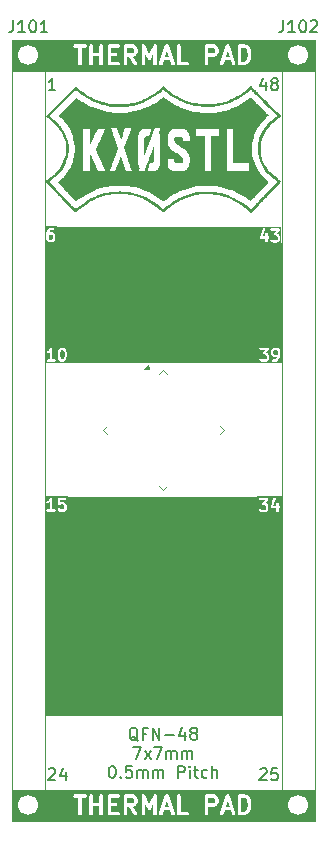
<source format=gto>
G04 #@! TF.GenerationSoftware,KiCad,Pcbnew,9.0.6*
G04 #@! TF.CreationDate,2026-01-08T20:22:18-06:00*
G04 #@! TF.ProjectId,QFN-48_7x7_P0.5,51464e2d-3438-45f3-9778-375f50302e35,rev?*
G04 #@! TF.SameCoordinates,Original*
G04 #@! TF.FileFunction,Legend,Top*
G04 #@! TF.FilePolarity,Positive*
%FSLAX46Y46*%
G04 Gerber Fmt 4.6, Leading zero omitted, Abs format (unit mm)*
G04 Created by KiCad (PCBNEW 9.0.6) date 2026-01-08 20:22:18*
%MOMM*%
%LPD*%
G01*
G04 APERTURE LIST*
G04 Aperture macros list*
%AMRoundRect*
0 Rectangle with rounded corners*
0 $1 Rounding radius*
0 $2 $3 $4 $5 $6 $7 $8 $9 X,Y pos of 4 corners*
0 Add a 4 corners polygon primitive as box body*
4,1,4,$2,$3,$4,$5,$6,$7,$8,$9,$2,$3,0*
0 Add four circle primitives for the rounded corners*
1,1,$1+$1,$2,$3*
1,1,$1+$1,$4,$5*
1,1,$1+$1,$6,$7*
1,1,$1+$1,$8,$9*
0 Add four rect primitives between the rounded corners*
20,1,$1+$1,$2,$3,$4,$5,0*
20,1,$1+$1,$4,$5,$6,$7,0*
20,1,$1+$1,$6,$7,$8,$9,0*
20,1,$1+$1,$8,$9,$2,$3,0*%
%AMRotRect*
0 Rectangle, with rotation*
0 The origin of the aperture is its center*
0 $1 length*
0 $2 width*
0 $3 Rotation angle, in degrees counterclockwise*
0 Add horizontal line*
21,1,$1,$2,0,0,$3*%
G04 Aperture macros list end*
%ADD10C,0.100000*%
%ADD11C,0.200000*%
%ADD12C,0.300000*%
%ADD13C,0.150000*%
%ADD14C,0.120000*%
%ADD15C,0.000000*%
%ADD16RoundRect,0.062500X-0.424264X0.335876X0.335876X-0.424264X0.424264X-0.335876X-0.335876X0.424264X0*%
%ADD17RoundRect,0.062500X-0.424264X-0.335876X-0.335876X-0.424264X0.424264X0.335876X0.335876X0.424264X0*%
%ADD18RotRect,3.500000X3.500000X315.000000*%
%ADD19C,1.700000*%
%ADD20R,1.700000X1.700000*%
G04 APERTURE END LIST*
D10*
X125603000Y-151129750D02*
X130683000Y-151129750D01*
X130683000Y-153797000D01*
X125603000Y-153797000D01*
X125603000Y-151129750D01*
G36*
X125603000Y-151129750D02*
G01*
X130683000Y-151129750D01*
X130683000Y-153797000D01*
X125603000Y-153797000D01*
X125603000Y-151129750D01*
G37*
X130357355Y-106256355D02*
X146453355Y-106256355D01*
X146453355Y-114943355D01*
X130357355Y-114943355D01*
X130357355Y-106256355D01*
G36*
X130357355Y-106256355D02*
G01*
X146453355Y-106256355D01*
X146453355Y-114943355D01*
X130357355Y-114943355D01*
X130357355Y-106256355D01*
G37*
X128397000Y-127732000D02*
X148463000Y-127732000D01*
X148463000Y-144780000D01*
X128397000Y-144780000D01*
X128397000Y-127732000D01*
G36*
X128397000Y-127732000D02*
G01*
X148463000Y-127732000D01*
X148463000Y-144780000D01*
X128397000Y-144780000D01*
X128397000Y-127732000D01*
G37*
X130369750Y-89890850D02*
X146168500Y-89890850D01*
X146168500Y-90297250D01*
X130369750Y-90297250D01*
X130369750Y-89890850D01*
G36*
X130369750Y-89890850D02*
G01*
X146168500Y-89890850D01*
X146168500Y-90297250D01*
X130369750Y-90297250D01*
X130369750Y-89890850D01*
G37*
X146041500Y-151129750D02*
X151240000Y-151129750D01*
X151240000Y-153797000D01*
X146041500Y-153797000D01*
X146041500Y-151129750D01*
G36*
X146041500Y-151129750D02*
G01*
X151240000Y-151129750D01*
X151240000Y-153797000D01*
X146041500Y-153797000D01*
X146041500Y-151129750D01*
G37*
X129785500Y-87630000D02*
X146727250Y-87630000D01*
X146727250Y-87858600D01*
X129785500Y-87858600D01*
X129785500Y-87630000D01*
G36*
X129785500Y-87630000D02*
G01*
X146727250Y-87630000D01*
X146727250Y-87858600D01*
X129785500Y-87858600D01*
X129785500Y-87630000D01*
G37*
X130420500Y-151129750D02*
X146473250Y-151129750D01*
X146473250Y-151358100D01*
X130420500Y-151358100D01*
X130420500Y-151129750D01*
G36*
X130420500Y-151129750D02*
G01*
X146473250Y-151129750D01*
X146473250Y-151358100D01*
X130420500Y-151358100D01*
X130420500Y-151129750D01*
G37*
X129480750Y-153390600D02*
X147184500Y-153390600D01*
X147184500Y-153797000D01*
X129480750Y-153797000D01*
X129480750Y-153390600D01*
G36*
X129480750Y-153390600D02*
G01*
X147184500Y-153390600D01*
X147184500Y-153797000D01*
X129480750Y-153797000D01*
X129480750Y-153390600D01*
G37*
X129387000Y-103480000D02*
X146483000Y-103480000D01*
X146483000Y-112167000D01*
X129387000Y-112167000D01*
X129387000Y-103480000D01*
G36*
X129387000Y-103480000D02*
G01*
X146483000Y-103480000D01*
X146483000Y-112167000D01*
X129387000Y-112167000D01*
X129387000Y-103480000D01*
G37*
X130362000Y-126323000D02*
X146418000Y-126323000D01*
X146418000Y-135010000D01*
X130362000Y-135010000D01*
X130362000Y-126323000D01*
G36*
X130362000Y-126323000D02*
G01*
X146418000Y-126323000D01*
X146418000Y-135010000D01*
X130362000Y-135010000D01*
X130362000Y-126323000D01*
G37*
X128397000Y-104858000D02*
X148463000Y-104858000D01*
X148463000Y-113545000D01*
X128397000Y-113545000D01*
X128397000Y-104858000D01*
G36*
X128397000Y-104858000D02*
G01*
X148463000Y-104858000D01*
X148463000Y-113545000D01*
X128397000Y-113545000D01*
X128397000Y-104858000D01*
G37*
X125603000Y-87630000D02*
X130683000Y-87630000D01*
X130683000Y-90297250D01*
X125603000Y-90297250D01*
X125603000Y-87630000D01*
G36*
X125603000Y-87630000D02*
G01*
X130683000Y-87630000D01*
X130683000Y-90297250D01*
X125603000Y-90297250D01*
X125603000Y-87630000D01*
G37*
X146054250Y-87630000D02*
X151240000Y-87630000D01*
X151240000Y-90297250D01*
X146054250Y-90297250D01*
X146054250Y-87630000D01*
G36*
X146054250Y-87630000D02*
G01*
X151240000Y-87630000D01*
X151240000Y-90297250D01*
X146054250Y-90297250D01*
X146054250Y-87630000D01*
G37*
D11*
G36*
X148434754Y-127743330D02*
G01*
X146397327Y-127743330D01*
X146397327Y-126512710D01*
X146508438Y-126512710D01*
X146508438Y-126551728D01*
X146523370Y-126587776D01*
X146550960Y-126615366D01*
X146587008Y-126630298D01*
X146606517Y-126632219D01*
X147005187Y-126632219D01*
X146816973Y-126847321D01*
X146810943Y-126855754D01*
X146809084Y-126857614D01*
X146808353Y-126859377D01*
X146805572Y-126863268D01*
X146800367Y-126878656D01*
X146794152Y-126893662D01*
X146794152Y-126897035D01*
X146793072Y-126900229D01*
X146794152Y-126916431D01*
X146794152Y-126932680D01*
X146795442Y-126935795D01*
X146795667Y-126939161D01*
X146802867Y-126953721D01*
X146809084Y-126968728D01*
X146811468Y-126971112D01*
X146812964Y-126974136D01*
X146825189Y-126984833D01*
X146836674Y-126996318D01*
X146839788Y-126997608D01*
X146842328Y-126999830D01*
X146857716Y-127005034D01*
X146872722Y-127011250D01*
X146877481Y-127011718D01*
X146879289Y-127012330D01*
X146881913Y-127012155D01*
X146892231Y-127013171D01*
X147011481Y-127013171D01*
X147071090Y-127042976D01*
X147095759Y-127067644D01*
X147125564Y-127127254D01*
X147125564Y-127318135D01*
X147095759Y-127377743D01*
X147071090Y-127402413D01*
X147011481Y-127432219D01*
X146772981Y-127432219D01*
X146713371Y-127402414D01*
X146677228Y-127366270D01*
X146662075Y-127353833D01*
X146626027Y-127338902D01*
X146587009Y-127338901D01*
X146550960Y-127353832D01*
X146523370Y-127381422D01*
X146508439Y-127417470D01*
X146508438Y-127456488D01*
X146523369Y-127492537D01*
X146535806Y-127507690D01*
X146583424Y-127555310D01*
X146591092Y-127561603D01*
X146592824Y-127563600D01*
X146595832Y-127565493D01*
X146598578Y-127567747D01*
X146601018Y-127568757D01*
X146609415Y-127574043D01*
X146704652Y-127621662D01*
X146722961Y-127628668D01*
X146726544Y-127628922D01*
X146729865Y-127630298D01*
X146749374Y-127632219D01*
X147035088Y-127632219D01*
X147054597Y-127630298D01*
X147057917Y-127628922D01*
X147061501Y-127628668D01*
X147079809Y-127621662D01*
X147175047Y-127574043D01*
X147183442Y-127568758D01*
X147185884Y-127567747D01*
X147188631Y-127565491D01*
X147191637Y-127563600D01*
X147193367Y-127561605D01*
X147201037Y-127555310D01*
X147248656Y-127507690D01*
X147254948Y-127500023D01*
X147256945Y-127498292D01*
X147258838Y-127495284D01*
X147261093Y-127492537D01*
X147262104Y-127490095D01*
X147267388Y-127481701D01*
X147315007Y-127386464D01*
X147322013Y-127368155D01*
X147322267Y-127364571D01*
X147323643Y-127361251D01*
X147325564Y-127341742D01*
X147325564Y-127186378D01*
X147507302Y-127186378D01*
X147508438Y-127202362D01*
X147508438Y-127218394D01*
X147509813Y-127221714D01*
X147510068Y-127225298D01*
X147517235Y-127239633D01*
X147523370Y-127254442D01*
X147525910Y-127256982D01*
X147527518Y-127260197D01*
X147539629Y-127270701D01*
X147550960Y-127282032D01*
X147554278Y-127283406D01*
X147556994Y-127285762D01*
X147572203Y-127290831D01*
X147587008Y-127296964D01*
X147592108Y-127297466D01*
X147594010Y-127298100D01*
X147596643Y-127297912D01*
X147606517Y-127298885D01*
X147982707Y-127298885D01*
X147982707Y-127532219D01*
X147984628Y-127551728D01*
X147999560Y-127587776D01*
X148027150Y-127615366D01*
X148063198Y-127630298D01*
X148102216Y-127630298D01*
X148138264Y-127615366D01*
X148165854Y-127587776D01*
X148180786Y-127551728D01*
X148182707Y-127532219D01*
X148182707Y-127298885D01*
X148225564Y-127298885D01*
X148245073Y-127296964D01*
X148281121Y-127282032D01*
X148308711Y-127254442D01*
X148323643Y-127218394D01*
X148323643Y-127179376D01*
X148308711Y-127143328D01*
X148281121Y-127115738D01*
X148245073Y-127100806D01*
X148225564Y-127098885D01*
X148182707Y-127098885D01*
X148182707Y-126865552D01*
X148180786Y-126846043D01*
X148165854Y-126809995D01*
X148138264Y-126782405D01*
X148102216Y-126767473D01*
X148063198Y-126767473D01*
X148027150Y-126782405D01*
X147999560Y-126809995D01*
X147984628Y-126846043D01*
X147982707Y-126865552D01*
X147982707Y-127098885D01*
X147745259Y-127098885D01*
X147939480Y-126516223D01*
X147943827Y-126497108D01*
X147941061Y-126458188D01*
X147923611Y-126423289D01*
X147894135Y-126397724D01*
X147857119Y-126385385D01*
X147818199Y-126388152D01*
X147783300Y-126405601D01*
X147757735Y-126435077D01*
X147749744Y-126452978D01*
X147511649Y-127167262D01*
X147509449Y-127176933D01*
X147508438Y-127179376D01*
X147508438Y-127181382D01*
X147507302Y-127186378D01*
X147325564Y-127186378D01*
X147325564Y-127103647D01*
X147323643Y-127084138D01*
X147322267Y-127080817D01*
X147322013Y-127077234D01*
X147315007Y-127058925D01*
X147267388Y-126963688D01*
X147262102Y-126955291D01*
X147261092Y-126952851D01*
X147258838Y-126950105D01*
X147256945Y-126947097D01*
X147254947Y-126945364D01*
X147248655Y-126937698D01*
X147201037Y-126890079D01*
X147193366Y-126883784D01*
X147191637Y-126881790D01*
X147188629Y-126879896D01*
X147185883Y-126877643D01*
X147183443Y-126876632D01*
X147175047Y-126871347D01*
X147096199Y-126831923D01*
X147300822Y-126598069D01*
X147306851Y-126589635D01*
X147308711Y-126587776D01*
X147309441Y-126586012D01*
X147312223Y-126582122D01*
X147317427Y-126566733D01*
X147323643Y-126551728D01*
X147323643Y-126548354D01*
X147324723Y-126545161D01*
X147323643Y-126528958D01*
X147323643Y-126512710D01*
X147322352Y-126509594D01*
X147322128Y-126506229D01*
X147314925Y-126491663D01*
X147308711Y-126476662D01*
X147306327Y-126474278D01*
X147304832Y-126471254D01*
X147292598Y-126460549D01*
X147281121Y-126449072D01*
X147278007Y-126447782D01*
X147275468Y-126445560D01*
X147260076Y-126440354D01*
X147245073Y-126434140D01*
X147240313Y-126433671D01*
X147238506Y-126433060D01*
X147235881Y-126433234D01*
X147225564Y-126432219D01*
X146606517Y-126432219D01*
X146587008Y-126434140D01*
X146550960Y-126449072D01*
X146523370Y-126476662D01*
X146508438Y-126512710D01*
X146397327Y-126512710D01*
X146397327Y-126274274D01*
X148434754Y-126274274D01*
X148434754Y-127743330D01*
G37*
X147093326Y-91225552D02*
X147093326Y-91892219D01*
X146855231Y-90844600D02*
X146617136Y-91558885D01*
X146617136Y-91558885D02*
X147236183Y-91558885D01*
X147759993Y-91320790D02*
X147664755Y-91273171D01*
X147664755Y-91273171D02*
X147617136Y-91225552D01*
X147617136Y-91225552D02*
X147569517Y-91130314D01*
X147569517Y-91130314D02*
X147569517Y-91082695D01*
X147569517Y-91082695D02*
X147617136Y-90987457D01*
X147617136Y-90987457D02*
X147664755Y-90939838D01*
X147664755Y-90939838D02*
X147759993Y-90892219D01*
X147759993Y-90892219D02*
X147950469Y-90892219D01*
X147950469Y-90892219D02*
X148045707Y-90939838D01*
X148045707Y-90939838D02*
X148093326Y-90987457D01*
X148093326Y-90987457D02*
X148140945Y-91082695D01*
X148140945Y-91082695D02*
X148140945Y-91130314D01*
X148140945Y-91130314D02*
X148093326Y-91225552D01*
X148093326Y-91225552D02*
X148045707Y-91273171D01*
X148045707Y-91273171D02*
X147950469Y-91320790D01*
X147950469Y-91320790D02*
X147759993Y-91320790D01*
X147759993Y-91320790D02*
X147664755Y-91368409D01*
X147664755Y-91368409D02*
X147617136Y-91416028D01*
X147617136Y-91416028D02*
X147569517Y-91511266D01*
X147569517Y-91511266D02*
X147569517Y-91701742D01*
X147569517Y-91701742D02*
X147617136Y-91796980D01*
X147617136Y-91796980D02*
X147664755Y-91844600D01*
X147664755Y-91844600D02*
X147759993Y-91892219D01*
X147759993Y-91892219D02*
X147950469Y-91892219D01*
X147950469Y-91892219D02*
X148045707Y-91844600D01*
X148045707Y-91844600D02*
X148093326Y-91796980D01*
X148093326Y-91796980D02*
X148140945Y-91701742D01*
X148140945Y-91701742D02*
X148140945Y-91511266D01*
X148140945Y-91511266D02*
X148093326Y-91416028D01*
X148093326Y-91416028D02*
X148045707Y-91368409D01*
X148045707Y-91368409D02*
X147950469Y-91320790D01*
X146617136Y-149407457D02*
X146664755Y-149359838D01*
X146664755Y-149359838D02*
X146759993Y-149312219D01*
X146759993Y-149312219D02*
X146998088Y-149312219D01*
X146998088Y-149312219D02*
X147093326Y-149359838D01*
X147093326Y-149359838D02*
X147140945Y-149407457D01*
X147140945Y-149407457D02*
X147188564Y-149502695D01*
X147188564Y-149502695D02*
X147188564Y-149597933D01*
X147188564Y-149597933D02*
X147140945Y-149740790D01*
X147140945Y-149740790D02*
X146569517Y-150312219D01*
X146569517Y-150312219D02*
X147188564Y-150312219D01*
X148093326Y-149312219D02*
X147617136Y-149312219D01*
X147617136Y-149312219D02*
X147569517Y-149788409D01*
X147569517Y-149788409D02*
X147617136Y-149740790D01*
X147617136Y-149740790D02*
X147712374Y-149693171D01*
X147712374Y-149693171D02*
X147950469Y-149693171D01*
X147950469Y-149693171D02*
X148045707Y-149740790D01*
X148045707Y-149740790D02*
X148093326Y-149788409D01*
X148093326Y-149788409D02*
X148140945Y-149883647D01*
X148140945Y-149883647D02*
X148140945Y-150121742D01*
X148140945Y-150121742D02*
X148093326Y-150216980D01*
X148093326Y-150216980D02*
X148045707Y-150264600D01*
X148045707Y-150264600D02*
X147950469Y-150312219D01*
X147950469Y-150312219D02*
X147712374Y-150312219D01*
X147712374Y-150312219D02*
X147617136Y-150264600D01*
X147617136Y-150264600D02*
X147569517Y-150216980D01*
G36*
X129963770Y-113912024D02*
G01*
X129988439Y-113936692D01*
X130023892Y-114007599D01*
X130065863Y-114175480D01*
X130065863Y-114388956D01*
X130023892Y-114556837D01*
X129988439Y-114627743D01*
X129963770Y-114652413D01*
X129904161Y-114682219D01*
X129856137Y-114682219D01*
X129796527Y-114652414D01*
X129771860Y-114627746D01*
X129736405Y-114556837D01*
X129694435Y-114388956D01*
X129694435Y-114175481D01*
X129736405Y-114007599D01*
X129771859Y-113936692D01*
X129796527Y-113912023D01*
X129856137Y-113882219D01*
X129904161Y-113882219D01*
X129963770Y-113912024D01*
G37*
G36*
X130376974Y-114993330D02*
G01*
X128431728Y-114993330D01*
X128431728Y-114055426D01*
X128542839Y-114055426D01*
X128545605Y-114094346D01*
X128563054Y-114129245D01*
X128592531Y-114154809D01*
X128629547Y-114167148D01*
X128668467Y-114164382D01*
X128686775Y-114157376D01*
X128782013Y-114109757D01*
X128790409Y-114104471D01*
X128792849Y-114103461D01*
X128795595Y-114101207D01*
X128798603Y-114099314D01*
X128800332Y-114097319D01*
X128808003Y-114091025D01*
X128827768Y-114071260D01*
X128827768Y-114682219D01*
X128642054Y-114682219D01*
X128622545Y-114684140D01*
X128586497Y-114699072D01*
X128558907Y-114726662D01*
X128543975Y-114762710D01*
X128543975Y-114801728D01*
X128558907Y-114837776D01*
X128586497Y-114865366D01*
X128622545Y-114880298D01*
X128642054Y-114882219D01*
X129213482Y-114882219D01*
X129232991Y-114880298D01*
X129269039Y-114865366D01*
X129296629Y-114837776D01*
X129311561Y-114801728D01*
X129311561Y-114762710D01*
X129296629Y-114726662D01*
X129269039Y-114699072D01*
X129232991Y-114684140D01*
X129213482Y-114682219D01*
X129027768Y-114682219D01*
X129027768Y-114163171D01*
X129494435Y-114163171D01*
X129494435Y-114401266D01*
X129494770Y-114404668D01*
X129494553Y-114406127D01*
X129495632Y-114413424D01*
X129496356Y-114420775D01*
X129496920Y-114422138D01*
X129497421Y-114425520D01*
X129545040Y-114615995D01*
X129545553Y-114617432D01*
X129545605Y-114618155D01*
X129548713Y-114626279D01*
X129551635Y-114634456D01*
X129552065Y-114635036D01*
X129552611Y-114636463D01*
X129600230Y-114731701D01*
X129605513Y-114740093D01*
X129606525Y-114742537D01*
X129608781Y-114745286D01*
X129610673Y-114748291D01*
X129612667Y-114750020D01*
X129618962Y-114757690D01*
X129666580Y-114805310D01*
X129674248Y-114811603D01*
X129675980Y-114813600D01*
X129678988Y-114815493D01*
X129681734Y-114817747D01*
X129684174Y-114818757D01*
X129692571Y-114824043D01*
X129787808Y-114871662D01*
X129806117Y-114878668D01*
X129809700Y-114878922D01*
X129813021Y-114880298D01*
X129832530Y-114882219D01*
X129927768Y-114882219D01*
X129947277Y-114880298D01*
X129950597Y-114878922D01*
X129954181Y-114878668D01*
X129972489Y-114871662D01*
X130067727Y-114824043D01*
X130076122Y-114818758D01*
X130078564Y-114817747D01*
X130081311Y-114815491D01*
X130084317Y-114813600D01*
X130086047Y-114811605D01*
X130093717Y-114805310D01*
X130141336Y-114757690D01*
X130147628Y-114750023D01*
X130149625Y-114748292D01*
X130151518Y-114745284D01*
X130153773Y-114742537D01*
X130154784Y-114740095D01*
X130160068Y-114731701D01*
X130207687Y-114636464D01*
X130208233Y-114635035D01*
X130208663Y-114634456D01*
X130211584Y-114626279D01*
X130214693Y-114618155D01*
X130214744Y-114617434D01*
X130215258Y-114615996D01*
X130262877Y-114425520D01*
X130263377Y-114422138D01*
X130263942Y-114420775D01*
X130264665Y-114413424D01*
X130265745Y-114406127D01*
X130265527Y-114404668D01*
X130265863Y-114401266D01*
X130265863Y-114163171D01*
X130265527Y-114159768D01*
X130265745Y-114158310D01*
X130264665Y-114151012D01*
X130263942Y-114143662D01*
X130263377Y-114142298D01*
X130262877Y-114138917D01*
X130215258Y-113948441D01*
X130214744Y-113947002D01*
X130214693Y-113946282D01*
X130211584Y-113938157D01*
X130208663Y-113929981D01*
X130208233Y-113929401D01*
X130207687Y-113927973D01*
X130160068Y-113832736D01*
X130154782Y-113824339D01*
X130153772Y-113821899D01*
X130151518Y-113819153D01*
X130149625Y-113816145D01*
X130147627Y-113814412D01*
X130141335Y-113806746D01*
X130093717Y-113759127D01*
X130086046Y-113752832D01*
X130084317Y-113750838D01*
X130081309Y-113748944D01*
X130078563Y-113746691D01*
X130076123Y-113745680D01*
X130067727Y-113740395D01*
X129972489Y-113692776D01*
X129954181Y-113685770D01*
X129950597Y-113685515D01*
X129947277Y-113684140D01*
X129927768Y-113682219D01*
X129832530Y-113682219D01*
X129813021Y-113684140D01*
X129809700Y-113685515D01*
X129806117Y-113685770D01*
X129787808Y-113692776D01*
X129692571Y-113740395D01*
X129684174Y-113745680D01*
X129681734Y-113746691D01*
X129678988Y-113748944D01*
X129675980Y-113750838D01*
X129674247Y-113752835D01*
X129666581Y-113759128D01*
X129618962Y-113806746D01*
X129612667Y-113814416D01*
X129610673Y-113816146D01*
X129608779Y-113819153D01*
X129606526Y-113821900D01*
X129605515Y-113824339D01*
X129600230Y-113832736D01*
X129552611Y-113927974D01*
X129552065Y-113929400D01*
X129551635Y-113929981D01*
X129548713Y-113938157D01*
X129545605Y-113946282D01*
X129545553Y-113947004D01*
X129545040Y-113948442D01*
X129497421Y-114138917D01*
X129496920Y-114142298D01*
X129496356Y-114143662D01*
X129495632Y-114151012D01*
X129494553Y-114158310D01*
X129494770Y-114159768D01*
X129494435Y-114163171D01*
X129027768Y-114163171D01*
X129027768Y-113782219D01*
X129027761Y-113782148D01*
X129027768Y-113782114D01*
X129027747Y-113782012D01*
X129025847Y-113762710D01*
X129022057Y-113753561D01*
X129020116Y-113743854D01*
X129014664Y-113735713D01*
X129010915Y-113726662D01*
X129003915Y-113719662D01*
X128998405Y-113711434D01*
X128990250Y-113705997D01*
X128983325Y-113699072D01*
X128974181Y-113695284D01*
X128965940Y-113689790D01*
X128956326Y-113687888D01*
X128947277Y-113684140D01*
X128937376Y-113684140D01*
X128927664Y-113682219D01*
X128918059Y-113684140D01*
X128908259Y-113684140D01*
X128899110Y-113687929D01*
X128889403Y-113689871D01*
X128881262Y-113695322D01*
X128872211Y-113699072D01*
X128865211Y-113706071D01*
X128856983Y-113711582D01*
X128844694Y-113726588D01*
X128844621Y-113726662D01*
X128844607Y-113726694D01*
X128844563Y-113726749D01*
X128754819Y-113861365D01*
X128678055Y-113938128D01*
X128597333Y-113978490D01*
X128580742Y-113988933D01*
X128555178Y-114018410D01*
X128542839Y-114055426D01*
X128431728Y-114055426D01*
X128431728Y-113571108D01*
X130376974Y-113571108D01*
X130376974Y-114993330D01*
G37*
X136287142Y-146983569D02*
X136191904Y-146935950D01*
X136191904Y-146935950D02*
X136096666Y-146840712D01*
X136096666Y-146840712D02*
X135953809Y-146697854D01*
X135953809Y-146697854D02*
X135858571Y-146650235D01*
X135858571Y-146650235D02*
X135763333Y-146650235D01*
X135810952Y-146888331D02*
X135715714Y-146840712D01*
X135715714Y-146840712D02*
X135620476Y-146745473D01*
X135620476Y-146745473D02*
X135572857Y-146554997D01*
X135572857Y-146554997D02*
X135572857Y-146221664D01*
X135572857Y-146221664D02*
X135620476Y-146031188D01*
X135620476Y-146031188D02*
X135715714Y-145935950D01*
X135715714Y-145935950D02*
X135810952Y-145888331D01*
X135810952Y-145888331D02*
X136001428Y-145888331D01*
X136001428Y-145888331D02*
X136096666Y-145935950D01*
X136096666Y-145935950D02*
X136191904Y-146031188D01*
X136191904Y-146031188D02*
X136239523Y-146221664D01*
X136239523Y-146221664D02*
X136239523Y-146554997D01*
X136239523Y-146554997D02*
X136191904Y-146745473D01*
X136191904Y-146745473D02*
X136096666Y-146840712D01*
X136096666Y-146840712D02*
X136001428Y-146888331D01*
X136001428Y-146888331D02*
X135810952Y-146888331D01*
X137001428Y-146364521D02*
X136668095Y-146364521D01*
X136668095Y-146888331D02*
X136668095Y-145888331D01*
X136668095Y-145888331D02*
X137144285Y-145888331D01*
X137525238Y-146888331D02*
X137525238Y-145888331D01*
X137525238Y-145888331D02*
X138096666Y-146888331D01*
X138096666Y-146888331D02*
X138096666Y-145888331D01*
X138572857Y-146507378D02*
X139334762Y-146507378D01*
X140239523Y-146221664D02*
X140239523Y-146888331D01*
X140001428Y-145840712D02*
X139763333Y-146554997D01*
X139763333Y-146554997D02*
X140382380Y-146554997D01*
X140906190Y-146316902D02*
X140810952Y-146269283D01*
X140810952Y-146269283D02*
X140763333Y-146221664D01*
X140763333Y-146221664D02*
X140715714Y-146126426D01*
X140715714Y-146126426D02*
X140715714Y-146078807D01*
X140715714Y-146078807D02*
X140763333Y-145983569D01*
X140763333Y-145983569D02*
X140810952Y-145935950D01*
X140810952Y-145935950D02*
X140906190Y-145888331D01*
X140906190Y-145888331D02*
X141096666Y-145888331D01*
X141096666Y-145888331D02*
X141191904Y-145935950D01*
X141191904Y-145935950D02*
X141239523Y-145983569D01*
X141239523Y-145983569D02*
X141287142Y-146078807D01*
X141287142Y-146078807D02*
X141287142Y-146126426D01*
X141287142Y-146126426D02*
X141239523Y-146221664D01*
X141239523Y-146221664D02*
X141191904Y-146269283D01*
X141191904Y-146269283D02*
X141096666Y-146316902D01*
X141096666Y-146316902D02*
X140906190Y-146316902D01*
X140906190Y-146316902D02*
X140810952Y-146364521D01*
X140810952Y-146364521D02*
X140763333Y-146412140D01*
X140763333Y-146412140D02*
X140715714Y-146507378D01*
X140715714Y-146507378D02*
X140715714Y-146697854D01*
X140715714Y-146697854D02*
X140763333Y-146793092D01*
X140763333Y-146793092D02*
X140810952Y-146840712D01*
X140810952Y-146840712D02*
X140906190Y-146888331D01*
X140906190Y-146888331D02*
X141096666Y-146888331D01*
X141096666Y-146888331D02*
X141191904Y-146840712D01*
X141191904Y-146840712D02*
X141239523Y-146793092D01*
X141239523Y-146793092D02*
X141287142Y-146697854D01*
X141287142Y-146697854D02*
X141287142Y-146507378D01*
X141287142Y-146507378D02*
X141239523Y-146412140D01*
X141239523Y-146412140D02*
X141191904Y-146364521D01*
X141191904Y-146364521D02*
X141096666Y-146316902D01*
X135882381Y-147498275D02*
X136549047Y-147498275D01*
X136549047Y-147498275D02*
X136120476Y-148498275D01*
X136834762Y-148498275D02*
X137358571Y-147831608D01*
X136834762Y-147831608D02*
X137358571Y-148498275D01*
X137644286Y-147498275D02*
X138310952Y-147498275D01*
X138310952Y-147498275D02*
X137882381Y-148498275D01*
X138691905Y-148498275D02*
X138691905Y-147831608D01*
X138691905Y-147926846D02*
X138739524Y-147879227D01*
X138739524Y-147879227D02*
X138834762Y-147831608D01*
X138834762Y-147831608D02*
X138977619Y-147831608D01*
X138977619Y-147831608D02*
X139072857Y-147879227D01*
X139072857Y-147879227D02*
X139120476Y-147974465D01*
X139120476Y-147974465D02*
X139120476Y-148498275D01*
X139120476Y-147974465D02*
X139168095Y-147879227D01*
X139168095Y-147879227D02*
X139263333Y-147831608D01*
X139263333Y-147831608D02*
X139406190Y-147831608D01*
X139406190Y-147831608D02*
X139501429Y-147879227D01*
X139501429Y-147879227D02*
X139549048Y-147974465D01*
X139549048Y-147974465D02*
X139549048Y-148498275D01*
X140025238Y-148498275D02*
X140025238Y-147831608D01*
X140025238Y-147926846D02*
X140072857Y-147879227D01*
X140072857Y-147879227D02*
X140168095Y-147831608D01*
X140168095Y-147831608D02*
X140310952Y-147831608D01*
X140310952Y-147831608D02*
X140406190Y-147879227D01*
X140406190Y-147879227D02*
X140453809Y-147974465D01*
X140453809Y-147974465D02*
X140453809Y-148498275D01*
X140453809Y-147974465D02*
X140501428Y-147879227D01*
X140501428Y-147879227D02*
X140596666Y-147831608D01*
X140596666Y-147831608D02*
X140739523Y-147831608D01*
X140739523Y-147831608D02*
X140834762Y-147879227D01*
X140834762Y-147879227D02*
X140882381Y-147974465D01*
X140882381Y-147974465D02*
X140882381Y-148498275D01*
X134049048Y-149108219D02*
X134144286Y-149108219D01*
X134144286Y-149108219D02*
X134239524Y-149155838D01*
X134239524Y-149155838D02*
X134287143Y-149203457D01*
X134287143Y-149203457D02*
X134334762Y-149298695D01*
X134334762Y-149298695D02*
X134382381Y-149489171D01*
X134382381Y-149489171D02*
X134382381Y-149727266D01*
X134382381Y-149727266D02*
X134334762Y-149917742D01*
X134334762Y-149917742D02*
X134287143Y-150012980D01*
X134287143Y-150012980D02*
X134239524Y-150060600D01*
X134239524Y-150060600D02*
X134144286Y-150108219D01*
X134144286Y-150108219D02*
X134049048Y-150108219D01*
X134049048Y-150108219D02*
X133953810Y-150060600D01*
X133953810Y-150060600D02*
X133906191Y-150012980D01*
X133906191Y-150012980D02*
X133858572Y-149917742D01*
X133858572Y-149917742D02*
X133810953Y-149727266D01*
X133810953Y-149727266D02*
X133810953Y-149489171D01*
X133810953Y-149489171D02*
X133858572Y-149298695D01*
X133858572Y-149298695D02*
X133906191Y-149203457D01*
X133906191Y-149203457D02*
X133953810Y-149155838D01*
X133953810Y-149155838D02*
X134049048Y-149108219D01*
X134810953Y-150012980D02*
X134858572Y-150060600D01*
X134858572Y-150060600D02*
X134810953Y-150108219D01*
X134810953Y-150108219D02*
X134763334Y-150060600D01*
X134763334Y-150060600D02*
X134810953Y-150012980D01*
X134810953Y-150012980D02*
X134810953Y-150108219D01*
X135763333Y-149108219D02*
X135287143Y-149108219D01*
X135287143Y-149108219D02*
X135239524Y-149584409D01*
X135239524Y-149584409D02*
X135287143Y-149536790D01*
X135287143Y-149536790D02*
X135382381Y-149489171D01*
X135382381Y-149489171D02*
X135620476Y-149489171D01*
X135620476Y-149489171D02*
X135715714Y-149536790D01*
X135715714Y-149536790D02*
X135763333Y-149584409D01*
X135763333Y-149584409D02*
X135810952Y-149679647D01*
X135810952Y-149679647D02*
X135810952Y-149917742D01*
X135810952Y-149917742D02*
X135763333Y-150012980D01*
X135763333Y-150012980D02*
X135715714Y-150060600D01*
X135715714Y-150060600D02*
X135620476Y-150108219D01*
X135620476Y-150108219D02*
X135382381Y-150108219D01*
X135382381Y-150108219D02*
X135287143Y-150060600D01*
X135287143Y-150060600D02*
X135239524Y-150012980D01*
X136239524Y-150108219D02*
X136239524Y-149441552D01*
X136239524Y-149536790D02*
X136287143Y-149489171D01*
X136287143Y-149489171D02*
X136382381Y-149441552D01*
X136382381Y-149441552D02*
X136525238Y-149441552D01*
X136525238Y-149441552D02*
X136620476Y-149489171D01*
X136620476Y-149489171D02*
X136668095Y-149584409D01*
X136668095Y-149584409D02*
X136668095Y-150108219D01*
X136668095Y-149584409D02*
X136715714Y-149489171D01*
X136715714Y-149489171D02*
X136810952Y-149441552D01*
X136810952Y-149441552D02*
X136953809Y-149441552D01*
X136953809Y-149441552D02*
X137049048Y-149489171D01*
X137049048Y-149489171D02*
X137096667Y-149584409D01*
X137096667Y-149584409D02*
X137096667Y-150108219D01*
X137572857Y-150108219D02*
X137572857Y-149441552D01*
X137572857Y-149536790D02*
X137620476Y-149489171D01*
X137620476Y-149489171D02*
X137715714Y-149441552D01*
X137715714Y-149441552D02*
X137858571Y-149441552D01*
X137858571Y-149441552D02*
X137953809Y-149489171D01*
X137953809Y-149489171D02*
X138001428Y-149584409D01*
X138001428Y-149584409D02*
X138001428Y-150108219D01*
X138001428Y-149584409D02*
X138049047Y-149489171D01*
X138049047Y-149489171D02*
X138144285Y-149441552D01*
X138144285Y-149441552D02*
X138287142Y-149441552D01*
X138287142Y-149441552D02*
X138382381Y-149489171D01*
X138382381Y-149489171D02*
X138430000Y-149584409D01*
X138430000Y-149584409D02*
X138430000Y-150108219D01*
X139668095Y-150108219D02*
X139668095Y-149108219D01*
X139668095Y-149108219D02*
X140049047Y-149108219D01*
X140049047Y-149108219D02*
X140144285Y-149155838D01*
X140144285Y-149155838D02*
X140191904Y-149203457D01*
X140191904Y-149203457D02*
X140239523Y-149298695D01*
X140239523Y-149298695D02*
X140239523Y-149441552D01*
X140239523Y-149441552D02*
X140191904Y-149536790D01*
X140191904Y-149536790D02*
X140144285Y-149584409D01*
X140144285Y-149584409D02*
X140049047Y-149632028D01*
X140049047Y-149632028D02*
X139668095Y-149632028D01*
X140668095Y-150108219D02*
X140668095Y-149441552D01*
X140668095Y-149108219D02*
X140620476Y-149155838D01*
X140620476Y-149155838D02*
X140668095Y-149203457D01*
X140668095Y-149203457D02*
X140715714Y-149155838D01*
X140715714Y-149155838D02*
X140668095Y-149108219D01*
X140668095Y-149108219D02*
X140668095Y-149203457D01*
X141001428Y-149441552D02*
X141382380Y-149441552D01*
X141144285Y-149108219D02*
X141144285Y-149965361D01*
X141144285Y-149965361D02*
X141191904Y-150060600D01*
X141191904Y-150060600D02*
X141287142Y-150108219D01*
X141287142Y-150108219D02*
X141382380Y-150108219D01*
X142144285Y-150060600D02*
X142049047Y-150108219D01*
X142049047Y-150108219D02*
X141858571Y-150108219D01*
X141858571Y-150108219D02*
X141763333Y-150060600D01*
X141763333Y-150060600D02*
X141715714Y-150012980D01*
X141715714Y-150012980D02*
X141668095Y-149917742D01*
X141668095Y-149917742D02*
X141668095Y-149632028D01*
X141668095Y-149632028D02*
X141715714Y-149536790D01*
X141715714Y-149536790D02*
X141763333Y-149489171D01*
X141763333Y-149489171D02*
X141858571Y-149441552D01*
X141858571Y-149441552D02*
X142049047Y-149441552D01*
X142049047Y-149441552D02*
X142144285Y-149489171D01*
X142572857Y-150108219D02*
X142572857Y-149108219D01*
X143001428Y-150108219D02*
X143001428Y-149584409D01*
X143001428Y-149584409D02*
X142953809Y-149489171D01*
X142953809Y-149489171D02*
X142858571Y-149441552D01*
X142858571Y-149441552D02*
X142715714Y-149441552D01*
X142715714Y-149441552D02*
X142620476Y-149489171D01*
X142620476Y-149489171D02*
X142572857Y-149536790D01*
G36*
X148429056Y-104903330D02*
G01*
X146483810Y-104903330D01*
X146483810Y-104346378D01*
X146594921Y-104346378D01*
X146596057Y-104362362D01*
X146596057Y-104378394D01*
X146597432Y-104381714D01*
X146597687Y-104385298D01*
X146604854Y-104399633D01*
X146610989Y-104414442D01*
X146613529Y-104416982D01*
X146615137Y-104420197D01*
X146627248Y-104430701D01*
X146638579Y-104442032D01*
X146641897Y-104443406D01*
X146644613Y-104445762D01*
X146659822Y-104450831D01*
X146674627Y-104456964D01*
X146679727Y-104457466D01*
X146681629Y-104458100D01*
X146684262Y-104457912D01*
X146694136Y-104458885D01*
X147070326Y-104458885D01*
X147070326Y-104692219D01*
X147072247Y-104711728D01*
X147087179Y-104747776D01*
X147114769Y-104775366D01*
X147150817Y-104790298D01*
X147189835Y-104790298D01*
X147225883Y-104775366D01*
X147253473Y-104747776D01*
X147268405Y-104711728D01*
X147270326Y-104692219D01*
X147270326Y-104458885D01*
X147313183Y-104458885D01*
X147332692Y-104456964D01*
X147368740Y-104442032D01*
X147396330Y-104414442D01*
X147411262Y-104378394D01*
X147411262Y-104339376D01*
X147396330Y-104303328D01*
X147368740Y-104275738D01*
X147332692Y-104260806D01*
X147313183Y-104258885D01*
X147270326Y-104258885D01*
X147270326Y-104025552D01*
X147268405Y-104006043D01*
X147253473Y-103969995D01*
X147225883Y-103942405D01*
X147189835Y-103927473D01*
X147150817Y-103927473D01*
X147114769Y-103942405D01*
X147087179Y-103969995D01*
X147072247Y-104006043D01*
X147070326Y-104025552D01*
X147070326Y-104258885D01*
X146832878Y-104258885D01*
X147027099Y-103676223D01*
X147027898Y-103672710D01*
X147500819Y-103672710D01*
X147500819Y-103711728D01*
X147515751Y-103747776D01*
X147543341Y-103775366D01*
X147579389Y-103790298D01*
X147598898Y-103792219D01*
X147997568Y-103792219D01*
X147809354Y-104007321D01*
X147803324Y-104015754D01*
X147801465Y-104017614D01*
X147800734Y-104019377D01*
X147797953Y-104023268D01*
X147792748Y-104038656D01*
X147786533Y-104053662D01*
X147786533Y-104057035D01*
X147785453Y-104060229D01*
X147786533Y-104076431D01*
X147786533Y-104092680D01*
X147787823Y-104095795D01*
X147788048Y-104099161D01*
X147795248Y-104113721D01*
X147801465Y-104128728D01*
X147803849Y-104131112D01*
X147805345Y-104134136D01*
X147817570Y-104144833D01*
X147829055Y-104156318D01*
X147832169Y-104157608D01*
X147834709Y-104159830D01*
X147850097Y-104165034D01*
X147865103Y-104171250D01*
X147869862Y-104171718D01*
X147871670Y-104172330D01*
X147874294Y-104172155D01*
X147884612Y-104173171D01*
X148003862Y-104173171D01*
X148063471Y-104202976D01*
X148088140Y-104227644D01*
X148117945Y-104287254D01*
X148117945Y-104478135D01*
X148088140Y-104537743D01*
X148063471Y-104562413D01*
X148003862Y-104592219D01*
X147765362Y-104592219D01*
X147705752Y-104562414D01*
X147669609Y-104526270D01*
X147654456Y-104513833D01*
X147618408Y-104498902D01*
X147579390Y-104498901D01*
X147543341Y-104513832D01*
X147515751Y-104541422D01*
X147500820Y-104577470D01*
X147500819Y-104616488D01*
X147515750Y-104652537D01*
X147528187Y-104667690D01*
X147575805Y-104715310D01*
X147583473Y-104721603D01*
X147585205Y-104723600D01*
X147588213Y-104725493D01*
X147590959Y-104727747D01*
X147593399Y-104728757D01*
X147601796Y-104734043D01*
X147697033Y-104781662D01*
X147715342Y-104788668D01*
X147718925Y-104788922D01*
X147722246Y-104790298D01*
X147741755Y-104792219D01*
X148027469Y-104792219D01*
X148046978Y-104790298D01*
X148050298Y-104788922D01*
X148053882Y-104788668D01*
X148072190Y-104781662D01*
X148167428Y-104734043D01*
X148175823Y-104728758D01*
X148178265Y-104727747D01*
X148181012Y-104725491D01*
X148184018Y-104723600D01*
X148185748Y-104721605D01*
X148193418Y-104715310D01*
X148241037Y-104667690D01*
X148247329Y-104660023D01*
X148249326Y-104658292D01*
X148251219Y-104655284D01*
X148253474Y-104652537D01*
X148254485Y-104650095D01*
X148259769Y-104641701D01*
X148307388Y-104546464D01*
X148314394Y-104528155D01*
X148314648Y-104524571D01*
X148316024Y-104521251D01*
X148317945Y-104501742D01*
X148317945Y-104263647D01*
X148316024Y-104244138D01*
X148314648Y-104240817D01*
X148314394Y-104237234D01*
X148307388Y-104218925D01*
X148259769Y-104123688D01*
X148254483Y-104115291D01*
X148253473Y-104112851D01*
X148251219Y-104110105D01*
X148249326Y-104107097D01*
X148247328Y-104105364D01*
X148241036Y-104097698D01*
X148193418Y-104050079D01*
X148185747Y-104043784D01*
X148184018Y-104041790D01*
X148181010Y-104039896D01*
X148178264Y-104037643D01*
X148175824Y-104036632D01*
X148167428Y-104031347D01*
X148088580Y-103991923D01*
X148293203Y-103758069D01*
X148299232Y-103749635D01*
X148301092Y-103747776D01*
X148301822Y-103746012D01*
X148304604Y-103742122D01*
X148309808Y-103726733D01*
X148316024Y-103711728D01*
X148316024Y-103708354D01*
X148317104Y-103705161D01*
X148316024Y-103688958D01*
X148316024Y-103672710D01*
X148314733Y-103669594D01*
X148314509Y-103666229D01*
X148307306Y-103651663D01*
X148301092Y-103636662D01*
X148298708Y-103634278D01*
X148297213Y-103631254D01*
X148284979Y-103620549D01*
X148273502Y-103609072D01*
X148270388Y-103607782D01*
X148267849Y-103605560D01*
X148252457Y-103600354D01*
X148237454Y-103594140D01*
X148232694Y-103593671D01*
X148230887Y-103593060D01*
X148228262Y-103593234D01*
X148217945Y-103592219D01*
X147598898Y-103592219D01*
X147579389Y-103594140D01*
X147543341Y-103609072D01*
X147515751Y-103636662D01*
X147500819Y-103672710D01*
X147027898Y-103672710D01*
X147031446Y-103657108D01*
X147028680Y-103618188D01*
X147011230Y-103583289D01*
X146981754Y-103557724D01*
X146944738Y-103545385D01*
X146905818Y-103548152D01*
X146870919Y-103565601D01*
X146845354Y-103595077D01*
X146837363Y-103612978D01*
X146599268Y-104327262D01*
X146597068Y-104336933D01*
X146596057Y-104339376D01*
X146596057Y-104341382D01*
X146594921Y-104346378D01*
X146483810Y-104346378D01*
X146483810Y-103434274D01*
X148429056Y-103434274D01*
X148429056Y-104903330D01*
G37*
G36*
X130366974Y-127693330D02*
G01*
X128421728Y-127693330D01*
X128421728Y-126755426D01*
X128532839Y-126755426D01*
X128535605Y-126794346D01*
X128553054Y-126829245D01*
X128582531Y-126854809D01*
X128619547Y-126867148D01*
X128658467Y-126864382D01*
X128676775Y-126857376D01*
X128772013Y-126809757D01*
X128780409Y-126804471D01*
X128782849Y-126803461D01*
X128785595Y-126801207D01*
X128788603Y-126799314D01*
X128790332Y-126797319D01*
X128798003Y-126791025D01*
X128817768Y-126771260D01*
X128817768Y-127382219D01*
X128632054Y-127382219D01*
X128612545Y-127384140D01*
X128576497Y-127399072D01*
X128548907Y-127426662D01*
X128533975Y-127462710D01*
X128533975Y-127501728D01*
X128548907Y-127537776D01*
X128576497Y-127565366D01*
X128612545Y-127580298D01*
X128632054Y-127582219D01*
X129203482Y-127582219D01*
X129222991Y-127580298D01*
X129259039Y-127565366D01*
X129286629Y-127537776D01*
X129301561Y-127501728D01*
X129301561Y-127462710D01*
X129286629Y-127426662D01*
X129259039Y-127399072D01*
X129222991Y-127384140D01*
X129203482Y-127382219D01*
X129017768Y-127382219D01*
X129017768Y-126968062D01*
X129484902Y-126968062D01*
X129486356Y-126972880D01*
X129486356Y-126977918D01*
X129491952Y-126991427D01*
X129496173Y-127005417D01*
X129499360Y-127009313D01*
X129501288Y-127013966D01*
X129511624Y-127024302D01*
X129520880Y-127035615D01*
X129525317Y-127037995D01*
X129528878Y-127041556D01*
X129542383Y-127047150D01*
X129555264Y-127054060D01*
X129560273Y-127054560D01*
X129564926Y-127056488D01*
X129579547Y-127056488D01*
X129594088Y-127057942D01*
X129598907Y-127056488D01*
X129603944Y-127056488D01*
X129617453Y-127050891D01*
X129631443Y-127046671D01*
X129635339Y-127043483D01*
X129639992Y-127041556D01*
X129655146Y-127029120D01*
X129691289Y-126992975D01*
X129750899Y-126963171D01*
X129941780Y-126963171D01*
X130001389Y-126992976D01*
X130026058Y-127017644D01*
X130055863Y-127077254D01*
X130055863Y-127268135D01*
X130026058Y-127327743D01*
X130001389Y-127352413D01*
X129941780Y-127382219D01*
X129750899Y-127382219D01*
X129691289Y-127352414D01*
X129655146Y-127316270D01*
X129639993Y-127303833D01*
X129603945Y-127288902D01*
X129564927Y-127288901D01*
X129528878Y-127303832D01*
X129501288Y-127331422D01*
X129486357Y-127367470D01*
X129486356Y-127406488D01*
X129501287Y-127442537D01*
X129513724Y-127457690D01*
X129561342Y-127505310D01*
X129569010Y-127511603D01*
X129570742Y-127513600D01*
X129573750Y-127515493D01*
X129576496Y-127517747D01*
X129578936Y-127518757D01*
X129587333Y-127524043D01*
X129682570Y-127571662D01*
X129700879Y-127578668D01*
X129704462Y-127578922D01*
X129707783Y-127580298D01*
X129727292Y-127582219D01*
X129965387Y-127582219D01*
X129984896Y-127580298D01*
X129988216Y-127578922D01*
X129991800Y-127578668D01*
X130010108Y-127571662D01*
X130105346Y-127524043D01*
X130113741Y-127518758D01*
X130116183Y-127517747D01*
X130118930Y-127515491D01*
X130121936Y-127513600D01*
X130123666Y-127511605D01*
X130131336Y-127505310D01*
X130178955Y-127457690D01*
X130185247Y-127450023D01*
X130187244Y-127448292D01*
X130189137Y-127445284D01*
X130191392Y-127442537D01*
X130192403Y-127440095D01*
X130197687Y-127431701D01*
X130245306Y-127336464D01*
X130252312Y-127318155D01*
X130252566Y-127314571D01*
X130253942Y-127311251D01*
X130255863Y-127291742D01*
X130255863Y-127053647D01*
X130253942Y-127034138D01*
X130252566Y-127030817D01*
X130252312Y-127027234D01*
X130245306Y-127008925D01*
X130197687Y-126913688D01*
X130192401Y-126905291D01*
X130191391Y-126902851D01*
X130189137Y-126900105D01*
X130187244Y-126897097D01*
X130185246Y-126895364D01*
X130178954Y-126887698D01*
X130131336Y-126840079D01*
X130123665Y-126833784D01*
X130121936Y-126831790D01*
X130118928Y-126829896D01*
X130116182Y-126827643D01*
X130113742Y-126826632D01*
X130105346Y-126821347D01*
X130010108Y-126773728D01*
X129991800Y-126766722D01*
X129988216Y-126766467D01*
X129984896Y-126765092D01*
X129965387Y-126763171D01*
X129727292Y-126763171D01*
X129707783Y-126765092D01*
X129704462Y-126766467D01*
X129704125Y-126766491D01*
X129722553Y-126582219D01*
X130108244Y-126582219D01*
X130127753Y-126580298D01*
X130163801Y-126565366D01*
X130191391Y-126537776D01*
X130206323Y-126501728D01*
X130206323Y-126462710D01*
X130191391Y-126426662D01*
X130163801Y-126399072D01*
X130127753Y-126384140D01*
X130108244Y-126382219D01*
X129632054Y-126382219D01*
X129624837Y-126382929D01*
X129622401Y-126382686D01*
X129620022Y-126383403D01*
X129612545Y-126384140D01*
X129599035Y-126389736D01*
X129585046Y-126393957D01*
X129581149Y-126397144D01*
X129576497Y-126399072D01*
X129566160Y-126409408D01*
X129554848Y-126418664D01*
X129552467Y-126423101D01*
X129548907Y-126426662D01*
X129543312Y-126440167D01*
X129536403Y-126453048D01*
X129534926Y-126460412D01*
X129533975Y-126462710D01*
X129533975Y-126465160D01*
X129532550Y-126472269D01*
X129484931Y-126948459D01*
X129484902Y-126968062D01*
X129017768Y-126968062D01*
X129017768Y-126482219D01*
X129017761Y-126482148D01*
X129017768Y-126482114D01*
X129017747Y-126482012D01*
X129015847Y-126462710D01*
X129012057Y-126453561D01*
X129010116Y-126443854D01*
X129004664Y-126435713D01*
X129000915Y-126426662D01*
X128993915Y-126419662D01*
X128988405Y-126411434D01*
X128980250Y-126405997D01*
X128973325Y-126399072D01*
X128964181Y-126395284D01*
X128955940Y-126389790D01*
X128946326Y-126387888D01*
X128937277Y-126384140D01*
X128927376Y-126384140D01*
X128917664Y-126382219D01*
X128908059Y-126384140D01*
X128898259Y-126384140D01*
X128889110Y-126387929D01*
X128879403Y-126389871D01*
X128871262Y-126395322D01*
X128862211Y-126399072D01*
X128855211Y-126406071D01*
X128846983Y-126411582D01*
X128834694Y-126426588D01*
X128834621Y-126426662D01*
X128834607Y-126426694D01*
X128834563Y-126426749D01*
X128744819Y-126561365D01*
X128668055Y-126638128D01*
X128587333Y-126678490D01*
X128570742Y-126688933D01*
X128545178Y-126718410D01*
X128532839Y-126755426D01*
X128421728Y-126755426D01*
X128421728Y-126271108D01*
X130366974Y-126271108D01*
X130366974Y-127693330D01*
G37*
D12*
G36*
X145376186Y-151844236D02*
G01*
X145476793Y-151944843D01*
X145529972Y-152051202D01*
X145592928Y-152303023D01*
X145592928Y-152480382D01*
X145529972Y-152732203D01*
X145476793Y-152838563D01*
X145376187Y-152939169D01*
X145218585Y-152991703D01*
X145035785Y-152991703D01*
X145035785Y-151791703D01*
X145218588Y-151791703D01*
X145376186Y-151844236D01*
G37*
G36*
X135868361Y-151836410D02*
G01*
X135905365Y-151873414D01*
X135950071Y-151962826D01*
X135950071Y-152106293D01*
X135905364Y-152195706D01*
X135868359Y-152232711D01*
X135778947Y-152277417D01*
X135392928Y-152277417D01*
X135392928Y-151791703D01*
X135778947Y-151791703D01*
X135868361Y-151836410D01*
G37*
G36*
X138891959Y-152563132D02*
G01*
X138593900Y-152563132D01*
X138742929Y-152116044D01*
X138891959Y-152563132D01*
G37*
G36*
X144034816Y-152563132D02*
G01*
X143736757Y-152563132D01*
X143885786Y-152116044D01*
X144034816Y-152563132D01*
G37*
G36*
X142725504Y-151836410D02*
G01*
X142762508Y-151873414D01*
X142807214Y-151962826D01*
X142807214Y-152106293D01*
X142762507Y-152195706D01*
X142725502Y-152232711D01*
X142636090Y-152277417D01*
X142250071Y-152277417D01*
X142250071Y-151791703D01*
X142636090Y-151791703D01*
X142725504Y-151836410D01*
G37*
G36*
X146059595Y-153458370D02*
G01*
X130643429Y-153458370D01*
X130643429Y-151612439D01*
X130810096Y-151612439D01*
X130810096Y-151670967D01*
X130832494Y-151725039D01*
X130873878Y-151766423D01*
X130927950Y-151788821D01*
X130957214Y-151791703D01*
X131235785Y-151791703D01*
X131235785Y-153141703D01*
X131238667Y-153170967D01*
X131261065Y-153225039D01*
X131302449Y-153266423D01*
X131356521Y-153288821D01*
X131415049Y-153288821D01*
X131469121Y-153266423D01*
X131510505Y-153225039D01*
X131532903Y-153170967D01*
X131535785Y-153141703D01*
X131535785Y-151791703D01*
X131814357Y-151791703D01*
X131843621Y-151788821D01*
X131897693Y-151766423D01*
X131939077Y-151725039D01*
X131961475Y-151670967D01*
X131961475Y-151641703D01*
X132164356Y-151641703D01*
X132164356Y-153141703D01*
X132167238Y-153170967D01*
X132189636Y-153225039D01*
X132231020Y-153266423D01*
X132285092Y-153288821D01*
X132343620Y-153288821D01*
X132397692Y-153266423D01*
X132439076Y-153225039D01*
X132461474Y-153170967D01*
X132464356Y-153141703D01*
X132464356Y-152505989D01*
X133021499Y-152505989D01*
X133021499Y-153141703D01*
X133024381Y-153170967D01*
X133046779Y-153225039D01*
X133088163Y-153266423D01*
X133142235Y-153288821D01*
X133200763Y-153288821D01*
X133254835Y-153266423D01*
X133296219Y-153225039D01*
X133318617Y-153170967D01*
X133321499Y-153141703D01*
X133321499Y-151641703D01*
X133735785Y-151641703D01*
X133735785Y-153141703D01*
X133738667Y-153170967D01*
X133761065Y-153225039D01*
X133802449Y-153266423D01*
X133856521Y-153288821D01*
X133885785Y-153291703D01*
X134600071Y-153291703D01*
X134629335Y-153288821D01*
X134683407Y-153266423D01*
X134724791Y-153225039D01*
X134747189Y-153170967D01*
X134747189Y-153112439D01*
X134724791Y-153058367D01*
X134683407Y-153016983D01*
X134629335Y-152994585D01*
X134600071Y-152991703D01*
X134035785Y-152991703D01*
X134035785Y-152505989D01*
X134385785Y-152505989D01*
X134415049Y-152503107D01*
X134469121Y-152480709D01*
X134510505Y-152439325D01*
X134532903Y-152385253D01*
X134532903Y-152326725D01*
X134510505Y-152272653D01*
X134469121Y-152231269D01*
X134415049Y-152208871D01*
X134385785Y-152205989D01*
X134035785Y-152205989D01*
X134035785Y-151791703D01*
X134600071Y-151791703D01*
X134629335Y-151788821D01*
X134683407Y-151766423D01*
X134724791Y-151725039D01*
X134747189Y-151670967D01*
X134747189Y-151641703D01*
X135092928Y-151641703D01*
X135092928Y-153141703D01*
X135095810Y-153170967D01*
X135118208Y-153225039D01*
X135159592Y-153266423D01*
X135213664Y-153288821D01*
X135272192Y-153288821D01*
X135326264Y-153266423D01*
X135367648Y-153225039D01*
X135390046Y-153170967D01*
X135392928Y-153141703D01*
X135392928Y-152577417D01*
X135521973Y-152577417D01*
X135977186Y-153227722D01*
X135996329Y-153250044D01*
X136045686Y-153281497D01*
X136103322Y-153291668D01*
X136160464Y-153279009D01*
X136208412Y-153245445D01*
X136239865Y-153196088D01*
X136250036Y-153138452D01*
X136237377Y-153081310D01*
X136222956Y-153055684D01*
X135878004Y-152562895D01*
X135881439Y-152561581D01*
X136024296Y-152490153D01*
X136036889Y-152482225D01*
X136040549Y-152480710D01*
X136044668Y-152477328D01*
X136049182Y-152474488D01*
X136051778Y-152471494D01*
X136063280Y-152462055D01*
X136134709Y-152390626D01*
X136144150Y-152379121D01*
X136147142Y-152376527D01*
X136149980Y-152372017D01*
X136153364Y-152367895D01*
X136154880Y-152364233D01*
X136162807Y-152351642D01*
X136234235Y-152208784D01*
X136244745Y-152181321D01*
X136245126Y-152175945D01*
X136247189Y-152170967D01*
X136250071Y-152141703D01*
X136250071Y-151927417D01*
X136247189Y-151898153D01*
X136245126Y-151893174D01*
X136244745Y-151887799D01*
X136234235Y-151860336D01*
X136162807Y-151717478D01*
X136154878Y-151704883D01*
X136153363Y-151701224D01*
X136149981Y-151697103D01*
X136147142Y-151692593D01*
X136144150Y-151689998D01*
X136134708Y-151678493D01*
X136097917Y-151641703D01*
X136592928Y-151641703D01*
X136592928Y-153141703D01*
X136595810Y-153170967D01*
X136618208Y-153225039D01*
X136659592Y-153266423D01*
X136713664Y-153288821D01*
X136772192Y-153288821D01*
X136826264Y-153266423D01*
X136867648Y-153225039D01*
X136890046Y-153170967D01*
X136892928Y-153141703D01*
X136892928Y-152317836D01*
X137107001Y-152776565D01*
X137113347Y-152787278D01*
X137114668Y-152790910D01*
X137117019Y-152793478D01*
X137121988Y-152801865D01*
X137138793Y-152817255D01*
X137154195Y-152834073D01*
X137160238Y-152836893D01*
X137165151Y-152841392D01*
X137186571Y-152849181D01*
X137207233Y-152858823D01*
X137213890Y-152859115D01*
X137220153Y-152861393D01*
X137242932Y-152860392D01*
X137265703Y-152861393D01*
X137271962Y-152859116D01*
X137278624Y-152858824D01*
X137299291Y-152849179D01*
X137320706Y-152841392D01*
X137325619Y-152836892D01*
X137331661Y-152834073D01*
X137347056Y-152817260D01*
X137363869Y-152801865D01*
X137368837Y-152793476D01*
X137371188Y-152790910D01*
X137372507Y-152787280D01*
X137378855Y-152776565D01*
X137592928Y-152317837D01*
X137592928Y-153141703D01*
X137595810Y-153170967D01*
X137618208Y-153225039D01*
X137659592Y-153266423D01*
X137713664Y-153288821D01*
X137772192Y-153288821D01*
X137826264Y-153266423D01*
X137867648Y-153225039D01*
X137890046Y-153170967D01*
X137892928Y-153141703D01*
X137892928Y-153122942D01*
X138094107Y-153122942D01*
X138098256Y-153181323D01*
X138124430Y-153233670D01*
X138168644Y-153272017D01*
X138224168Y-153290525D01*
X138282549Y-153286376D01*
X138334896Y-153260202D01*
X138373243Y-153215988D01*
X138385231Y-153189137D01*
X138493900Y-152863132D01*
X138991959Y-152863132D01*
X139100627Y-153189137D01*
X139112615Y-153215988D01*
X139150962Y-153260203D01*
X139203310Y-153286376D01*
X139261690Y-153290526D01*
X139317214Y-153272017D01*
X139361428Y-153233670D01*
X139387602Y-153181323D01*
X139391752Y-153122943D01*
X139385232Y-153094269D01*
X138901042Y-151641703D01*
X139592928Y-151641703D01*
X139592928Y-153141703D01*
X139595810Y-153170967D01*
X139618208Y-153225039D01*
X139659592Y-153266423D01*
X139713664Y-153288821D01*
X139742928Y-153291703D01*
X140457214Y-153291703D01*
X140486478Y-153288821D01*
X140540550Y-153266423D01*
X140581934Y-153225039D01*
X140604332Y-153170967D01*
X140604332Y-153112439D01*
X140581934Y-153058367D01*
X140540550Y-153016983D01*
X140486478Y-152994585D01*
X140457214Y-152991703D01*
X139892928Y-152991703D01*
X139892928Y-151641703D01*
X141950071Y-151641703D01*
X141950071Y-153141703D01*
X141952953Y-153170967D01*
X141975351Y-153225039D01*
X142016735Y-153266423D01*
X142070807Y-153288821D01*
X142129335Y-153288821D01*
X142183407Y-153266423D01*
X142224791Y-153225039D01*
X142247189Y-153170967D01*
X142250071Y-153141703D01*
X142250071Y-153122942D01*
X143236964Y-153122942D01*
X143241113Y-153181323D01*
X143267287Y-153233670D01*
X143311501Y-153272017D01*
X143367025Y-153290525D01*
X143425406Y-153286376D01*
X143477753Y-153260202D01*
X143516100Y-153215988D01*
X143528088Y-153189137D01*
X143636757Y-152863132D01*
X144134816Y-152863132D01*
X144243484Y-153189137D01*
X144255472Y-153215988D01*
X144293819Y-153260203D01*
X144346167Y-153286376D01*
X144404547Y-153290526D01*
X144460071Y-153272017D01*
X144504285Y-153233670D01*
X144530459Y-153181323D01*
X144534609Y-153122943D01*
X144528089Y-153094269D01*
X144043899Y-151641703D01*
X144735785Y-151641703D01*
X144735785Y-153141703D01*
X144738667Y-153170967D01*
X144761065Y-153225039D01*
X144802449Y-153266423D01*
X144856521Y-153288821D01*
X144885785Y-153291703D01*
X145242928Y-153291703D01*
X145257733Y-153290244D01*
X145261688Y-153290526D01*
X145266889Y-153289343D01*
X145272192Y-153288821D01*
X145275849Y-153287305D01*
X145290362Y-153284006D01*
X145504648Y-153212578D01*
X145531499Y-153200590D01*
X145535570Y-153197058D01*
X145540550Y-153194996D01*
X145563280Y-153176341D01*
X145706137Y-153033483D01*
X145715575Y-153021981D01*
X145718570Y-153019385D01*
X145721410Y-153014871D01*
X145724792Y-153010752D01*
X145726307Y-153007092D01*
X145734235Y-152994499D01*
X145805664Y-152851643D01*
X145806483Y-152849500D01*
X145807128Y-152848631D01*
X145811512Y-152836359D01*
X145816173Y-152824179D01*
X145816249Y-152823098D01*
X145817021Y-152820940D01*
X145888449Y-152535226D01*
X145889198Y-152530154D01*
X145890046Y-152528110D01*
X145891131Y-152517087D01*
X145892751Y-152506137D01*
X145892425Y-152503949D01*
X145892928Y-152498846D01*
X145892928Y-152284560D01*
X145892425Y-152279456D01*
X145892751Y-152277269D01*
X145891131Y-152266318D01*
X145890046Y-152255296D01*
X145889198Y-152253251D01*
X145888449Y-152248180D01*
X145817021Y-151962466D01*
X145816249Y-151960307D01*
X145816173Y-151959227D01*
X145811512Y-151947046D01*
X145807128Y-151934775D01*
X145806483Y-151933905D01*
X145805664Y-151931763D01*
X145734235Y-151788907D01*
X145726308Y-151776315D01*
X145724792Y-151772653D01*
X145721408Y-151768530D01*
X145718570Y-151764021D01*
X145715577Y-151761425D01*
X145706137Y-151749923D01*
X145563280Y-151607066D01*
X145540549Y-151588411D01*
X145535569Y-151586348D01*
X145531499Y-151582818D01*
X145504648Y-151570829D01*
X145290362Y-151499401D01*
X145275854Y-151496102D01*
X145272192Y-151494585D01*
X145266883Y-151494062D01*
X145261689Y-151492881D01*
X145257739Y-151493161D01*
X145242928Y-151491703D01*
X144885785Y-151491703D01*
X144856521Y-151494585D01*
X144802449Y-151516983D01*
X144761065Y-151558367D01*
X144738667Y-151612439D01*
X144735785Y-151641703D01*
X144043899Y-151641703D01*
X144028088Y-151594269D01*
X144016100Y-151567418D01*
X144009077Y-151559321D01*
X144004285Y-151549736D01*
X143990076Y-151537412D01*
X143977753Y-151523204D01*
X143968167Y-151518411D01*
X143960071Y-151511389D01*
X143942227Y-151505440D01*
X143925406Y-151497030D01*
X143914717Y-151496270D01*
X143904547Y-151492880D01*
X143885781Y-151494213D01*
X143867025Y-151492881D01*
X143856857Y-151496270D01*
X143846167Y-151497030D01*
X143829343Y-151505441D01*
X143811501Y-151511389D01*
X143803406Y-151518409D01*
X143793819Y-151523203D01*
X143781493Y-151537414D01*
X143767287Y-151549736D01*
X143762494Y-151559320D01*
X143755472Y-151567418D01*
X143743484Y-151594269D01*
X143243484Y-153094269D01*
X143236964Y-153122942D01*
X142250071Y-153122942D01*
X142250071Y-152577417D01*
X142671500Y-152577417D01*
X142700764Y-152574535D01*
X142705742Y-152572472D01*
X142711118Y-152572091D01*
X142738582Y-152561581D01*
X142881439Y-152490153D01*
X142894032Y-152482225D01*
X142897692Y-152480710D01*
X142901811Y-152477328D01*
X142906325Y-152474488D01*
X142908921Y-152471494D01*
X142920423Y-152462055D01*
X142991852Y-152390626D01*
X143001293Y-152379121D01*
X143004285Y-152376527D01*
X143007123Y-152372017D01*
X143010507Y-152367895D01*
X143012023Y-152364233D01*
X143019950Y-152351642D01*
X143091378Y-152208784D01*
X143101888Y-152181321D01*
X143102269Y-152175945D01*
X143104332Y-152170967D01*
X143107214Y-152141703D01*
X143107214Y-151927417D01*
X143104332Y-151898153D01*
X143102269Y-151893174D01*
X143101888Y-151887799D01*
X143091378Y-151860336D01*
X143019950Y-151717478D01*
X143012021Y-151704883D01*
X143010506Y-151701224D01*
X143007124Y-151697103D01*
X143004285Y-151692593D01*
X143001293Y-151689998D01*
X142991851Y-151678493D01*
X142920422Y-151607065D01*
X142908922Y-151597627D01*
X142906325Y-151594633D01*
X142901808Y-151591790D01*
X142897691Y-151588411D01*
X142894034Y-151586896D01*
X142881439Y-151578968D01*
X142738582Y-151507539D01*
X142711119Y-151497030D01*
X142705744Y-151496648D01*
X142700764Y-151494585D01*
X142671500Y-151491703D01*
X142100071Y-151491703D01*
X142070807Y-151494585D01*
X142016735Y-151516983D01*
X141975351Y-151558367D01*
X141952953Y-151612439D01*
X141950071Y-151641703D01*
X139892928Y-151641703D01*
X139890046Y-151612439D01*
X139867648Y-151558367D01*
X139826264Y-151516983D01*
X139772192Y-151494585D01*
X139713664Y-151494585D01*
X139659592Y-151516983D01*
X139618208Y-151558367D01*
X139595810Y-151612439D01*
X139592928Y-151641703D01*
X138901042Y-151641703D01*
X138885231Y-151594269D01*
X138873243Y-151567418D01*
X138866220Y-151559321D01*
X138861428Y-151549736D01*
X138847219Y-151537412D01*
X138834896Y-151523204D01*
X138825310Y-151518411D01*
X138817214Y-151511389D01*
X138799370Y-151505440D01*
X138782549Y-151497030D01*
X138771860Y-151496270D01*
X138761690Y-151492880D01*
X138742924Y-151494213D01*
X138724168Y-151492881D01*
X138714000Y-151496270D01*
X138703310Y-151497030D01*
X138686486Y-151505441D01*
X138668644Y-151511389D01*
X138660549Y-151518409D01*
X138650962Y-151523203D01*
X138638636Y-151537414D01*
X138624430Y-151549736D01*
X138619637Y-151559320D01*
X138612615Y-151567418D01*
X138600627Y-151594269D01*
X138100627Y-153094269D01*
X138094107Y-153122942D01*
X137892928Y-153122942D01*
X137892928Y-151641703D01*
X137891033Y-151622465D01*
X137891189Y-151618927D01*
X137890497Y-151617026D01*
X137890046Y-151612439D01*
X137880085Y-151588393D01*
X137871188Y-151563925D01*
X137868928Y-151561457D01*
X137867648Y-151558367D01*
X137849250Y-151539969D01*
X137831661Y-151520762D01*
X137828627Y-151519346D01*
X137826264Y-151516983D01*
X137802233Y-151507029D01*
X137778624Y-151496011D01*
X137775279Y-151495864D01*
X137772192Y-151494585D01*
X137746168Y-151494585D01*
X137720153Y-151493442D01*
X137717010Y-151494585D01*
X137713664Y-151494585D01*
X137689611Y-151504548D01*
X137665151Y-151513443D01*
X137662683Y-151515702D01*
X137659592Y-151516983D01*
X137641183Y-151535391D01*
X137621988Y-151552970D01*
X137619638Y-151556936D01*
X137618208Y-151558367D01*
X137616852Y-151561639D01*
X137607001Y-151578270D01*
X137242928Y-152358426D01*
X136878855Y-151578270D01*
X136869001Y-151561635D01*
X136867648Y-151558367D01*
X136866219Y-151556938D01*
X136863869Y-151552970D01*
X136844661Y-151535380D01*
X136826264Y-151516983D01*
X136823173Y-151515702D01*
X136820706Y-151513443D01*
X136796240Y-151504546D01*
X136772192Y-151494585D01*
X136768846Y-151494585D01*
X136765703Y-151493442D01*
X136739699Y-151494585D01*
X136713664Y-151494585D01*
X136710573Y-151495865D01*
X136707233Y-151496012D01*
X136683637Y-151507022D01*
X136659592Y-151516983D01*
X136657228Y-151519346D01*
X136654195Y-151520762D01*
X136636605Y-151539969D01*
X136618208Y-151558367D01*
X136616927Y-151561457D01*
X136614668Y-151563925D01*
X136605771Y-151588390D01*
X136595810Y-151612439D01*
X136595358Y-151617027D01*
X136594667Y-151618928D01*
X136594822Y-151622466D01*
X136592928Y-151641703D01*
X136097917Y-151641703D01*
X136063279Y-151607065D01*
X136051779Y-151597627D01*
X136049182Y-151594633D01*
X136044665Y-151591790D01*
X136040548Y-151588411D01*
X136036891Y-151586896D01*
X136024296Y-151578968D01*
X135881439Y-151507539D01*
X135853976Y-151497030D01*
X135848601Y-151496648D01*
X135843621Y-151494585D01*
X135814357Y-151491703D01*
X135242928Y-151491703D01*
X135213664Y-151494585D01*
X135159592Y-151516983D01*
X135118208Y-151558367D01*
X135095810Y-151612439D01*
X135092928Y-151641703D01*
X134747189Y-151641703D01*
X134747189Y-151612439D01*
X134724791Y-151558367D01*
X134683407Y-151516983D01*
X134629335Y-151494585D01*
X134600071Y-151491703D01*
X133885785Y-151491703D01*
X133856521Y-151494585D01*
X133802449Y-151516983D01*
X133761065Y-151558367D01*
X133738667Y-151612439D01*
X133735785Y-151641703D01*
X133321499Y-151641703D01*
X133318617Y-151612439D01*
X133296219Y-151558367D01*
X133254835Y-151516983D01*
X133200763Y-151494585D01*
X133142235Y-151494585D01*
X133088163Y-151516983D01*
X133046779Y-151558367D01*
X133024381Y-151612439D01*
X133021499Y-151641703D01*
X133021499Y-152205989D01*
X132464356Y-152205989D01*
X132464356Y-151641703D01*
X132461474Y-151612439D01*
X132439076Y-151558367D01*
X132397692Y-151516983D01*
X132343620Y-151494585D01*
X132285092Y-151494585D01*
X132231020Y-151516983D01*
X132189636Y-151558367D01*
X132167238Y-151612439D01*
X132164356Y-151641703D01*
X131961475Y-151641703D01*
X131961475Y-151612439D01*
X131939077Y-151558367D01*
X131897693Y-151516983D01*
X131843621Y-151494585D01*
X131814357Y-151491703D01*
X130957214Y-151491703D01*
X130927950Y-151494585D01*
X130873878Y-151516983D01*
X130832494Y-151558367D01*
X130810096Y-151612439D01*
X130643429Y-151612439D01*
X130643429Y-151325036D01*
X146059595Y-151325036D01*
X146059595Y-153458370D01*
G37*
G36*
X145376186Y-88344486D02*
G01*
X145476793Y-88445093D01*
X145529972Y-88551452D01*
X145592928Y-88803273D01*
X145592928Y-88980632D01*
X145529972Y-89232453D01*
X145476793Y-89338813D01*
X145376187Y-89439419D01*
X145218585Y-89491953D01*
X145035785Y-89491953D01*
X145035785Y-88291953D01*
X145218588Y-88291953D01*
X145376186Y-88344486D01*
G37*
G36*
X135868361Y-88336660D02*
G01*
X135905365Y-88373664D01*
X135950071Y-88463076D01*
X135950071Y-88606543D01*
X135905364Y-88695956D01*
X135868359Y-88732961D01*
X135778947Y-88777667D01*
X135392928Y-88777667D01*
X135392928Y-88291953D01*
X135778947Y-88291953D01*
X135868361Y-88336660D01*
G37*
G36*
X138891959Y-89063382D02*
G01*
X138593900Y-89063382D01*
X138742929Y-88616294D01*
X138891959Y-89063382D01*
G37*
G36*
X144034816Y-89063382D02*
G01*
X143736757Y-89063382D01*
X143885786Y-88616294D01*
X144034816Y-89063382D01*
G37*
G36*
X142725504Y-88336660D02*
G01*
X142762508Y-88373664D01*
X142807214Y-88463076D01*
X142807214Y-88606543D01*
X142762507Y-88695956D01*
X142725502Y-88732961D01*
X142636090Y-88777667D01*
X142250071Y-88777667D01*
X142250071Y-88291953D01*
X142636090Y-88291953D01*
X142725504Y-88336660D01*
G37*
G36*
X146059595Y-89958620D02*
G01*
X130643429Y-89958620D01*
X130643429Y-88112689D01*
X130810096Y-88112689D01*
X130810096Y-88171217D01*
X130832494Y-88225289D01*
X130873878Y-88266673D01*
X130927950Y-88289071D01*
X130957214Y-88291953D01*
X131235785Y-88291953D01*
X131235785Y-89641953D01*
X131238667Y-89671217D01*
X131261065Y-89725289D01*
X131302449Y-89766673D01*
X131356521Y-89789071D01*
X131415049Y-89789071D01*
X131469121Y-89766673D01*
X131510505Y-89725289D01*
X131532903Y-89671217D01*
X131535785Y-89641953D01*
X131535785Y-88291953D01*
X131814357Y-88291953D01*
X131843621Y-88289071D01*
X131897693Y-88266673D01*
X131939077Y-88225289D01*
X131961475Y-88171217D01*
X131961475Y-88141953D01*
X132164356Y-88141953D01*
X132164356Y-89641953D01*
X132167238Y-89671217D01*
X132189636Y-89725289D01*
X132231020Y-89766673D01*
X132285092Y-89789071D01*
X132343620Y-89789071D01*
X132397692Y-89766673D01*
X132439076Y-89725289D01*
X132461474Y-89671217D01*
X132464356Y-89641953D01*
X132464356Y-89006239D01*
X133021499Y-89006239D01*
X133021499Y-89641953D01*
X133024381Y-89671217D01*
X133046779Y-89725289D01*
X133088163Y-89766673D01*
X133142235Y-89789071D01*
X133200763Y-89789071D01*
X133254835Y-89766673D01*
X133296219Y-89725289D01*
X133318617Y-89671217D01*
X133321499Y-89641953D01*
X133321499Y-88141953D01*
X133735785Y-88141953D01*
X133735785Y-89641953D01*
X133738667Y-89671217D01*
X133761065Y-89725289D01*
X133802449Y-89766673D01*
X133856521Y-89789071D01*
X133885785Y-89791953D01*
X134600071Y-89791953D01*
X134629335Y-89789071D01*
X134683407Y-89766673D01*
X134724791Y-89725289D01*
X134747189Y-89671217D01*
X134747189Y-89612689D01*
X134724791Y-89558617D01*
X134683407Y-89517233D01*
X134629335Y-89494835D01*
X134600071Y-89491953D01*
X134035785Y-89491953D01*
X134035785Y-89006239D01*
X134385785Y-89006239D01*
X134415049Y-89003357D01*
X134469121Y-88980959D01*
X134510505Y-88939575D01*
X134532903Y-88885503D01*
X134532903Y-88826975D01*
X134510505Y-88772903D01*
X134469121Y-88731519D01*
X134415049Y-88709121D01*
X134385785Y-88706239D01*
X134035785Y-88706239D01*
X134035785Y-88291953D01*
X134600071Y-88291953D01*
X134629335Y-88289071D01*
X134683407Y-88266673D01*
X134724791Y-88225289D01*
X134747189Y-88171217D01*
X134747189Y-88141953D01*
X135092928Y-88141953D01*
X135092928Y-89641953D01*
X135095810Y-89671217D01*
X135118208Y-89725289D01*
X135159592Y-89766673D01*
X135213664Y-89789071D01*
X135272192Y-89789071D01*
X135326264Y-89766673D01*
X135367648Y-89725289D01*
X135390046Y-89671217D01*
X135392928Y-89641953D01*
X135392928Y-89077667D01*
X135521973Y-89077667D01*
X135977186Y-89727972D01*
X135996329Y-89750294D01*
X136045686Y-89781747D01*
X136103322Y-89791918D01*
X136160464Y-89779259D01*
X136208412Y-89745695D01*
X136239865Y-89696338D01*
X136250036Y-89638702D01*
X136237377Y-89581560D01*
X136222956Y-89555934D01*
X135878004Y-89063145D01*
X135881439Y-89061831D01*
X136024296Y-88990403D01*
X136036889Y-88982475D01*
X136040549Y-88980960D01*
X136044668Y-88977578D01*
X136049182Y-88974738D01*
X136051778Y-88971744D01*
X136063280Y-88962305D01*
X136134709Y-88890876D01*
X136144150Y-88879371D01*
X136147142Y-88876777D01*
X136149980Y-88872267D01*
X136153364Y-88868145D01*
X136154880Y-88864483D01*
X136162807Y-88851892D01*
X136234235Y-88709034D01*
X136244745Y-88681571D01*
X136245126Y-88676195D01*
X136247189Y-88671217D01*
X136250071Y-88641953D01*
X136250071Y-88427667D01*
X136247189Y-88398403D01*
X136245126Y-88393424D01*
X136244745Y-88388049D01*
X136234235Y-88360586D01*
X136162807Y-88217728D01*
X136154878Y-88205133D01*
X136153363Y-88201474D01*
X136149981Y-88197353D01*
X136147142Y-88192843D01*
X136144150Y-88190248D01*
X136134708Y-88178743D01*
X136097917Y-88141953D01*
X136592928Y-88141953D01*
X136592928Y-89641953D01*
X136595810Y-89671217D01*
X136618208Y-89725289D01*
X136659592Y-89766673D01*
X136713664Y-89789071D01*
X136772192Y-89789071D01*
X136826264Y-89766673D01*
X136867648Y-89725289D01*
X136890046Y-89671217D01*
X136892928Y-89641953D01*
X136892928Y-88818086D01*
X137107001Y-89276815D01*
X137113347Y-89287528D01*
X137114668Y-89291160D01*
X137117019Y-89293728D01*
X137121988Y-89302115D01*
X137138793Y-89317505D01*
X137154195Y-89334323D01*
X137160238Y-89337143D01*
X137165151Y-89341642D01*
X137186571Y-89349431D01*
X137207233Y-89359073D01*
X137213890Y-89359365D01*
X137220153Y-89361643D01*
X137242932Y-89360642D01*
X137265703Y-89361643D01*
X137271962Y-89359366D01*
X137278624Y-89359074D01*
X137299291Y-89349429D01*
X137320706Y-89341642D01*
X137325619Y-89337142D01*
X137331661Y-89334323D01*
X137347056Y-89317510D01*
X137363869Y-89302115D01*
X137368837Y-89293726D01*
X137371188Y-89291160D01*
X137372507Y-89287530D01*
X137378855Y-89276815D01*
X137592928Y-88818087D01*
X137592928Y-89641953D01*
X137595810Y-89671217D01*
X137618208Y-89725289D01*
X137659592Y-89766673D01*
X137713664Y-89789071D01*
X137772192Y-89789071D01*
X137826264Y-89766673D01*
X137867648Y-89725289D01*
X137890046Y-89671217D01*
X137892928Y-89641953D01*
X137892928Y-89623192D01*
X138094107Y-89623192D01*
X138098256Y-89681573D01*
X138124430Y-89733920D01*
X138168644Y-89772267D01*
X138224168Y-89790775D01*
X138282549Y-89786626D01*
X138334896Y-89760452D01*
X138373243Y-89716238D01*
X138385231Y-89689387D01*
X138493900Y-89363382D01*
X138991959Y-89363382D01*
X139100627Y-89689387D01*
X139112615Y-89716238D01*
X139150962Y-89760453D01*
X139203310Y-89786626D01*
X139261690Y-89790776D01*
X139317214Y-89772267D01*
X139361428Y-89733920D01*
X139387602Y-89681573D01*
X139391752Y-89623193D01*
X139385232Y-89594519D01*
X138901042Y-88141953D01*
X139592928Y-88141953D01*
X139592928Y-89641953D01*
X139595810Y-89671217D01*
X139618208Y-89725289D01*
X139659592Y-89766673D01*
X139713664Y-89789071D01*
X139742928Y-89791953D01*
X140457214Y-89791953D01*
X140486478Y-89789071D01*
X140540550Y-89766673D01*
X140581934Y-89725289D01*
X140604332Y-89671217D01*
X140604332Y-89612689D01*
X140581934Y-89558617D01*
X140540550Y-89517233D01*
X140486478Y-89494835D01*
X140457214Y-89491953D01*
X139892928Y-89491953D01*
X139892928Y-88141953D01*
X141950071Y-88141953D01*
X141950071Y-89641953D01*
X141952953Y-89671217D01*
X141975351Y-89725289D01*
X142016735Y-89766673D01*
X142070807Y-89789071D01*
X142129335Y-89789071D01*
X142183407Y-89766673D01*
X142224791Y-89725289D01*
X142247189Y-89671217D01*
X142250071Y-89641953D01*
X142250071Y-89623192D01*
X143236964Y-89623192D01*
X143241113Y-89681573D01*
X143267287Y-89733920D01*
X143311501Y-89772267D01*
X143367025Y-89790775D01*
X143425406Y-89786626D01*
X143477753Y-89760452D01*
X143516100Y-89716238D01*
X143528088Y-89689387D01*
X143636757Y-89363382D01*
X144134816Y-89363382D01*
X144243484Y-89689387D01*
X144255472Y-89716238D01*
X144293819Y-89760453D01*
X144346167Y-89786626D01*
X144404547Y-89790776D01*
X144460071Y-89772267D01*
X144504285Y-89733920D01*
X144530459Y-89681573D01*
X144534609Y-89623193D01*
X144528089Y-89594519D01*
X144043899Y-88141953D01*
X144735785Y-88141953D01*
X144735785Y-89641953D01*
X144738667Y-89671217D01*
X144761065Y-89725289D01*
X144802449Y-89766673D01*
X144856521Y-89789071D01*
X144885785Y-89791953D01*
X145242928Y-89791953D01*
X145257733Y-89790494D01*
X145261688Y-89790776D01*
X145266889Y-89789593D01*
X145272192Y-89789071D01*
X145275849Y-89787555D01*
X145290362Y-89784256D01*
X145504648Y-89712828D01*
X145531499Y-89700840D01*
X145535570Y-89697308D01*
X145540550Y-89695246D01*
X145563280Y-89676591D01*
X145706137Y-89533733D01*
X145715575Y-89522231D01*
X145718570Y-89519635D01*
X145721410Y-89515121D01*
X145724792Y-89511002D01*
X145726307Y-89507342D01*
X145734235Y-89494749D01*
X145805664Y-89351893D01*
X145806483Y-89349750D01*
X145807128Y-89348881D01*
X145811512Y-89336609D01*
X145816173Y-89324429D01*
X145816249Y-89323348D01*
X145817021Y-89321190D01*
X145888449Y-89035476D01*
X145889198Y-89030404D01*
X145890046Y-89028360D01*
X145891131Y-89017337D01*
X145892751Y-89006387D01*
X145892425Y-89004199D01*
X145892928Y-88999096D01*
X145892928Y-88784810D01*
X145892425Y-88779706D01*
X145892751Y-88777519D01*
X145891131Y-88766568D01*
X145890046Y-88755546D01*
X145889198Y-88753501D01*
X145888449Y-88748430D01*
X145817021Y-88462716D01*
X145816249Y-88460557D01*
X145816173Y-88459477D01*
X145811512Y-88447296D01*
X145807128Y-88435025D01*
X145806483Y-88434155D01*
X145805664Y-88432013D01*
X145734235Y-88289157D01*
X145726308Y-88276565D01*
X145724792Y-88272903D01*
X145721408Y-88268780D01*
X145718570Y-88264271D01*
X145715577Y-88261675D01*
X145706137Y-88250173D01*
X145563280Y-88107316D01*
X145540549Y-88088661D01*
X145535569Y-88086598D01*
X145531499Y-88083068D01*
X145504648Y-88071079D01*
X145290362Y-87999651D01*
X145275854Y-87996352D01*
X145272192Y-87994835D01*
X145266883Y-87994312D01*
X145261689Y-87993131D01*
X145257739Y-87993411D01*
X145242928Y-87991953D01*
X144885785Y-87991953D01*
X144856521Y-87994835D01*
X144802449Y-88017233D01*
X144761065Y-88058617D01*
X144738667Y-88112689D01*
X144735785Y-88141953D01*
X144043899Y-88141953D01*
X144028088Y-88094519D01*
X144016100Y-88067668D01*
X144009077Y-88059571D01*
X144004285Y-88049986D01*
X143990076Y-88037662D01*
X143977753Y-88023454D01*
X143968167Y-88018661D01*
X143960071Y-88011639D01*
X143942227Y-88005690D01*
X143925406Y-87997280D01*
X143914717Y-87996520D01*
X143904547Y-87993130D01*
X143885781Y-87994463D01*
X143867025Y-87993131D01*
X143856857Y-87996520D01*
X143846167Y-87997280D01*
X143829343Y-88005691D01*
X143811501Y-88011639D01*
X143803406Y-88018659D01*
X143793819Y-88023453D01*
X143781493Y-88037664D01*
X143767287Y-88049986D01*
X143762494Y-88059570D01*
X143755472Y-88067668D01*
X143743484Y-88094519D01*
X143243484Y-89594519D01*
X143236964Y-89623192D01*
X142250071Y-89623192D01*
X142250071Y-89077667D01*
X142671500Y-89077667D01*
X142700764Y-89074785D01*
X142705742Y-89072722D01*
X142711118Y-89072341D01*
X142738582Y-89061831D01*
X142881439Y-88990403D01*
X142894032Y-88982475D01*
X142897692Y-88980960D01*
X142901811Y-88977578D01*
X142906325Y-88974738D01*
X142908921Y-88971744D01*
X142920423Y-88962305D01*
X142991852Y-88890876D01*
X143001293Y-88879371D01*
X143004285Y-88876777D01*
X143007123Y-88872267D01*
X143010507Y-88868145D01*
X143012023Y-88864483D01*
X143019950Y-88851892D01*
X143091378Y-88709034D01*
X143101888Y-88681571D01*
X143102269Y-88676195D01*
X143104332Y-88671217D01*
X143107214Y-88641953D01*
X143107214Y-88427667D01*
X143104332Y-88398403D01*
X143102269Y-88393424D01*
X143101888Y-88388049D01*
X143091378Y-88360586D01*
X143019950Y-88217728D01*
X143012021Y-88205133D01*
X143010506Y-88201474D01*
X143007124Y-88197353D01*
X143004285Y-88192843D01*
X143001293Y-88190248D01*
X142991851Y-88178743D01*
X142920422Y-88107315D01*
X142908922Y-88097877D01*
X142906325Y-88094883D01*
X142901808Y-88092040D01*
X142897691Y-88088661D01*
X142894034Y-88087146D01*
X142881439Y-88079218D01*
X142738582Y-88007789D01*
X142711119Y-87997280D01*
X142705744Y-87996898D01*
X142700764Y-87994835D01*
X142671500Y-87991953D01*
X142100071Y-87991953D01*
X142070807Y-87994835D01*
X142016735Y-88017233D01*
X141975351Y-88058617D01*
X141952953Y-88112689D01*
X141950071Y-88141953D01*
X139892928Y-88141953D01*
X139890046Y-88112689D01*
X139867648Y-88058617D01*
X139826264Y-88017233D01*
X139772192Y-87994835D01*
X139713664Y-87994835D01*
X139659592Y-88017233D01*
X139618208Y-88058617D01*
X139595810Y-88112689D01*
X139592928Y-88141953D01*
X138901042Y-88141953D01*
X138885231Y-88094519D01*
X138873243Y-88067668D01*
X138866220Y-88059571D01*
X138861428Y-88049986D01*
X138847219Y-88037662D01*
X138834896Y-88023454D01*
X138825310Y-88018661D01*
X138817214Y-88011639D01*
X138799370Y-88005690D01*
X138782549Y-87997280D01*
X138771860Y-87996520D01*
X138761690Y-87993130D01*
X138742924Y-87994463D01*
X138724168Y-87993131D01*
X138714000Y-87996520D01*
X138703310Y-87997280D01*
X138686486Y-88005691D01*
X138668644Y-88011639D01*
X138660549Y-88018659D01*
X138650962Y-88023453D01*
X138638636Y-88037664D01*
X138624430Y-88049986D01*
X138619637Y-88059570D01*
X138612615Y-88067668D01*
X138600627Y-88094519D01*
X138100627Y-89594519D01*
X138094107Y-89623192D01*
X137892928Y-89623192D01*
X137892928Y-88141953D01*
X137891033Y-88122715D01*
X137891189Y-88119177D01*
X137890497Y-88117276D01*
X137890046Y-88112689D01*
X137880085Y-88088643D01*
X137871188Y-88064175D01*
X137868928Y-88061707D01*
X137867648Y-88058617D01*
X137849250Y-88040219D01*
X137831661Y-88021012D01*
X137828627Y-88019596D01*
X137826264Y-88017233D01*
X137802233Y-88007279D01*
X137778624Y-87996261D01*
X137775279Y-87996114D01*
X137772192Y-87994835D01*
X137746168Y-87994835D01*
X137720153Y-87993692D01*
X137717010Y-87994835D01*
X137713664Y-87994835D01*
X137689611Y-88004798D01*
X137665151Y-88013693D01*
X137662683Y-88015952D01*
X137659592Y-88017233D01*
X137641183Y-88035641D01*
X137621988Y-88053220D01*
X137619638Y-88057186D01*
X137618208Y-88058617D01*
X137616852Y-88061889D01*
X137607001Y-88078520D01*
X137242928Y-88858676D01*
X136878855Y-88078520D01*
X136869001Y-88061885D01*
X136867648Y-88058617D01*
X136866219Y-88057188D01*
X136863869Y-88053220D01*
X136844661Y-88035630D01*
X136826264Y-88017233D01*
X136823173Y-88015952D01*
X136820706Y-88013693D01*
X136796240Y-88004796D01*
X136772192Y-87994835D01*
X136768846Y-87994835D01*
X136765703Y-87993692D01*
X136739699Y-87994835D01*
X136713664Y-87994835D01*
X136710573Y-87996115D01*
X136707233Y-87996262D01*
X136683637Y-88007272D01*
X136659592Y-88017233D01*
X136657228Y-88019596D01*
X136654195Y-88021012D01*
X136636605Y-88040219D01*
X136618208Y-88058617D01*
X136616927Y-88061707D01*
X136614668Y-88064175D01*
X136605771Y-88088640D01*
X136595810Y-88112689D01*
X136595358Y-88117277D01*
X136594667Y-88119178D01*
X136594822Y-88122716D01*
X136592928Y-88141953D01*
X136097917Y-88141953D01*
X136063279Y-88107315D01*
X136051779Y-88097877D01*
X136049182Y-88094883D01*
X136044665Y-88092040D01*
X136040548Y-88088661D01*
X136036891Y-88087146D01*
X136024296Y-88079218D01*
X135881439Y-88007789D01*
X135853976Y-87997280D01*
X135848601Y-87996898D01*
X135843621Y-87994835D01*
X135814357Y-87991953D01*
X135242928Y-87991953D01*
X135213664Y-87994835D01*
X135159592Y-88017233D01*
X135118208Y-88058617D01*
X135095810Y-88112689D01*
X135092928Y-88141953D01*
X134747189Y-88141953D01*
X134747189Y-88112689D01*
X134724791Y-88058617D01*
X134683407Y-88017233D01*
X134629335Y-87994835D01*
X134600071Y-87991953D01*
X133885785Y-87991953D01*
X133856521Y-87994835D01*
X133802449Y-88017233D01*
X133761065Y-88058617D01*
X133738667Y-88112689D01*
X133735785Y-88141953D01*
X133321499Y-88141953D01*
X133318617Y-88112689D01*
X133296219Y-88058617D01*
X133254835Y-88017233D01*
X133200763Y-87994835D01*
X133142235Y-87994835D01*
X133088163Y-88017233D01*
X133046779Y-88058617D01*
X133024381Y-88112689D01*
X133021499Y-88141953D01*
X133021499Y-88706239D01*
X132464356Y-88706239D01*
X132464356Y-88141953D01*
X132461474Y-88112689D01*
X132439076Y-88058617D01*
X132397692Y-88017233D01*
X132343620Y-87994835D01*
X132285092Y-87994835D01*
X132231020Y-88017233D01*
X132189636Y-88058617D01*
X132167238Y-88112689D01*
X132164356Y-88141953D01*
X131961475Y-88141953D01*
X131961475Y-88112689D01*
X131939077Y-88058617D01*
X131897693Y-88017233D01*
X131843621Y-87994835D01*
X131814357Y-87991953D01*
X130957214Y-87991953D01*
X130927950Y-87994835D01*
X130873878Y-88017233D01*
X130832494Y-88058617D01*
X130810096Y-88112689D01*
X130643429Y-88112689D01*
X130643429Y-87825286D01*
X146059595Y-87825286D01*
X146059595Y-89958620D01*
G37*
D11*
G36*
X129039008Y-104152976D02*
G01*
X129063677Y-104177644D01*
X129093482Y-104237254D01*
X129093482Y-104428135D01*
X129063677Y-104487743D01*
X129039008Y-104512413D01*
X128979399Y-104542219D01*
X128836137Y-104542219D01*
X128776527Y-104512414D01*
X128751860Y-104487746D01*
X128722054Y-104428134D01*
X128722054Y-104237254D01*
X128751859Y-104177644D01*
X128776527Y-104152975D01*
X128836137Y-104123171D01*
X128979399Y-104123171D01*
X129039008Y-104152976D01*
G37*
G36*
X129404593Y-104853330D02*
G01*
X128410943Y-104853330D01*
X128410943Y-104070790D01*
X128522054Y-104070790D01*
X128522054Y-104451742D01*
X128523975Y-104471251D01*
X128525350Y-104474571D01*
X128525605Y-104478155D01*
X128532611Y-104496463D01*
X128580230Y-104591701D01*
X128585513Y-104600093D01*
X128586525Y-104602537D01*
X128588781Y-104605286D01*
X128590673Y-104608291D01*
X128592667Y-104610020D01*
X128598962Y-104617690D01*
X128646580Y-104665310D01*
X128654248Y-104671603D01*
X128655980Y-104673600D01*
X128658988Y-104675493D01*
X128661734Y-104677747D01*
X128664174Y-104678757D01*
X128672571Y-104684043D01*
X128767808Y-104731662D01*
X128786117Y-104738668D01*
X128789700Y-104738922D01*
X128793021Y-104740298D01*
X128812530Y-104742219D01*
X129003006Y-104742219D01*
X129022515Y-104740298D01*
X129025835Y-104738922D01*
X129029419Y-104738668D01*
X129047727Y-104731662D01*
X129142965Y-104684043D01*
X129151360Y-104678758D01*
X129153802Y-104677747D01*
X129156549Y-104675491D01*
X129159555Y-104673600D01*
X129161285Y-104671605D01*
X129168955Y-104665310D01*
X129216574Y-104617690D01*
X129222866Y-104610023D01*
X129224863Y-104608292D01*
X129226756Y-104605284D01*
X129229011Y-104602537D01*
X129230022Y-104600095D01*
X129235306Y-104591701D01*
X129282925Y-104496464D01*
X129289931Y-104478155D01*
X129290185Y-104474571D01*
X129291561Y-104471251D01*
X129293482Y-104451742D01*
X129293482Y-104213647D01*
X129291561Y-104194138D01*
X129290185Y-104190817D01*
X129289931Y-104187234D01*
X129282925Y-104168925D01*
X129235306Y-104073688D01*
X129230020Y-104065291D01*
X129229010Y-104062851D01*
X129226756Y-104060105D01*
X129224863Y-104057097D01*
X129222865Y-104055364D01*
X129216573Y-104047698D01*
X129168955Y-104000079D01*
X129161284Y-103993784D01*
X129159555Y-103991790D01*
X129156547Y-103989896D01*
X129153801Y-103987643D01*
X129151361Y-103986632D01*
X129142965Y-103981347D01*
X129047727Y-103933728D01*
X129029419Y-103926722D01*
X129025835Y-103926467D01*
X129022515Y-103925092D01*
X129003006Y-103923171D01*
X128812530Y-103923171D01*
X128793021Y-103925092D01*
X128789700Y-103926467D01*
X128786117Y-103926722D01*
X128767808Y-103933728D01*
X128758195Y-103938534D01*
X128762486Y-103921372D01*
X128842622Y-103801167D01*
X128871765Y-103772023D01*
X128931375Y-103742219D01*
X129098244Y-103742219D01*
X129117753Y-103740298D01*
X129153801Y-103725366D01*
X129181391Y-103697776D01*
X129196323Y-103661728D01*
X129196323Y-103622710D01*
X129181391Y-103586662D01*
X129153801Y-103559072D01*
X129117753Y-103544140D01*
X129098244Y-103542219D01*
X128907768Y-103542219D01*
X128888259Y-103544140D01*
X128884938Y-103545515D01*
X128881355Y-103545770D01*
X128863046Y-103552776D01*
X128767809Y-103600395D01*
X128759412Y-103605680D01*
X128756972Y-103606691D01*
X128754226Y-103608944D01*
X128751218Y-103610838D01*
X128749485Y-103612835D01*
X128741819Y-103619128D01*
X128694200Y-103666746D01*
X128694155Y-103666800D01*
X128694126Y-103666820D01*
X128687944Y-103674368D01*
X128681764Y-103681900D01*
X128681750Y-103681932D01*
X128681706Y-103681987D01*
X128586468Y-103824844D01*
X128580725Y-103835613D01*
X128579254Y-103837600D01*
X128578416Y-103839945D01*
X128577245Y-103842142D01*
X128576765Y-103844565D01*
X128572659Y-103856061D01*
X128525040Y-104046536D01*
X128524539Y-104049917D01*
X128523975Y-104051281D01*
X128523251Y-104058631D01*
X128522172Y-104065929D01*
X128522389Y-104067387D01*
X128522054Y-104070790D01*
X128410943Y-104070790D01*
X128410943Y-103431108D01*
X129404593Y-103431108D01*
X129404593Y-104853330D01*
G37*
G36*
X148073471Y-113912024D02*
G01*
X148098140Y-113936692D01*
X148127945Y-113996302D01*
X148127945Y-114187183D01*
X148098140Y-114246792D01*
X148073471Y-114271460D01*
X148013862Y-114301266D01*
X147870600Y-114301266D01*
X147810990Y-114271461D01*
X147786322Y-114246792D01*
X147756517Y-114187182D01*
X147756517Y-113996302D01*
X147786322Y-113936692D01*
X147810990Y-113912023D01*
X147870600Y-113882219D01*
X148013862Y-113882219D01*
X148073471Y-113912024D01*
G37*
G36*
X148439056Y-114993330D02*
G01*
X146447327Y-114993330D01*
X146447327Y-113762710D01*
X146558438Y-113762710D01*
X146558438Y-113801728D01*
X146573370Y-113837776D01*
X146600960Y-113865366D01*
X146637008Y-113880298D01*
X146656517Y-113882219D01*
X147055187Y-113882219D01*
X146866973Y-114097321D01*
X146860943Y-114105754D01*
X146859084Y-114107614D01*
X146858353Y-114109377D01*
X146855572Y-114113268D01*
X146850367Y-114128656D01*
X146844152Y-114143662D01*
X146844152Y-114147035D01*
X146843072Y-114150229D01*
X146844152Y-114166431D01*
X146844152Y-114182680D01*
X146845442Y-114185795D01*
X146845667Y-114189161D01*
X146852867Y-114203721D01*
X146859084Y-114218728D01*
X146861468Y-114221112D01*
X146862964Y-114224136D01*
X146875189Y-114234833D01*
X146886674Y-114246318D01*
X146889788Y-114247608D01*
X146892328Y-114249830D01*
X146907716Y-114255034D01*
X146922722Y-114261250D01*
X146927481Y-114261718D01*
X146929289Y-114262330D01*
X146931913Y-114262155D01*
X146942231Y-114263171D01*
X147061481Y-114263171D01*
X147121090Y-114292976D01*
X147145759Y-114317644D01*
X147175564Y-114377254D01*
X147175564Y-114568135D01*
X147145759Y-114627743D01*
X147121090Y-114652413D01*
X147061481Y-114682219D01*
X146822981Y-114682219D01*
X146763371Y-114652414D01*
X146727228Y-114616270D01*
X146712075Y-114603833D01*
X146676027Y-114588902D01*
X146637009Y-114588901D01*
X146600960Y-114603832D01*
X146573370Y-114631422D01*
X146558439Y-114667470D01*
X146558438Y-114706488D01*
X146573369Y-114742537D01*
X146585806Y-114757690D01*
X146633424Y-114805310D01*
X146641092Y-114811603D01*
X146642824Y-114813600D01*
X146645832Y-114815493D01*
X146648578Y-114817747D01*
X146651018Y-114818757D01*
X146659415Y-114824043D01*
X146754652Y-114871662D01*
X146772961Y-114878668D01*
X146776544Y-114878922D01*
X146779865Y-114880298D01*
X146799374Y-114882219D01*
X147085088Y-114882219D01*
X147104597Y-114880298D01*
X147107917Y-114878922D01*
X147111501Y-114878668D01*
X147129809Y-114871662D01*
X147225047Y-114824043D01*
X147233442Y-114818758D01*
X147235884Y-114817747D01*
X147238631Y-114815491D01*
X147241637Y-114813600D01*
X147243367Y-114811605D01*
X147251037Y-114805310D01*
X147298656Y-114757690D01*
X147304948Y-114750023D01*
X147306945Y-114748292D01*
X147308838Y-114745284D01*
X147311093Y-114742537D01*
X147312104Y-114740095D01*
X147317388Y-114731701D01*
X147365007Y-114636464D01*
X147372013Y-114618155D01*
X147372267Y-114614571D01*
X147373643Y-114611251D01*
X147375564Y-114591742D01*
X147375564Y-114353647D01*
X147373643Y-114334138D01*
X147372267Y-114330817D01*
X147372013Y-114327234D01*
X147365007Y-114308925D01*
X147317388Y-114213688D01*
X147312102Y-114205291D01*
X147311092Y-114202851D01*
X147308838Y-114200105D01*
X147306945Y-114197097D01*
X147304947Y-114195364D01*
X147298655Y-114187698D01*
X147251037Y-114140079D01*
X147243366Y-114133784D01*
X147241637Y-114131790D01*
X147238629Y-114129896D01*
X147235883Y-114127643D01*
X147233443Y-114126632D01*
X147225047Y-114121347D01*
X147146199Y-114081923D01*
X147241774Y-113972695D01*
X147556517Y-113972695D01*
X147556517Y-114210790D01*
X147558438Y-114230299D01*
X147559813Y-114233619D01*
X147560068Y-114237203D01*
X147567074Y-114255511D01*
X147614693Y-114350749D01*
X147619978Y-114359145D01*
X147620989Y-114361585D01*
X147623242Y-114364331D01*
X147625136Y-114367339D01*
X147627130Y-114369068D01*
X147633425Y-114376739D01*
X147681044Y-114424357D01*
X147688710Y-114430649D01*
X147690443Y-114432647D01*
X147693451Y-114434540D01*
X147696197Y-114436794D01*
X147698637Y-114437804D01*
X147707034Y-114443090D01*
X147802271Y-114490709D01*
X147820580Y-114497715D01*
X147824163Y-114497969D01*
X147827484Y-114499345D01*
X147846993Y-114501266D01*
X148037469Y-114501266D01*
X148056978Y-114499345D01*
X148060298Y-114497969D01*
X148063882Y-114497715D01*
X148082190Y-114490709D01*
X148091803Y-114485902D01*
X148087513Y-114503064D01*
X148007376Y-114623269D01*
X147978233Y-114652413D01*
X147918624Y-114682219D01*
X147751755Y-114682219D01*
X147732246Y-114684140D01*
X147696198Y-114699072D01*
X147668608Y-114726662D01*
X147653676Y-114762710D01*
X147653676Y-114801728D01*
X147668608Y-114837776D01*
X147696198Y-114865366D01*
X147732246Y-114880298D01*
X147751755Y-114882219D01*
X147942231Y-114882219D01*
X147961740Y-114880298D01*
X147965060Y-114878922D01*
X147968644Y-114878668D01*
X147986952Y-114871662D01*
X148082190Y-114824043D01*
X148090585Y-114818758D01*
X148093027Y-114817747D01*
X148095774Y-114815491D01*
X148098780Y-114813600D01*
X148100510Y-114811605D01*
X148108180Y-114805310D01*
X148155799Y-114757690D01*
X148155841Y-114757637D01*
X148155873Y-114757617D01*
X148162012Y-114750119D01*
X148168236Y-114742537D01*
X148168250Y-114742501D01*
X148168293Y-114742450D01*
X148263531Y-114599593D01*
X148269273Y-114588823D01*
X148270745Y-114586837D01*
X148271583Y-114584491D01*
X148272754Y-114582295D01*
X148273233Y-114579871D01*
X148277340Y-114568377D01*
X148324959Y-114377901D01*
X148325459Y-114374519D01*
X148326024Y-114373156D01*
X148326747Y-114365805D01*
X148327827Y-114358508D01*
X148327609Y-114357049D01*
X148327945Y-114353647D01*
X148327945Y-113972695D01*
X148326024Y-113953186D01*
X148324648Y-113949865D01*
X148324394Y-113946282D01*
X148317388Y-113927973D01*
X148269769Y-113832736D01*
X148264483Y-113824339D01*
X148263473Y-113821899D01*
X148261219Y-113819153D01*
X148259326Y-113816145D01*
X148257328Y-113814412D01*
X148251036Y-113806746D01*
X148203418Y-113759127D01*
X148195747Y-113752832D01*
X148194018Y-113750838D01*
X148191010Y-113748944D01*
X148188264Y-113746691D01*
X148185824Y-113745680D01*
X148177428Y-113740395D01*
X148082190Y-113692776D01*
X148063882Y-113685770D01*
X148060298Y-113685515D01*
X148056978Y-113684140D01*
X148037469Y-113682219D01*
X147846993Y-113682219D01*
X147827484Y-113684140D01*
X147824163Y-113685515D01*
X147820580Y-113685770D01*
X147802271Y-113692776D01*
X147707034Y-113740395D01*
X147698637Y-113745680D01*
X147696197Y-113746691D01*
X147693451Y-113748944D01*
X147690443Y-113750838D01*
X147688710Y-113752835D01*
X147681044Y-113759128D01*
X147633425Y-113806746D01*
X147627130Y-113814416D01*
X147625136Y-113816146D01*
X147623242Y-113819153D01*
X147620989Y-113821900D01*
X147619978Y-113824339D01*
X147614693Y-113832736D01*
X147567074Y-113927974D01*
X147560068Y-113946282D01*
X147559813Y-113949865D01*
X147558438Y-113953186D01*
X147556517Y-113972695D01*
X147241774Y-113972695D01*
X147350822Y-113848069D01*
X147356851Y-113839635D01*
X147358711Y-113837776D01*
X147359441Y-113836012D01*
X147362223Y-113832122D01*
X147367427Y-113816733D01*
X147373643Y-113801728D01*
X147373643Y-113798354D01*
X147374723Y-113795161D01*
X147373643Y-113778958D01*
X147373643Y-113762710D01*
X147372352Y-113759594D01*
X147372128Y-113756229D01*
X147364925Y-113741663D01*
X147358711Y-113726662D01*
X147356327Y-113724278D01*
X147354832Y-113721254D01*
X147342598Y-113710549D01*
X147331121Y-113699072D01*
X147328007Y-113697782D01*
X147325468Y-113695560D01*
X147310076Y-113690354D01*
X147295073Y-113684140D01*
X147290313Y-113683671D01*
X147288506Y-113683060D01*
X147285881Y-113683234D01*
X147275564Y-113682219D01*
X146656517Y-113682219D01*
X146637008Y-113684140D01*
X146600960Y-113699072D01*
X146573370Y-113726662D01*
X146558438Y-113762710D01*
X146447327Y-113762710D01*
X146447327Y-113571108D01*
X148439056Y-113571108D01*
X148439056Y-114993330D01*
G37*
X129290482Y-91892219D02*
X128719054Y-91892219D01*
X129004768Y-91892219D02*
X129004768Y-90892219D01*
X129004768Y-90892219D02*
X128909530Y-91035076D01*
X128909530Y-91035076D02*
X128814292Y-91130314D01*
X128814292Y-91130314D02*
X128719054Y-91177933D01*
X128719054Y-149407457D02*
X128766673Y-149359838D01*
X128766673Y-149359838D02*
X128861911Y-149312219D01*
X128861911Y-149312219D02*
X129100006Y-149312219D01*
X129100006Y-149312219D02*
X129195244Y-149359838D01*
X129195244Y-149359838D02*
X129242863Y-149407457D01*
X129242863Y-149407457D02*
X129290482Y-149502695D01*
X129290482Y-149502695D02*
X129290482Y-149597933D01*
X129290482Y-149597933D02*
X129242863Y-149740790D01*
X129242863Y-149740790D02*
X128671435Y-150312219D01*
X128671435Y-150312219D02*
X129290482Y-150312219D01*
X130147625Y-149645552D02*
X130147625Y-150312219D01*
X129909530Y-149264600D02*
X129671435Y-149978885D01*
X129671435Y-149978885D02*
X130290482Y-149978885D01*
D13*
X125714285Y-85974819D02*
X125714285Y-86689104D01*
X125714285Y-86689104D02*
X125666666Y-86831961D01*
X125666666Y-86831961D02*
X125571428Y-86927200D01*
X125571428Y-86927200D02*
X125428571Y-86974819D01*
X125428571Y-86974819D02*
X125333333Y-86974819D01*
X126714285Y-86974819D02*
X126142857Y-86974819D01*
X126428571Y-86974819D02*
X126428571Y-85974819D01*
X126428571Y-85974819D02*
X126333333Y-86117676D01*
X126333333Y-86117676D02*
X126238095Y-86212914D01*
X126238095Y-86212914D02*
X126142857Y-86260533D01*
X127333333Y-85974819D02*
X127428571Y-85974819D01*
X127428571Y-85974819D02*
X127523809Y-86022438D01*
X127523809Y-86022438D02*
X127571428Y-86070057D01*
X127571428Y-86070057D02*
X127619047Y-86165295D01*
X127619047Y-86165295D02*
X127666666Y-86355771D01*
X127666666Y-86355771D02*
X127666666Y-86593866D01*
X127666666Y-86593866D02*
X127619047Y-86784342D01*
X127619047Y-86784342D02*
X127571428Y-86879580D01*
X127571428Y-86879580D02*
X127523809Y-86927200D01*
X127523809Y-86927200D02*
X127428571Y-86974819D01*
X127428571Y-86974819D02*
X127333333Y-86974819D01*
X127333333Y-86974819D02*
X127238095Y-86927200D01*
X127238095Y-86927200D02*
X127190476Y-86879580D01*
X127190476Y-86879580D02*
X127142857Y-86784342D01*
X127142857Y-86784342D02*
X127095238Y-86593866D01*
X127095238Y-86593866D02*
X127095238Y-86355771D01*
X127095238Y-86355771D02*
X127142857Y-86165295D01*
X127142857Y-86165295D02*
X127190476Y-86070057D01*
X127190476Y-86070057D02*
X127238095Y-86022438D01*
X127238095Y-86022438D02*
X127333333Y-85974819D01*
X128619047Y-86974819D02*
X128047619Y-86974819D01*
X128333333Y-86974819D02*
X128333333Y-85974819D01*
X128333333Y-85974819D02*
X128238095Y-86117676D01*
X128238095Y-86117676D02*
X128142857Y-86212914D01*
X128142857Y-86212914D02*
X128047619Y-86260533D01*
X148574285Y-85974819D02*
X148574285Y-86689104D01*
X148574285Y-86689104D02*
X148526666Y-86831961D01*
X148526666Y-86831961D02*
X148431428Y-86927200D01*
X148431428Y-86927200D02*
X148288571Y-86974819D01*
X148288571Y-86974819D02*
X148193333Y-86974819D01*
X149574285Y-86974819D02*
X149002857Y-86974819D01*
X149288571Y-86974819D02*
X149288571Y-85974819D01*
X149288571Y-85974819D02*
X149193333Y-86117676D01*
X149193333Y-86117676D02*
X149098095Y-86212914D01*
X149098095Y-86212914D02*
X149002857Y-86260533D01*
X150193333Y-85974819D02*
X150288571Y-85974819D01*
X150288571Y-85974819D02*
X150383809Y-86022438D01*
X150383809Y-86022438D02*
X150431428Y-86070057D01*
X150431428Y-86070057D02*
X150479047Y-86165295D01*
X150479047Y-86165295D02*
X150526666Y-86355771D01*
X150526666Y-86355771D02*
X150526666Y-86593866D01*
X150526666Y-86593866D02*
X150479047Y-86784342D01*
X150479047Y-86784342D02*
X150431428Y-86879580D01*
X150431428Y-86879580D02*
X150383809Y-86927200D01*
X150383809Y-86927200D02*
X150288571Y-86974819D01*
X150288571Y-86974819D02*
X150193333Y-86974819D01*
X150193333Y-86974819D02*
X150098095Y-86927200D01*
X150098095Y-86927200D02*
X150050476Y-86879580D01*
X150050476Y-86879580D02*
X150002857Y-86784342D01*
X150002857Y-86784342D02*
X149955238Y-86593866D01*
X149955238Y-86593866D02*
X149955238Y-86355771D01*
X149955238Y-86355771D02*
X150002857Y-86165295D01*
X150002857Y-86165295D02*
X150050476Y-86070057D01*
X150050476Y-86070057D02*
X150098095Y-86022438D01*
X150098095Y-86022438D02*
X150193333Y-85974819D01*
X150907619Y-86070057D02*
X150955238Y-86022438D01*
X150955238Y-86022438D02*
X151050476Y-85974819D01*
X151050476Y-85974819D02*
X151288571Y-85974819D01*
X151288571Y-85974819D02*
X151383809Y-86022438D01*
X151383809Y-86022438D02*
X151431428Y-86070057D01*
X151431428Y-86070057D02*
X151479047Y-86165295D01*
X151479047Y-86165295D02*
X151479047Y-86260533D01*
X151479047Y-86260533D02*
X151431428Y-86403390D01*
X151431428Y-86403390D02*
X150860000Y-86974819D01*
X150860000Y-86974819D02*
X151479047Y-86974819D01*
D14*
X138430000Y-115544689D02*
X138765876Y-115880565D01*
X138094124Y-115880565D02*
X138430000Y-115544689D01*
X133324689Y-120650000D02*
X133660565Y-120314124D01*
X133660565Y-120985876D02*
X133324689Y-120650000D01*
X143199435Y-120314124D02*
X143535311Y-120650000D01*
X143535311Y-120650000D02*
X143199435Y-120985876D01*
X138765876Y-125419435D02*
X138430000Y-125755311D01*
X138430000Y-125755311D02*
X138094124Y-125419435D01*
X137195392Y-115526304D02*
X136792341Y-115462665D01*
X137131752Y-115123253D01*
X137195392Y-115526304D01*
G36*
X137195392Y-115526304D02*
G01*
X136792341Y-115462665D01*
X137131752Y-115123253D01*
X137195392Y-115526304D01*
G37*
D15*
G36*
X145866982Y-91534065D02*
G01*
X145896974Y-91569218D01*
X145927675Y-91603951D01*
X145960658Y-91639897D01*
X145997491Y-91678692D01*
X146039747Y-91721970D01*
X146088997Y-91771367D01*
X146146810Y-91828517D01*
X146200287Y-91880922D01*
X146239524Y-91919309D01*
X146288552Y-91967351D01*
X146346035Y-92023734D01*
X146410636Y-92087144D01*
X146481017Y-92156268D01*
X146555842Y-92229793D01*
X146633772Y-92306403D01*
X146713472Y-92384786D01*
X146793603Y-92463628D01*
X146872828Y-92541614D01*
X146896298Y-92564725D01*
X146982526Y-92649612D01*
X147075642Y-92741232D01*
X147173585Y-92837560D01*
X147274293Y-92936568D01*
X147375702Y-93036230D01*
X147475752Y-93134519D01*
X147572378Y-93229409D01*
X147663519Y-93318873D01*
X147747113Y-93400885D01*
X147802604Y-93455294D01*
X147900767Y-93551533D01*
X147988335Y-93637438D01*
X148065892Y-93713595D01*
X148134021Y-93780589D01*
X148193307Y-93839005D01*
X148244331Y-93889429D01*
X148287677Y-93932445D01*
X148323930Y-93968640D01*
X148353671Y-93998599D01*
X148377485Y-94022906D01*
X148395954Y-94042148D01*
X148409663Y-94056910D01*
X148419194Y-94067776D01*
X148425132Y-94075333D01*
X148428058Y-94080166D01*
X148428557Y-94082860D01*
X148428395Y-94083230D01*
X148420849Y-94090017D01*
X148402948Y-94104066D01*
X148377065Y-94123575D01*
X148345570Y-94146738D01*
X148331646Y-94156829D01*
X148292726Y-94185284D01*
X148252860Y-94215061D01*
X148216427Y-94242851D01*
X148187807Y-94265344D01*
X148184931Y-94267673D01*
X148158667Y-94288747D01*
X148123957Y-94316193D01*
X148084768Y-94346891D01*
X148045069Y-94377724D01*
X148033087Y-94386971D01*
X147870979Y-94516404D01*
X147719404Y-94646717D01*
X147579303Y-94776998D01*
X147451618Y-94906336D01*
X147337293Y-95033819D01*
X147241761Y-95152584D01*
X147122991Y-95321869D01*
X147017960Y-95497977D01*
X146926555Y-95681192D01*
X146848664Y-95871798D01*
X146784176Y-96070078D01*
X146732980Y-96276318D01*
X146694963Y-96490800D01*
X146684616Y-96568976D01*
X146678342Y-96635245D01*
X146673853Y-96713022D01*
X146671151Y-96798427D01*
X146670239Y-96887577D01*
X146671119Y-96976590D01*
X146673792Y-97061583D01*
X146678262Y-97138676D01*
X146684266Y-97201827D01*
X146716670Y-97409996D01*
X146762600Y-97610361D01*
X146822105Y-97803027D01*
X146895234Y-97988101D01*
X146982037Y-98165687D01*
X147082563Y-98335892D01*
X147196862Y-98498820D01*
X147324983Y-98654577D01*
X147403510Y-98739459D01*
X147456151Y-98791934D01*
X147520505Y-98852274D01*
X147596723Y-98920608D01*
X147684959Y-98997066D01*
X147785364Y-99081775D01*
X147898091Y-99174867D01*
X148023293Y-99276469D01*
X148161123Y-99386712D01*
X148255717Y-99461614D01*
X148300476Y-99497275D01*
X148341054Y-99530266D01*
X148375856Y-99559239D01*
X148403289Y-99582844D01*
X148421758Y-99599731D01*
X148429671Y-99608553D01*
X148429837Y-99609010D01*
X148424709Y-99615778D01*
X148409120Y-99633372D01*
X148383461Y-99661381D01*
X148348127Y-99699391D01*
X148303510Y-99746989D01*
X148250003Y-99803762D01*
X148187999Y-99869297D01*
X148117890Y-99943180D01*
X148040070Y-100024999D01*
X147954932Y-100114340D01*
X147862868Y-100210790D01*
X147764271Y-100313937D01*
X147659534Y-100423366D01*
X147549051Y-100538666D01*
X147433213Y-100659422D01*
X147312415Y-100785222D01*
X147196697Y-100905617D01*
X147081287Y-101025637D01*
X146968471Y-101142952D01*
X146858747Y-101257043D01*
X146752616Y-101367390D01*
X146650577Y-101473476D01*
X146553130Y-101574781D01*
X146460773Y-101670786D01*
X146374006Y-101760971D01*
X146293329Y-101844819D01*
X146219241Y-101921809D01*
X146152241Y-101991423D01*
X146092829Y-102053142D01*
X146041505Y-102106446D01*
X145998767Y-102150817D01*
X145965115Y-102185736D01*
X145941049Y-102210683D01*
X145927068Y-102225140D01*
X145924046Y-102228242D01*
X145886809Y-102266068D01*
X145684479Y-102102859D01*
X145588566Y-102025814D01*
X145502637Y-101957540D01*
X145424813Y-101896632D01*
X145353220Y-101841686D01*
X145285981Y-101791297D01*
X145221220Y-101744060D01*
X145157061Y-101698571D01*
X145091626Y-101653425D01*
X145023041Y-101607218D01*
X145017276Y-101603376D01*
X144810984Y-101471679D01*
X144601105Y-101348718D01*
X144389493Y-101235407D01*
X144178003Y-101132660D01*
X143968490Y-101041391D01*
X143762809Y-100962515D01*
X143618753Y-100914106D01*
X143363733Y-100841868D01*
X143102573Y-100783988D01*
X142835302Y-100740469D01*
X142561952Y-100711314D01*
X142282551Y-100696527D01*
X141997131Y-100696109D01*
X141705722Y-100710064D01*
X141563939Y-100721849D01*
X141322651Y-100751574D01*
X141080291Y-100795053D01*
X140839310Y-100851627D01*
X140602158Y-100920636D01*
X140371284Y-101001421D01*
X140149139Y-101093321D01*
X140099005Y-101116209D01*
X140061320Y-101133716D01*
X140021937Y-101151985D01*
X139987594Y-101167890D01*
X139977904Y-101172370D01*
X139869902Y-101225308D01*
X139753147Y-101288095D01*
X139629739Y-101359337D01*
X139501780Y-101437641D01*
X139371369Y-101521614D01*
X139240609Y-101609863D01*
X139111600Y-101700996D01*
X138986442Y-101793619D01*
X138867238Y-101886340D01*
X138756086Y-101977766D01*
X138731733Y-101998592D01*
X138699172Y-102026663D01*
X138658630Y-102061624D01*
X138613959Y-102100153D01*
X138569006Y-102138932D01*
X138538461Y-102165286D01*
X138502029Y-102196105D01*
X138468832Y-102223032D01*
X138440938Y-102244482D01*
X138420415Y-102258867D01*
X138409334Y-102264601D01*
X138408892Y-102264639D01*
X138396156Y-102258086D01*
X138378693Y-102240013D01*
X138364207Y-102220705D01*
X138341245Y-102192043D01*
X138306044Y-102154798D01*
X138259103Y-102109436D01*
X138200921Y-102056423D01*
X138131999Y-101996225D01*
X138052834Y-101929309D01*
X138048066Y-101925337D01*
X137815978Y-101741021D01*
X137580831Y-101571937D01*
X137342337Y-101417941D01*
X137100205Y-101278885D01*
X136854145Y-101154624D01*
X136603869Y-101045012D01*
X136349086Y-100949904D01*
X136089506Y-100869152D01*
X135824840Y-100802612D01*
X135814632Y-100800351D01*
X135573836Y-100754086D01*
X135325074Y-100719348D01*
X135071083Y-100696276D01*
X134814600Y-100685010D01*
X134558360Y-100685691D01*
X134305099Y-100698459D01*
X134133794Y-100714358D01*
X133863277Y-100752195D01*
X133595663Y-100805344D01*
X133331168Y-100873723D01*
X133070008Y-100957249D01*
X132812401Y-101055841D01*
X132558564Y-101169417D01*
X132308713Y-101297894D01*
X132063065Y-101441190D01*
X131856311Y-101575551D01*
X131794489Y-101618106D01*
X131735826Y-101659482D01*
X131677934Y-101701466D01*
X131618423Y-101745849D01*
X131554904Y-101794419D01*
X131484989Y-101848964D01*
X131406288Y-101911275D01*
X131379719Y-101932460D01*
X131302078Y-101994330D01*
X131230547Y-102051091D01*
X131166057Y-102102013D01*
X131109542Y-102146364D01*
X131061934Y-102183414D01*
X131024166Y-102212432D01*
X130997171Y-102232688D01*
X130988501Y-102238951D01*
X130964494Y-102255917D01*
X130386902Y-101649571D01*
X130234976Y-101490075D01*
X130093234Y-101341252D01*
X129961076Y-101202472D01*
X129837900Y-101073099D01*
X129723105Y-100952501D01*
X129616091Y-100840046D01*
X129516258Y-100735099D01*
X129423004Y-100637027D01*
X129335728Y-100545199D01*
X129253830Y-100458979D01*
X129176708Y-100377736D01*
X129103763Y-100300837D01*
X129034394Y-100227647D01*
X128967999Y-100157535D01*
X128903977Y-100089866D01*
X128841729Y-100024008D01*
X128780653Y-99959327D01*
X128720148Y-99895191D01*
X128659614Y-99830967D01*
X128598450Y-99766021D01*
X128536055Y-99699719D01*
X128475736Y-99635584D01*
X128783191Y-99635584D01*
X128971538Y-99834809D01*
X129160724Y-100034803D01*
X129341350Y-100225501D01*
X129515479Y-100409069D01*
X129685170Y-100587675D01*
X129852483Y-100763485D01*
X130019478Y-100938667D01*
X130188217Y-101115386D01*
X130360760Y-101295809D01*
X130364031Y-101299227D01*
X130439183Y-101377762D01*
X130512255Y-101454143D01*
X130582393Y-101527475D01*
X130648742Y-101596863D01*
X130710447Y-101661413D01*
X130766653Y-101720230D01*
X130816506Y-101772420D01*
X130859151Y-101817088D01*
X130893732Y-101853340D01*
X130919396Y-101880281D01*
X130935286Y-101897017D01*
X130937293Y-101899142D01*
X130963389Y-101926286D01*
X130981382Y-101943273D01*
X130993463Y-101951703D01*
X131001823Y-101953175D01*
X131007421Y-101950325D01*
X131017771Y-101941749D01*
X131037388Y-101925178D01*
X131063687Y-101902808D01*
X131094085Y-101876830D01*
X131102169Y-101869903D01*
X131343468Y-101672138D01*
X131588349Y-101489564D01*
X131836905Y-101322138D01*
X132089232Y-101169818D01*
X132345422Y-101032563D01*
X132605570Y-100910331D01*
X132869770Y-100803081D01*
X133138115Y-100710770D01*
X133410700Y-100633357D01*
X133687619Y-100570799D01*
X133968965Y-100523057D01*
X134196298Y-100495600D01*
X134485850Y-100474046D01*
X134771545Y-100467464D01*
X135053541Y-100475897D01*
X135331994Y-100499387D01*
X135607060Y-100537977D01*
X135878897Y-100591710D01*
X136147662Y-100660630D01*
X136413510Y-100744779D01*
X136676599Y-100844200D01*
X136937085Y-100958935D01*
X137195126Y-101089029D01*
X137450877Y-101234524D01*
X137704496Y-101395463D01*
X137852773Y-101497380D01*
X137942626Y-101562279D01*
X138037798Y-101633492D01*
X138134442Y-101708017D01*
X138228709Y-101782850D01*
X138316751Y-101854987D01*
X138382844Y-101911098D01*
X138440230Y-101960791D01*
X138462215Y-101942783D01*
X138474819Y-101932320D01*
X138497170Y-101913627D01*
X138527071Y-101888546D01*
X138562325Y-101858920D01*
X138600734Y-101826593D01*
X138607967Y-101820500D01*
X138741627Y-101711501D01*
X138884598Y-101601542D01*
X139033170Y-101493256D01*
X139183629Y-101389270D01*
X139332263Y-101292217D01*
X139475360Y-101204724D01*
X139485686Y-101198667D01*
X139607991Y-101129975D01*
X139740501Y-101060653D01*
X139879517Y-100992405D01*
X140021339Y-100926936D01*
X140162268Y-100865950D01*
X140298605Y-100811150D01*
X140426650Y-100764241D01*
X140434963Y-100761380D01*
X140707294Y-100676226D01*
X140982267Y-100606454D01*
X141259967Y-100552050D01*
X141540481Y-100513002D01*
X141823893Y-100489297D01*
X142110289Y-100480923D01*
X142314197Y-100484232D01*
X142591296Y-100500917D01*
X142863932Y-100531639D01*
X143132633Y-100576567D01*
X143397924Y-100635870D01*
X143660333Y-100709717D01*
X143920385Y-100798277D01*
X144178609Y-100901720D01*
X144435530Y-101020215D01*
X144691676Y-101153932D01*
X144947572Y-101303038D01*
X145037659Y-101359200D01*
X145213314Y-101474429D01*
X145386867Y-101596265D01*
X145561732Y-101727174D01*
X145714213Y-101847633D01*
X145852521Y-101959379D01*
X145941471Y-101867854D01*
X145959753Y-101848937D01*
X145987913Y-101819658D01*
X146025044Y-101780963D01*
X146070243Y-101733797D01*
X146122602Y-101679109D01*
X146181218Y-101617843D01*
X146245183Y-101550946D01*
X146313594Y-101479365D01*
X146385544Y-101404047D01*
X146460129Y-101325937D01*
X146536442Y-101245982D01*
X146555974Y-101225512D01*
X146648882Y-101128151D01*
X146731857Y-101041230D01*
X146805747Y-100963877D01*
X146871395Y-100895217D01*
X146929647Y-100834377D01*
X146981349Y-100780483D01*
X147027345Y-100732662D01*
X147068481Y-100690039D01*
X147105602Y-100651742D01*
X147139554Y-100616895D01*
X147171182Y-100584626D01*
X147201331Y-100554061D01*
X147230846Y-100524326D01*
X147260573Y-100494547D01*
X147291356Y-100463850D01*
X147324042Y-100431363D01*
X147329961Y-100425488D01*
X147362231Y-100393162D01*
X147390268Y-100364506D01*
X147412323Y-100341356D01*
X147426643Y-100325549D01*
X147431487Y-100318996D01*
X147436765Y-100312090D01*
X147451599Y-100295715D01*
X147474491Y-100271446D01*
X147503942Y-100240860D01*
X147538454Y-100205530D01*
X147566261Y-100177366D01*
X147605673Y-100137468D01*
X147653337Y-100088965D01*
X147706664Y-100034504D01*
X147763066Y-99976736D01*
X147819954Y-99918308D01*
X147874741Y-99861871D01*
X147898525Y-99837308D01*
X148096014Y-99633151D01*
X148066677Y-99608969D01*
X148048365Y-99594842D01*
X148034816Y-99586131D01*
X148031156Y-99584786D01*
X148023073Y-99579961D01*
X148005964Y-99566895D01*
X147982502Y-99547700D01*
X147960666Y-99529100D01*
X147932832Y-99505440D01*
X147896268Y-99475003D01*
X147854509Y-99440698D01*
X147811091Y-99405432D01*
X147779165Y-99379783D01*
X147742236Y-99349984D01*
X147709422Y-99322948D01*
X147682739Y-99300381D01*
X147664204Y-99283989D01*
X147655832Y-99275480D01*
X147655722Y-99275303D01*
X147643833Y-99265591D01*
X147638143Y-99264454D01*
X147627991Y-99260555D01*
X147626812Y-99257455D01*
X147621193Y-99250060D01*
X147605795Y-99234692D01*
X147582808Y-99213423D01*
X147554423Y-99188324D01*
X147546729Y-99181684D01*
X147432097Y-99080489D01*
X147329310Y-98983628D01*
X147236120Y-98888673D01*
X147150283Y-98793201D01*
X147069553Y-98694785D01*
X146991685Y-98591002D01*
X146965050Y-98553473D01*
X146855959Y-98384770D01*
X146758248Y-98207029D01*
X146672637Y-98022091D01*
X146599850Y-97831800D01*
X146540607Y-97638000D01*
X146495629Y-97442532D01*
X146471122Y-97291677D01*
X146449943Y-97073487D01*
X146444017Y-96855580D01*
X146453138Y-96638765D01*
X146477100Y-96423849D01*
X146515698Y-96211640D01*
X146568726Y-96002946D01*
X146635978Y-95798573D01*
X146717247Y-95599331D01*
X146812329Y-95406026D01*
X146921017Y-95219467D01*
X147043105Y-95040461D01*
X147045851Y-95036734D01*
X147066179Y-95008682D01*
X147082485Y-94985210D01*
X147092835Y-94969162D01*
X147095529Y-94963635D01*
X147101062Y-94955255D01*
X147114437Y-94942974D01*
X147115062Y-94942480D01*
X147128713Y-94929428D01*
X147134589Y-94919223D01*
X147134594Y-94919041D01*
X147140190Y-94908996D01*
X147153695Y-94895943D01*
X147154127Y-94895602D01*
X147167810Y-94882189D01*
X147173656Y-94871200D01*
X147173659Y-94871039D01*
X147179311Y-94860946D01*
X147193546Y-94846322D01*
X147201005Y-94840021D01*
X147217562Y-94825235D01*
X147227280Y-94813512D01*
X147228350Y-94810539D01*
X147233677Y-94803082D01*
X147248499Y-94786502D01*
X147271077Y-94762536D01*
X147299671Y-94732923D01*
X147332542Y-94699400D01*
X147367952Y-94663706D01*
X147404160Y-94627577D01*
X147439428Y-94592753D01*
X147472017Y-94560971D01*
X147500187Y-94533968D01*
X147522199Y-94513483D01*
X147536314Y-94501254D01*
X147540585Y-94498536D01*
X147549304Y-94492913D01*
X147563523Y-94478535D01*
X147573060Y-94467284D01*
X147589200Y-94449393D01*
X147602789Y-94438084D01*
X147607893Y-94436032D01*
X147618800Y-94430500D01*
X147633647Y-94416787D01*
X147637332Y-94412593D01*
X147651790Y-94397567D01*
X147663029Y-94389560D01*
X147664805Y-94389154D01*
X147674613Y-94383567D01*
X147687557Y-94370081D01*
X147687920Y-94369622D01*
X147700170Y-94356042D01*
X147708637Y-94350100D01*
X147708829Y-94350089D01*
X147716759Y-94345473D01*
X147734185Y-94332917D01*
X147758500Y-94314365D01*
X147785834Y-94292769D01*
X147820083Y-94265596D01*
X147855554Y-94237952D01*
X147887283Y-94213683D01*
X147904329Y-94200966D01*
X147930413Y-94181412D01*
X147963776Y-94155788D01*
X147999552Y-94127853D01*
X148024305Y-94108237D01*
X148097246Y-94049990D01*
X148000729Y-93955884D01*
X147980666Y-93936271D01*
X147950458Y-93906669D01*
X147911097Y-93868051D01*
X147863571Y-93821391D01*
X147808872Y-93767661D01*
X147747991Y-93707836D01*
X147681918Y-93642888D01*
X147611643Y-93573791D01*
X147538157Y-93501518D01*
X147462450Y-93427042D01*
X147396092Y-93361747D01*
X147317555Y-93284500D01*
X147234870Y-93203244D01*
X147148806Y-93118731D01*
X147060130Y-93031713D01*
X146969611Y-92942939D01*
X146878017Y-92853162D01*
X146786116Y-92763132D01*
X146694676Y-92673601D01*
X146604466Y-92585319D01*
X146516255Y-92499037D01*
X146430809Y-92415507D01*
X146348898Y-92335479D01*
X146271290Y-92259705D01*
X146198753Y-92188936D01*
X146132054Y-92123922D01*
X146071964Y-92065415D01*
X146019249Y-92014165D01*
X145974678Y-91970925D01*
X145939019Y-91936444D01*
X145913041Y-91911474D01*
X145898429Y-91897620D01*
X145874069Y-91875962D01*
X145856974Y-91863988D01*
X145843892Y-91859824D01*
X145834469Y-91860772D01*
X145821982Y-91867433D01*
X145800409Y-91882562D01*
X145772320Y-91904216D01*
X145740281Y-91930454D01*
X145724036Y-91944294D01*
X145502782Y-92125100D01*
X145270811Y-92295045D01*
X145029095Y-92453638D01*
X144778605Y-92600388D01*
X144520312Y-92734805D01*
X144255188Y-92856397D01*
X143984204Y-92964676D01*
X143708331Y-93059149D01*
X143428542Y-93139327D01*
X143290608Y-93173178D01*
X143083977Y-93216352D01*
X142877003Y-93249854D01*
X142666646Y-93274017D01*
X142449864Y-93289172D01*
X142223616Y-93295651D01*
X142165538Y-93295954D01*
X141940114Y-93292226D01*
X141723589Y-93280347D01*
X141511926Y-93259836D01*
X141301085Y-93230209D01*
X141087028Y-93190981D01*
X140865718Y-93141670D01*
X140854628Y-93138989D01*
X140800057Y-93125280D01*
X140740634Y-93109531D01*
X140678224Y-93092314D01*
X140614693Y-93074198D01*
X140551909Y-93055755D01*
X140491737Y-93037554D01*
X140436044Y-93020165D01*
X140386695Y-93004160D01*
X140345556Y-92990109D01*
X140314494Y-92978581D01*
X140295375Y-92970148D01*
X140290131Y-92966446D01*
X140280677Y-92961259D01*
X140260956Y-92954992D01*
X140245207Y-92951192D01*
X140222523Y-92945105D01*
X140207737Y-92938791D01*
X140204480Y-92935293D01*
X140197790Y-92929905D01*
X140184948Y-92928127D01*
X140170260Y-92925792D01*
X140165415Y-92921313D01*
X140158514Y-92915950D01*
X140141265Y-92910815D01*
X140134163Y-92909501D01*
X140114625Y-92904670D01*
X140103727Y-92898664D01*
X140102912Y-92896783D01*
X140096242Y-92890918D01*
X140083937Y-92889062D01*
X140064118Y-92884384D01*
X140053243Y-92877343D01*
X140037793Y-92867606D01*
X140028688Y-92865623D01*
X140012807Y-92860406D01*
X140004133Y-92853904D01*
X139987207Y-92844551D01*
X139973439Y-92842184D01*
X139959019Y-92839876D01*
X139954465Y-92835625D01*
X139947923Y-92827834D01*
X139932434Y-92819191D01*
X139914206Y-92812662D01*
X139902755Y-92810932D01*
X139887710Y-92805755D01*
X139879125Y-92799213D01*
X139862085Y-92789752D01*
X139848990Y-92787493D01*
X139830014Y-92783354D01*
X139820249Y-92777291D01*
X139810674Y-92771039D01*
X139789163Y-92758812D01*
X139757723Y-92741693D01*
X139718362Y-92720761D01*
X139673086Y-92697098D01*
X139634133Y-92677020D01*
X139452475Y-92580460D01*
X139280043Y-92481345D01*
X139113488Y-92377495D01*
X138949458Y-92266730D01*
X138784604Y-92146871D01*
X138615576Y-92015737D01*
X138605343Y-92007554D01*
X138550872Y-91964563D01*
X138506625Y-91931241D01*
X138471217Y-91906801D01*
X138443263Y-91890453D01*
X138421375Y-91881410D01*
X138404170Y-91878881D01*
X138390262Y-91882080D01*
X138387426Y-91883519D01*
X138376792Y-91891228D01*
X138356819Y-91907254D01*
X138329916Y-91929606D01*
X138298493Y-91956297D01*
X138280854Y-91971500D01*
X138113199Y-92109443D01*
X137931822Y-92244963D01*
X137738576Y-92376909D01*
X137535313Y-92504128D01*
X137323887Y-92625470D01*
X137106150Y-92739782D01*
X136883954Y-92845912D01*
X136849911Y-92861254D01*
X136616697Y-92958709D01*
X136375362Y-93046503D01*
X136128977Y-93123737D01*
X135880612Y-93189516D01*
X135633337Y-93242942D01*
X135419030Y-93279035D01*
X135347648Y-93289167D01*
X135283945Y-93297598D01*
X135225431Y-93304480D01*
X135169613Y-93309966D01*
X135114001Y-93314209D01*
X135056104Y-93317361D01*
X134993431Y-93319576D01*
X134923489Y-93321006D01*
X134843789Y-93321803D01*
X134751839Y-93322121D01*
X134715861Y-93322147D01*
X134623357Y-93322031D01*
X134544525Y-93321600D01*
X134477412Y-93320799D01*
X134420066Y-93319572D01*
X134370535Y-93317864D01*
X134326867Y-93315618D01*
X134287109Y-93312780D01*
X134249309Y-93309292D01*
X134243176Y-93308656D01*
X133993367Y-93277322D01*
X133749853Y-93236700D01*
X133515705Y-93187324D01*
X133445366Y-93170290D01*
X133382272Y-93154192D01*
X133321830Y-93138157D01*
X133265958Y-93122747D01*
X133216574Y-93108521D01*
X133175597Y-93096039D01*
X133144944Y-93085861D01*
X133126536Y-93078546D01*
X133122404Y-93076027D01*
X133109043Y-93070032D01*
X133098404Y-93068761D01*
X133081531Y-93066344D01*
X133058062Y-93060253D01*
X133033312Y-93052229D01*
X133012593Y-93044013D01*
X133001221Y-93037343D01*
X133000776Y-93036788D01*
X132991820Y-93032097D01*
X132971560Y-93024938D01*
X132943850Y-93016631D01*
X132934502Y-93014070D01*
X132905285Y-93005662D01*
X132882343Y-92997976D01*
X132869530Y-92992340D01*
X132868228Y-92991232D01*
X132858553Y-92985938D01*
X132839752Y-92980653D01*
X132834886Y-92979684D01*
X132816099Y-92974483D01*
X132806092Y-92968309D01*
X132805588Y-92966838D01*
X132798899Y-92961230D01*
X132786055Y-92959379D01*
X132771372Y-92956704D01*
X132766523Y-92951566D01*
X132759837Y-92945693D01*
X132746990Y-92943753D01*
X132732307Y-92941078D01*
X132727458Y-92935940D01*
X132720772Y-92930067D01*
X132707925Y-92928127D01*
X132693242Y-92925452D01*
X132688393Y-92920314D01*
X132681707Y-92914441D01*
X132668860Y-92912501D01*
X132654172Y-92910181D01*
X132649328Y-92905730D01*
X132642665Y-92899199D01*
X132625828Y-92889980D01*
X132603546Y-92880087D01*
X132580545Y-92871534D01*
X132561554Y-92866336D01*
X132555181Y-92865623D01*
X132542014Y-92862526D01*
X132538644Y-92859206D01*
X132531165Y-92854098D01*
X132511603Y-92843262D01*
X132481964Y-92827738D01*
X132444249Y-92808566D01*
X132400464Y-92786782D01*
X132373295Y-92773468D01*
X132148197Y-92658239D01*
X131931659Y-92535869D01*
X131721001Y-92404638D01*
X131513540Y-92262824D01*
X131306596Y-92108703D01*
X131172675Y-92002399D01*
X131125776Y-91964624D01*
X131088918Y-91936029D01*
X131060245Y-91915661D01*
X131037900Y-91902569D01*
X131020029Y-91895801D01*
X131004773Y-91894405D01*
X130990279Y-91897430D01*
X130977802Y-91902475D01*
X130968866Y-91909157D01*
X130950528Y-91925372D01*
X130922671Y-91951236D01*
X130885178Y-91986863D01*
X130837931Y-92032370D01*
X130780813Y-92087871D01*
X130713706Y-92153482D01*
X130636492Y-92229318D01*
X130549055Y-92315495D01*
X130451276Y-92412127D01*
X130343039Y-92519330D01*
X130224225Y-92637220D01*
X130094717Y-92765911D01*
X129954398Y-92905519D01*
X129866629Y-92992917D01*
X128785809Y-94069488D01*
X128820968Y-94091462D01*
X128841963Y-94106301D01*
X128869925Y-94128395D01*
X128900501Y-94154228D01*
X128918630Y-94170369D01*
X128941332Y-94190797D01*
X128973573Y-94219457D01*
X129013081Y-94254349D01*
X129057586Y-94293472D01*
X129104818Y-94334826D01*
X129152505Y-94376410D01*
X129152713Y-94376592D01*
X129240165Y-94453086D01*
X129316944Y-94521240D01*
X129384529Y-94582539D01*
X129444396Y-94638470D01*
X129498020Y-94690521D01*
X129546880Y-94740179D01*
X129592450Y-94788931D01*
X129636209Y-94838264D01*
X129679631Y-94889664D01*
X129724195Y-94944619D01*
X129753268Y-94981413D01*
X129792489Y-95033206D01*
X129836473Y-95094244D01*
X129882841Y-95160986D01*
X129929215Y-95229895D01*
X129973214Y-95297429D01*
X130012459Y-95360050D01*
X130044572Y-95414218D01*
X130046628Y-95417843D01*
X130142818Y-95603369D01*
X130225315Y-95794799D01*
X130293721Y-95990871D01*
X130347636Y-96190319D01*
X130386664Y-96391880D01*
X130407770Y-96563232D01*
X130410801Y-96609914D01*
X130412730Y-96668514D01*
X130413617Y-96735948D01*
X130413518Y-96809136D01*
X130412493Y-96884994D01*
X130410599Y-96960439D01*
X130407895Y-97032391D01*
X130404439Y-97097766D01*
X130400290Y-97153482D01*
X130395848Y-97194014D01*
X130365039Y-97381728D01*
X130324805Y-97567693D01*
X130275901Y-97749386D01*
X130219081Y-97924282D01*
X130155100Y-98089856D01*
X130084713Y-98243585D01*
X130078178Y-98256580D01*
X129998973Y-98401339D01*
X129909577Y-98542793D01*
X129809278Y-98681752D01*
X129697363Y-98819028D01*
X129573121Y-98955431D01*
X129435840Y-99091771D01*
X129284807Y-99228859D01*
X129119312Y-99367505D01*
X129063047Y-99412441D01*
X129026701Y-99441428D01*
X128994507Y-99467625D01*
X128968537Y-99489307D01*
X128950859Y-99504748D01*
X128943634Y-99512057D01*
X128933032Y-99521293D01*
X128928718Y-99522283D01*
X128917777Y-99526953D01*
X128898381Y-99539292D01*
X128873929Y-99556790D01*
X128847822Y-99576935D01*
X128823460Y-99597218D01*
X128807939Y-99611440D01*
X128783191Y-99635584D01*
X128475736Y-99635584D01*
X128471829Y-99631430D01*
X128471308Y-99630876D01*
X128430163Y-99587116D01*
X128572827Y-99486693D01*
X128680366Y-99410334D01*
X128776570Y-99340523D01*
X128863450Y-99275680D01*
X128943016Y-99214229D01*
X129017280Y-99154589D01*
X129088253Y-99095182D01*
X129157947Y-99034430D01*
X129218232Y-98980049D01*
X129380627Y-98822147D01*
X129528325Y-98658998D01*
X129661390Y-98490484D01*
X129779885Y-98316490D01*
X129883872Y-98136899D01*
X129973414Y-97951596D01*
X130048574Y-97760464D01*
X130109416Y-97563388D01*
X130156001Y-97360250D01*
X130182071Y-97200555D01*
X130189307Y-97133819D01*
X130194734Y-97055908D01*
X130198331Y-96970437D01*
X130200082Y-96881025D01*
X130199966Y-96791288D01*
X130197965Y-96704843D01*
X130194060Y-96625308D01*
X130188233Y-96556300D01*
X130185541Y-96533818D01*
X130149584Y-96319514D01*
X130099141Y-96111051D01*
X130034271Y-95908562D01*
X129955037Y-95712186D01*
X129861498Y-95522057D01*
X129753716Y-95338312D01*
X129631751Y-95161085D01*
X129495665Y-94990515D01*
X129492765Y-94987132D01*
X129414391Y-94898661D01*
X129332415Y-94811894D01*
X129245460Y-94725597D01*
X129152147Y-94638533D01*
X129051102Y-94549470D01*
X128940945Y-94457171D01*
X128820300Y-94360403D01*
X128687790Y-94257929D01*
X128634576Y-94217641D01*
X128475531Y-94097860D01*
X128755678Y-93819072D01*
X128791870Y-93783045D01*
X128838342Y-93736769D01*
X128894308Y-93681027D01*
X128958983Y-93616601D01*
X129031581Y-93544275D01*
X129111315Y-93464832D01*
X129197400Y-93379054D01*
X129289051Y-93287726D01*
X129385481Y-93191629D01*
X129485905Y-93091547D01*
X129589537Y-92988263D01*
X129695590Y-92882560D01*
X129803280Y-92775221D01*
X129911820Y-92667030D01*
X130020425Y-92558768D01*
X130021803Y-92557394D01*
X131007782Y-91574504D01*
X131038612Y-91600885D01*
X131094877Y-91648883D01*
X131151208Y-91696664D01*
X131205656Y-91742596D01*
X131256274Y-91785044D01*
X131301112Y-91822376D01*
X131338221Y-91852957D01*
X131365654Y-91875154D01*
X131367999Y-91877015D01*
X131409822Y-91910073D01*
X131443039Y-91936144D01*
X131471239Y-91957941D01*
X131498010Y-91978179D01*
X131526939Y-91999574D01*
X131561614Y-92024839D01*
X131602389Y-92054351D01*
X131845774Y-92222126D01*
X132090647Y-92374533D01*
X132337613Y-92511803D01*
X132587276Y-92634168D01*
X132840242Y-92741860D01*
X133097115Y-92835111D01*
X133358499Y-92914153D01*
X133625000Y-92979218D01*
X133897221Y-93030538D01*
X134175768Y-93068345D01*
X134270522Y-93078021D01*
X134312363Y-93081004D01*
X134367397Y-93083484D01*
X134433198Y-93085463D01*
X134507339Y-93086939D01*
X134587395Y-93087912D01*
X134670940Y-93088384D01*
X134755549Y-93088353D01*
X134838796Y-93087820D01*
X134918255Y-93086784D01*
X134991500Y-93085246D01*
X135056106Y-93083206D01*
X135109646Y-93080664D01*
X135145575Y-93078021D01*
X135429158Y-93044315D01*
X135705435Y-92997016D01*
X135975275Y-92935848D01*
X136239545Y-92860536D01*
X136499113Y-92770805D01*
X136754848Y-92666380D01*
X137007616Y-92546985D01*
X137258286Y-92412345D01*
X137275797Y-92402331D01*
X137452238Y-92296349D01*
X137632400Y-92179245D01*
X137812830Y-92053548D01*
X137990071Y-91921787D01*
X138160670Y-91786491D01*
X138321172Y-91650190D01*
X138400151Y-91579154D01*
X138420154Y-91560775D01*
X138626728Y-91734100D01*
X138706978Y-91801036D01*
X138778022Y-91859333D01*
X138842257Y-91910821D01*
X138902077Y-91957331D01*
X138959878Y-92000692D01*
X139018056Y-92042733D01*
X139079005Y-92085286D01*
X139145121Y-92130180D01*
X139145821Y-92130650D01*
X139373039Y-92276473D01*
X139599917Y-92408336D01*
X139829066Y-92527627D01*
X140063095Y-92635731D01*
X140218196Y-92700308D01*
X140471459Y-92794431D01*
X140725781Y-92874743D01*
X140982976Y-92941661D01*
X141244858Y-92995600D01*
X141513243Y-93036975D01*
X141789946Y-93066203D01*
X141829580Y-93069359D01*
X141884776Y-93072646D01*
X141952326Y-93075169D01*
X142028977Y-93076929D01*
X142111478Y-93077925D01*
X142196575Y-93078157D01*
X142281015Y-93077625D01*
X142361546Y-93076329D01*
X142434914Y-93074268D01*
X142497868Y-93071442D01*
X142528842Y-93069413D01*
X142804941Y-93040939D01*
X143077159Y-92997850D01*
X143345806Y-92940036D01*
X143611190Y-92867388D01*
X143873618Y-92779794D01*
X144133401Y-92677144D01*
X144390845Y-92559329D01*
X144646259Y-92426238D01*
X144899953Y-92277761D01*
X145095406Y-92152152D01*
X145149545Y-92115082D01*
X145206042Y-92074488D01*
X145266581Y-92029073D01*
X145332847Y-91977539D01*
X145406526Y-91918589D01*
X145489302Y-91850923D01*
X145528172Y-91818774D01*
X145573490Y-91781249D01*
X145615891Y-91746271D01*
X145653595Y-91715298D01*
X145684823Y-91689788D01*
X145707794Y-91671197D01*
X145720731Y-91660984D01*
X145721467Y-91660433D01*
X145735614Y-91647386D01*
X145756012Y-91625328D01*
X145779533Y-91597746D01*
X145795746Y-91577577D01*
X145847761Y-91511182D01*
X145866982Y-91534065D01*
G37*
G36*
X138455081Y-92490423D02*
G01*
X138475200Y-92504069D01*
X138504120Y-92524568D01*
X138540021Y-92550617D01*
X138581086Y-92580913D01*
X138618445Y-92608843D01*
X138873078Y-92791063D01*
X139132738Y-92958499D01*
X139397519Y-93111193D01*
X139667518Y-93249188D01*
X139942828Y-93372528D01*
X140223545Y-93481255D01*
X140509764Y-93575412D01*
X140801581Y-93655042D01*
X141066778Y-93713868D01*
X141115916Y-93723050D01*
X141163428Y-93730905D01*
X141205725Y-93736914D01*
X141239216Y-93740557D01*
X141257279Y-93741419D01*
X141282573Y-93742164D01*
X141300220Y-93744659D01*
X141306111Y-93747962D01*
X141313356Y-93754916D01*
X141332850Y-93760596D01*
X141361225Y-93764340D01*
X141395115Y-93765487D01*
X141395285Y-93765486D01*
X141416356Y-93766202D01*
X141449414Y-93768460D01*
X141490930Y-93771969D01*
X141537374Y-93776435D01*
X141571752Y-93780066D01*
X141624665Y-93785600D01*
X141680071Y-93790923D01*
X141732847Y-93795572D01*
X141777869Y-93799087D01*
X141796375Y-93800305D01*
X141831313Y-93802770D01*
X141859667Y-93805510D01*
X141878325Y-93808174D01*
X141884254Y-93810215D01*
X141891501Y-93811951D01*
X141911057Y-93812892D01*
X141939621Y-93812944D01*
X141962384Y-93812428D01*
X141995167Y-93811983D01*
X142021181Y-93812757D01*
X142037123Y-93814584D01*
X142040527Y-93816335D01*
X142047997Y-93818046D01*
X142069042Y-93819584D01*
X142101609Y-93820883D01*
X142143648Y-93821881D01*
X142193107Y-93822512D01*
X142243657Y-93822713D01*
X142298153Y-93822498D01*
X142347125Y-93821891D01*
X142388523Y-93820951D01*
X142420294Y-93819738D01*
X142440388Y-93818312D01*
X142446798Y-93816854D01*
X142453944Y-93813928D01*
X142472702Y-93811828D01*
X142499060Y-93810995D01*
X142499935Y-93810994D01*
X142573178Y-93809090D01*
X142658960Y-93803609D01*
X142754692Y-93794893D01*
X142857786Y-93783285D01*
X142965655Y-93769130D01*
X143075710Y-93752771D01*
X143185364Y-93734550D01*
X143292029Y-93714811D01*
X143393117Y-93693898D01*
X143409056Y-93690364D01*
X143679674Y-93621936D01*
X143949515Y-93538174D01*
X144217980Y-93439366D01*
X144484467Y-93325803D01*
X144748378Y-93197775D01*
X145009112Y-93055572D01*
X145266068Y-92899484D01*
X145518646Y-92729800D01*
X145749444Y-92559774D01*
X145791163Y-92529045D01*
X145822534Y-92509135D01*
X145844208Y-92499767D01*
X145856837Y-92500661D01*
X145861074Y-92511540D01*
X145861078Y-92512071D01*
X145866519Y-92519218D01*
X145882448Y-92536784D01*
X145908273Y-92564166D01*
X145943406Y-92600764D01*
X145987254Y-92645977D01*
X146039227Y-92699202D01*
X146098736Y-92759838D01*
X146165188Y-92827283D01*
X146237993Y-92900937D01*
X146316561Y-92980198D01*
X146400301Y-93064464D01*
X146488623Y-93153133D01*
X146580935Y-93245606D01*
X146608359Y-93273040D01*
X146727492Y-93392276D01*
X146835648Y-93500734D01*
X146932995Y-93598586D01*
X147019703Y-93686005D01*
X147095940Y-93763165D01*
X147161876Y-93830236D01*
X147217679Y-93887394D01*
X147263520Y-93934809D01*
X147299566Y-93972655D01*
X147325987Y-94001104D01*
X147342951Y-94020330D01*
X147350629Y-94030505D01*
X147351122Y-94032127D01*
X147342266Y-94041630D01*
X147323510Y-94055002D01*
X147300184Y-94068644D01*
X147282227Y-94079680D01*
X147260734Y-94095856D01*
X147234387Y-94118365D01*
X147201867Y-94148397D01*
X147161858Y-94187142D01*
X147113042Y-94235791D01*
X147094063Y-94254943D01*
X147025280Y-94324993D01*
X146965644Y-94386871D01*
X146912896Y-94443085D01*
X146864774Y-94496141D01*
X146819019Y-94548548D01*
X146773372Y-94602812D01*
X146725571Y-94661440D01*
X146708963Y-94682141D01*
X146585298Y-94844477D01*
X146475319Y-95005593D01*
X146377573Y-95168146D01*
X146290611Y-95334796D01*
X146212981Y-95508202D01*
X146143230Y-95691021D01*
X146118250Y-95764239D01*
X146070275Y-95916537D01*
X146030572Y-96059545D01*
X145998520Y-96196824D01*
X145973496Y-96331931D01*
X145954881Y-96468427D01*
X145942052Y-96609872D01*
X145934390Y-96759823D01*
X145932509Y-96828767D01*
X145931461Y-96888976D01*
X145930920Y-96943478D01*
X145930871Y-96990438D01*
X145931303Y-97028024D01*
X145932201Y-97054403D01*
X145933552Y-97067742D01*
X145934230Y-97069016D01*
X145937056Y-97076150D01*
X145938288Y-97094989D01*
X145937705Y-97121670D01*
X145937476Y-97125651D01*
X145937001Y-97159030D01*
X145938658Y-97200964D01*
X145942107Y-97244579D01*
X145944330Y-97264331D01*
X145977912Y-97469710D01*
X146026686Y-97675396D01*
X146090258Y-97880582D01*
X146168232Y-98084460D01*
X146260216Y-98286222D01*
X146365815Y-98485059D01*
X146484634Y-98680163D01*
X146616279Y-98870726D01*
X146760356Y-99055940D01*
X146893416Y-99209791D01*
X146942327Y-99263297D01*
X146987866Y-99312347D01*
X147028933Y-99355808D01*
X147064430Y-99392549D01*
X147093258Y-99421438D01*
X147114318Y-99441343D01*
X147126511Y-99451133D01*
X147128590Y-99451966D01*
X147136422Y-99457243D01*
X147152986Y-99471753D01*
X147176134Y-99493509D01*
X147203719Y-99520525D01*
X147215338Y-99532182D01*
X147246545Y-99563140D01*
X147276579Y-99591939D01*
X147302462Y-99615789D01*
X147321220Y-99631903D01*
X147324500Y-99634435D01*
X147341579Y-99649458D01*
X147351083Y-99662502D01*
X147351845Y-99666906D01*
X147346135Y-99674432D01*
X147330634Y-99692139D01*
X147306364Y-99718925D01*
X147274345Y-99753691D01*
X147235600Y-99795334D01*
X147191149Y-99842753D01*
X147142014Y-99894849D01*
X147089216Y-99950519D01*
X147071651Y-99968974D01*
X147013193Y-100030396D01*
X146954184Y-100092494D01*
X146896255Y-100153545D01*
X146841037Y-100211826D01*
X146790161Y-100265614D01*
X146745259Y-100313187D01*
X146707962Y-100352821D01*
X146681002Y-100381612D01*
X146647879Y-100417054D01*
X146606283Y-100461447D01*
X146558473Y-100512384D01*
X146506710Y-100567460D01*
X146453255Y-100624269D01*
X146400368Y-100680406D01*
X146368922Y-100713747D01*
X146316194Y-100769745D01*
X146260374Y-100829236D01*
X146203966Y-100889540D01*
X146149474Y-100947973D01*
X146099401Y-101001853D01*
X146056251Y-101048496D01*
X146037071Y-101069337D01*
X145999792Y-101109750D01*
X145965182Y-101146911D01*
X145934894Y-101179072D01*
X145910581Y-101204486D01*
X145893898Y-101221405D01*
X145887392Y-101227466D01*
X145863257Y-101237996D01*
X145831651Y-101241138D01*
X145815778Y-101240529D01*
X145801316Y-101237795D01*
X145785534Y-101231576D01*
X145765704Y-101220513D01*
X145739093Y-101203248D01*
X145702973Y-101178419D01*
X145696156Y-101173673D01*
X145512449Y-101047866D01*
X145337628Y-100932834D01*
X145170137Y-100827733D01*
X145008417Y-100731716D01*
X144850911Y-100643938D01*
X144696059Y-100563552D01*
X144542305Y-100489713D01*
X144388090Y-100421575D01*
X144231855Y-100358292D01*
X144110326Y-100312749D01*
X143832212Y-100219898D01*
X143551317Y-100141964D01*
X143267273Y-100078904D01*
X142979711Y-100030672D01*
X142688265Y-99997224D01*
X142392564Y-99978516D01*
X142092242Y-99974503D01*
X141786930Y-99985140D01*
X141548313Y-100003277D01*
X141260239Y-100038017D01*
X140974987Y-100088073D01*
X140692793Y-100153354D01*
X140413892Y-100233764D01*
X140138519Y-100329212D01*
X139866909Y-100439603D01*
X139599297Y-100564844D01*
X139335920Y-100704842D01*
X139077011Y-100859504D01*
X138822807Y-101028736D01*
X138652327Y-101152410D01*
X138596454Y-101193556D01*
X138550587Y-101225243D01*
X138512905Y-101248228D01*
X138481590Y-101263269D01*
X138454823Y-101271123D01*
X138430786Y-101272547D01*
X138407659Y-101268299D01*
X138389665Y-101261781D01*
X138375872Y-101254047D01*
X138351842Y-101238564D01*
X138319881Y-101216901D01*
X138282294Y-101190628D01*
X138241388Y-101161315D01*
X138231024Y-101153777D01*
X137984567Y-100981057D01*
X137739123Y-100823365D01*
X137493793Y-100680218D01*
X137247675Y-100551137D01*
X136999866Y-100435641D01*
X136749467Y-100333248D01*
X136574567Y-100269936D01*
X136328957Y-100192854D01*
X136074057Y-100126721D01*
X135811977Y-100071797D01*
X135544822Y-100028340D01*
X135274699Y-99996607D01*
X135003717Y-99976857D01*
X134733981Y-99969349D01*
X134467599Y-99974341D01*
X134265612Y-99986904D01*
X133973572Y-100018382D01*
X133686071Y-100064602D01*
X133402676Y-100125689D01*
X133122952Y-100201765D01*
X132846464Y-100292952D01*
X132572780Y-100399374D01*
X132301463Y-100521153D01*
X132201773Y-100570036D01*
X132147363Y-100597460D01*
X132096572Y-100623408D01*
X132048304Y-100648540D01*
X132001463Y-100673518D01*
X131954953Y-100699001D01*
X131907676Y-100725650D01*
X131858537Y-100754126D01*
X131806438Y-100785090D01*
X131750284Y-100819203D01*
X131688979Y-100857124D01*
X131621425Y-100899515D01*
X131546526Y-100947037D01*
X131463186Y-101000349D01*
X131370309Y-101060113D01*
X131266797Y-101126989D01*
X131151556Y-101201638D01*
X131125145Y-101218764D01*
X131092675Y-101239215D01*
X131064130Y-101256072D01*
X131042449Y-101267675D01*
X131030575Y-101272364D01*
X131030143Y-101272390D01*
X131022235Y-101266897D01*
X131004836Y-101251220D01*
X130979156Y-101226561D01*
X130946405Y-101194124D01*
X130907793Y-101155112D01*
X130864528Y-101110728D01*
X130817822Y-101062175D01*
X130800312Y-101043818D01*
X130733289Y-100973360D01*
X130672723Y-100909616D01*
X130617294Y-100851173D01*
X130565685Y-100796619D01*
X130516576Y-100744544D01*
X130468649Y-100693535D01*
X130420585Y-100642182D01*
X130371065Y-100589073D01*
X130318770Y-100532796D01*
X130262382Y-100471939D01*
X130200581Y-100405092D01*
X130132050Y-100330843D01*
X130055469Y-100247781D01*
X129977663Y-100163333D01*
X129951485Y-100135022D01*
X129916704Y-100097568D01*
X129875415Y-100053220D01*
X129829713Y-100004223D01*
X129781694Y-99952826D01*
X129733452Y-99901276D01*
X129713601Y-99880090D01*
X129670612Y-99833921D01*
X129631253Y-99791052D01*
X129596764Y-99752881D01*
X129568383Y-99720804D01*
X129547349Y-99696217D01*
X129534903Y-99680516D01*
X129531949Y-99675406D01*
X129537555Y-99666732D01*
X129553024Y-99649937D01*
X129576330Y-99627043D01*
X129605450Y-99600071D01*
X129623751Y-99583754D01*
X129677817Y-99534893D01*
X129738223Y-99478072D01*
X129802154Y-99416107D01*
X129866795Y-99351812D01*
X129929333Y-99288004D01*
X129986953Y-99227498D01*
X130036841Y-99173109D01*
X130056203Y-99151166D01*
X130209654Y-98963946D01*
X130348000Y-98772895D01*
X130382853Y-98717762D01*
X133876271Y-98717762D01*
X134127087Y-98715700D01*
X134377903Y-98713639D01*
X134603955Y-98104227D01*
X134638601Y-98010951D01*
X134671775Y-97921879D01*
X134703065Y-97838102D01*
X134732061Y-97760710D01*
X134758351Y-97690794D01*
X134781523Y-97629445D01*
X134801165Y-97577754D01*
X134816866Y-97536812D01*
X134828214Y-97507709D01*
X134834798Y-97491537D01*
X134836275Y-97488509D01*
X134840556Y-97493666D01*
X134849075Y-97511607D01*
X134861016Y-97540327D01*
X134875561Y-97577825D01*
X134891895Y-97622097D01*
X134899990Y-97644768D01*
X134913326Y-97682489D01*
X134931196Y-97733003D01*
X134952915Y-97794378D01*
X134977798Y-97864678D01*
X135005159Y-97941969D01*
X135034316Y-98024316D01*
X135064581Y-98109786D01*
X135095272Y-98196443D01*
X135117956Y-98260486D01*
X135278475Y-98713639D01*
X135743625Y-98717779D01*
X135739024Y-98700083D01*
X135736159Y-98690578D01*
X135728893Y-98667056D01*
X135717506Y-98630413D01*
X135702277Y-98581540D01*
X135683486Y-98521330D01*
X135661411Y-98450678D01*
X135636332Y-98370475D01*
X135608529Y-98281615D01*
X135578280Y-98184991D01*
X135545865Y-98081496D01*
X135511563Y-97972024D01*
X135475654Y-97857467D01*
X135438416Y-97738718D01*
X135428080Y-97705765D01*
X135186682Y-96936186D01*
X136301896Y-96936186D01*
X136301905Y-97095904D01*
X136301937Y-97240772D01*
X136302000Y-97371563D01*
X136302104Y-97489054D01*
X136302257Y-97594019D01*
X136302467Y-97687233D01*
X136302743Y-97769472D01*
X136303094Y-97841510D01*
X136303528Y-97904123D01*
X136304054Y-97958085D01*
X136304681Y-98004173D01*
X136305416Y-98043159D01*
X136306269Y-98075821D01*
X136307248Y-98102932D01*
X136308362Y-98125269D01*
X136309620Y-98143605D01*
X136311029Y-98158717D01*
X136312599Y-98171378D01*
X136314339Y-98182365D01*
X136315798Y-98190169D01*
X136333389Y-98266404D01*
X136354582Y-98336938D01*
X136378347Y-98398892D01*
X136403650Y-98449387D01*
X136415212Y-98467530D01*
X136420491Y-98475980D01*
X136423036Y-98484639D01*
X136422292Y-98496289D01*
X136417707Y-98513709D01*
X136408725Y-98539679D01*
X136394794Y-98576981D01*
X136391864Y-98584725D01*
X136377631Y-98622547D01*
X136365051Y-98656374D01*
X136355359Y-98682853D01*
X136349793Y-98698633D01*
X136349359Y-98699966D01*
X136343815Y-98717546D01*
X136584591Y-98717426D01*
X136644688Y-98717205D01*
X136699923Y-98716637D01*
X136748310Y-98715772D01*
X136787865Y-98714657D01*
X136816602Y-98713343D01*
X136832535Y-98711878D01*
X136834935Y-98711227D01*
X136844202Y-98698955D01*
X136847037Y-98689861D01*
X136852886Y-98670630D01*
X136858912Y-98657585D01*
X136867517Y-98638198D01*
X136871009Y-98626333D01*
X136875964Y-98608963D01*
X136883545Y-98588631D01*
X136890956Y-98569958D01*
X136895224Y-98557515D01*
X136895258Y-98557380D01*
X136899431Y-98545152D01*
X136906811Y-98526527D01*
X136906978Y-98526128D01*
X136914392Y-98507455D01*
X136918663Y-98495012D01*
X136918697Y-98494876D01*
X136922870Y-98482648D01*
X136930250Y-98464024D01*
X136930417Y-98463624D01*
X136938128Y-98443476D01*
X136942739Y-98428465D01*
X136945623Y-98418090D01*
X136946467Y-98416746D01*
X136948884Y-98410460D01*
X136950196Y-98405026D01*
X136954914Y-98389712D01*
X136962518Y-98369868D01*
X136969933Y-98351195D01*
X136974203Y-98338752D01*
X136974238Y-98338616D01*
X136978411Y-98326388D01*
X136985790Y-98307764D01*
X136985957Y-98307364D01*
X136993389Y-98288689D01*
X136997698Y-98276247D01*
X136997733Y-98276112D01*
X137002311Y-98261594D01*
X137011843Y-98234198D01*
X137025911Y-98195029D01*
X137044095Y-98145196D01*
X137065975Y-98085806D01*
X137091131Y-98017965D01*
X137119145Y-97942782D01*
X137149595Y-97861363D01*
X137182064Y-97774815D01*
X137216131Y-97684246D01*
X137251377Y-97590763D01*
X137287382Y-97495472D01*
X137323726Y-97399482D01*
X137359991Y-97303899D01*
X137395755Y-97209831D01*
X137430601Y-97118385D01*
X137464108Y-97030667D01*
X137495856Y-96947786D01*
X137525427Y-96870848D01*
X137552400Y-96800960D01*
X137576356Y-96739230D01*
X137596876Y-96686765D01*
X137613539Y-96644672D01*
X137625926Y-96614059D01*
X137633619Y-96596032D01*
X137636153Y-96591433D01*
X137637076Y-96600021D01*
X137637902Y-96623067D01*
X137638624Y-96659406D01*
X137639235Y-96707869D01*
X137639729Y-96767289D01*
X137640097Y-96836501D01*
X137640334Y-96914336D01*
X137640432Y-96999628D01*
X137640384Y-97091210D01*
X137640184Y-97187915D01*
X137640011Y-97241544D01*
X137639588Y-97361836D01*
X137639187Y-97467531D01*
X137638725Y-97559657D01*
X137638115Y-97639243D01*
X137637271Y-97707316D01*
X137636109Y-97764906D01*
X137634543Y-97813040D01*
X137632488Y-97852748D01*
X137629857Y-97885057D01*
X137626566Y-97910995D01*
X137622529Y-97931592D01*
X137617660Y-97947875D01*
X137611875Y-97960873D01*
X137605087Y-97971615D01*
X137597212Y-97981128D01*
X137588163Y-97990441D01*
X137577855Y-98000582D01*
X137576848Y-98001585D01*
X137552245Y-98022658D01*
X137524983Y-98037925D01*
X137491784Y-98048446D01*
X137449373Y-98055284D01*
X137398756Y-98059270D01*
X137323228Y-98063432D01*
X137215863Y-98353377D01*
X137191615Y-98418808D01*
X137168526Y-98481012D01*
X137147284Y-98538145D01*
X137128575Y-98588366D01*
X137113085Y-98629831D01*
X137101501Y-98660696D01*
X137094511Y-98679120D01*
X137093719Y-98681164D01*
X137078940Y-98719007D01*
X137366241Y-98715639D01*
X137441959Y-98714695D01*
X137503893Y-98713741D01*
X137553886Y-98712671D01*
X137593780Y-98711377D01*
X137625417Y-98709752D01*
X137650641Y-98707689D01*
X137671292Y-98705081D01*
X137689214Y-98701821D01*
X137706248Y-98697800D01*
X137715593Y-98695312D01*
X137804189Y-98663956D01*
X137882568Y-98621055D01*
X137950807Y-98566504D01*
X138008985Y-98500199D01*
X138057178Y-98422037D01*
X138095465Y-98331912D01*
X138123923Y-98229721D01*
X138141612Y-98123964D01*
X138142843Y-98105686D01*
X138143978Y-98072048D01*
X138145016Y-98023314D01*
X138145954Y-97959751D01*
X138146790Y-97881622D01*
X138147524Y-97789194D01*
X138148132Y-97686232D01*
X138790331Y-97686232D01*
X138790353Y-97871790D01*
X138790901Y-97954739D01*
X138792695Y-98024926D01*
X138795988Y-98085185D01*
X138801035Y-98138347D01*
X138808090Y-98187246D01*
X138817409Y-98234714D01*
X138826319Y-98272206D01*
X138857817Y-98368856D01*
X138900514Y-98454660D01*
X138954124Y-98529371D01*
X139018365Y-98592741D01*
X139092952Y-98644523D01*
X139177600Y-98684467D01*
X139272027Y-98712328D01*
X139345507Y-98724718D01*
X139365610Y-98726160D01*
X139399402Y-98727414D01*
X139444944Y-98728456D01*
X139500301Y-98729260D01*
X139563534Y-98729803D01*
X139632707Y-98730060D01*
X139705882Y-98730007D01*
X139751327Y-98729813D01*
X139834830Y-98729308D01*
X139904329Y-98728766D01*
X139961448Y-98728113D01*
X140007810Y-98727275D01*
X140045037Y-98726178D01*
X140074753Y-98724750D01*
X140098580Y-98722916D01*
X140118142Y-98720604D01*
X140135060Y-98717738D01*
X140150958Y-98714246D01*
X140163387Y-98711121D01*
X140254978Y-98679912D01*
X140337176Y-98636318D01*
X140410080Y-98580245D01*
X140473794Y-98511601D01*
X140528418Y-98430291D01*
X140574054Y-98336223D01*
X140575973Y-98331502D01*
X140599101Y-98269643D01*
X140617799Y-98208703D01*
X140632398Y-98146275D01*
X140643228Y-98079953D01*
X140650616Y-98007330D01*
X140654894Y-97926001D01*
X140656391Y-97833558D01*
X140655788Y-97748736D01*
X140654393Y-97674254D01*
X140652382Y-97612876D01*
X140649318Y-97562083D01*
X140644764Y-97519352D01*
X140638283Y-97482165D01*
X140629437Y-97447999D01*
X140617790Y-97414335D01*
X140602904Y-97378652D01*
X140584812Y-97339419D01*
X140534572Y-97246242D01*
X140473943Y-97157573D01*
X140402007Y-97072485D01*
X140317845Y-96990052D01*
X140220536Y-96909347D01*
X140109163Y-96829445D01*
X140025059Y-96775179D01*
X139905250Y-96699088D01*
X139799227Y-96627922D01*
X139706197Y-96560977D01*
X139625369Y-96497553D01*
X139555950Y-96436949D01*
X139497147Y-96378462D01*
X139448169Y-96321391D01*
X139408222Y-96265034D01*
X139376516Y-96208690D01*
X139370149Y-96195320D01*
X139361661Y-96175338D01*
X139355712Y-96156177D01*
X139351729Y-96134149D01*
X139349139Y-96105569D01*
X139347368Y-96066749D01*
X139346669Y-96044384D01*
X139343592Y-95937787D01*
X139372275Y-95906038D01*
X139388216Y-95889456D01*
X139404233Y-95876025D01*
X139422145Y-95865397D01*
X139443773Y-95857223D01*
X139470935Y-95851155D01*
X139505450Y-95846844D01*
X139549140Y-95843941D01*
X139603822Y-95842098D01*
X139671316Y-95840966D01*
X139714221Y-95840523D01*
X139784781Y-95839969D01*
X139841614Y-95839920D01*
X139886619Y-95840687D01*
X139921693Y-95842578D01*
X139948734Y-95845904D01*
X139969642Y-95850973D01*
X139986312Y-95858095D01*
X140000645Y-95867580D01*
X140014537Y-95879737D01*
X140026450Y-95891435D01*
X140060635Y-95936092D01*
X140086843Y-95993787D01*
X140105130Y-96064681D01*
X140115548Y-96148934D01*
X140116080Y-96156841D01*
X140120898Y-96233018D01*
X140665446Y-96233018D01*
X140665424Y-96043553D01*
X140664271Y-95940971D01*
X140660603Y-95851713D01*
X140656553Y-95803304D01*
X140654071Y-95773631D01*
X140644324Y-95704572D01*
X140631012Y-95642388D01*
X140613785Y-95584927D01*
X140592292Y-95530040D01*
X140576127Y-95495249D01*
X140527864Y-95412094D01*
X140470690Y-95341536D01*
X140403895Y-95282983D01*
X140326765Y-95235840D01*
X140238588Y-95199514D01*
X140211157Y-95191007D01*
X140177386Y-95181867D01*
X140143690Y-95174310D01*
X140108294Y-95168221D01*
X140069427Y-95163488D01*
X140025315Y-95159996D01*
X139974185Y-95157633D01*
X139914265Y-95156284D01*
X139843780Y-95155838D01*
X139760960Y-95156179D01*
X139679614Y-95157004D01*
X139600413Y-95158022D01*
X139535048Y-95159052D01*
X139481728Y-95160190D01*
X139438663Y-95161529D01*
X139404062Y-95163163D01*
X139376136Y-95165189D01*
X139353093Y-95167699D01*
X139333144Y-95170788D01*
X139314499Y-95174552D01*
X139304798Y-95176789D01*
X139205880Y-95207123D01*
X139118024Y-95248475D01*
X139041082Y-95300973D01*
X138974906Y-95364749D01*
X138919349Y-95439931D01*
X138874264Y-95526651D01*
X138856584Y-95571612D01*
X138843579Y-95608884D01*
X138832814Y-95642589D01*
X138824078Y-95674701D01*
X138817163Y-95707193D01*
X138811857Y-95742040D01*
X138807952Y-95781214D01*
X138805238Y-95826689D01*
X138803506Y-95880439D01*
X138802544Y-95944438D01*
X138802145Y-96020660D01*
X138802088Y-96084571D01*
X138802125Y-96385371D01*
X138823616Y-96454001D01*
X138859517Y-96551664D01*
X138904328Y-96641982D01*
X138959771Y-96727705D01*
X139027566Y-96811582D01*
X139086690Y-96874067D01*
X139135601Y-96921312D01*
X139184178Y-96964639D01*
X139234979Y-97005981D01*
X139290561Y-97047272D01*
X139353480Y-97090443D01*
X139426295Y-97137428D01*
X139476529Y-97168704D01*
X139602588Y-97248095D01*
X139714188Y-97322062D01*
X139811478Y-97390726D01*
X139894608Y-97454207D01*
X139963727Y-97512626D01*
X140018984Y-97566104D01*
X140060530Y-97614762D01*
X140088514Y-97658720D01*
X140091839Y-97665531D01*
X140098947Y-97681897D01*
X140103992Y-97697585D01*
X140107320Y-97715671D01*
X140109279Y-97739235D01*
X140110216Y-97771354D01*
X140110478Y-97815106D01*
X140110477Y-97830772D01*
X140109556Y-97891834D01*
X140106310Y-97939583D01*
X140099852Y-97976265D01*
X140089297Y-98004125D01*
X140073761Y-98025411D01*
X140052357Y-98042369D01*
X140024202Y-98057244D01*
X140020589Y-98058879D01*
X140009971Y-98062897D01*
X139996798Y-98066128D01*
X139979235Y-98068685D01*
X139955446Y-98070680D01*
X139923597Y-98072228D01*
X139881852Y-98073440D01*
X139828375Y-98074429D01*
X139761333Y-98075310D01*
X139752106Y-98075416D01*
X139677830Y-98076132D01*
X139617396Y-98076230D01*
X139569024Y-98075414D01*
X139530934Y-98073389D01*
X139501347Y-98069861D01*
X139478482Y-98064533D01*
X139460558Y-98057111D01*
X139445797Y-98047300D01*
X139432417Y-98034803D01*
X139419421Y-98020242D01*
X139395310Y-97986054D01*
X139376028Y-97944587D01*
X139360991Y-97893837D01*
X139349615Y-97831801D01*
X139341315Y-97756476D01*
X139340837Y-97750689D01*
X139335613Y-97686232D01*
X138790331Y-97686232D01*
X138148132Y-97686232D01*
X138148153Y-97682731D01*
X138148676Y-97562498D01*
X138149090Y-97428761D01*
X138149394Y-97281785D01*
X138149586Y-97121836D01*
X138149664Y-96949177D01*
X138149666Y-96916272D01*
X138149662Y-96760200D01*
X138149643Y-96618948D01*
X138149597Y-96491709D01*
X138149515Y-96377678D01*
X138149387Y-96276047D01*
X138149200Y-96186012D01*
X138148946Y-96106764D01*
X138148614Y-96037499D01*
X138148192Y-95977410D01*
X138147671Y-95925690D01*
X138147040Y-95881534D01*
X138146288Y-95844135D01*
X138145406Y-95812687D01*
X138144381Y-95786384D01*
X138143205Y-95764419D01*
X138141867Y-95745986D01*
X138140355Y-95730280D01*
X138138659Y-95716493D01*
X138136770Y-95703819D01*
X138134676Y-95691452D01*
X138133619Y-95685522D01*
X138123855Y-95638241D01*
X138111005Y-95585612D01*
X138097157Y-95535899D01*
X138090265Y-95513976D01*
X138062959Y-95431692D01*
X138118032Y-95286389D01*
X138134867Y-95241740D01*
X138149624Y-95202157D01*
X138161463Y-95169928D01*
X138169545Y-95147343D01*
X138169653Y-95147013D01*
X141235794Y-95147013D01*
X141235794Y-95803304D01*
X141923336Y-95803304D01*
X141923336Y-98717546D01*
X142431180Y-98717546D01*
X143780245Y-98717546D01*
X145657941Y-98717546D01*
X145657941Y-98061255D01*
X144306295Y-98061255D01*
X144306295Y-95147013D01*
X143790638Y-95147013D01*
X143790634Y-96082618D01*
X143790581Y-96224805D01*
X143790426Y-96377863D01*
X143790177Y-96539233D01*
X143789842Y-96706358D01*
X143789429Y-96876681D01*
X143788944Y-97047643D01*
X143788394Y-97216687D01*
X143787789Y-97381256D01*
X143787134Y-97538791D01*
X143786438Y-97686734D01*
X143785707Y-97822529D01*
X143785438Y-97867884D01*
X143780245Y-98717546D01*
X142431180Y-98717546D01*
X142431180Y-95803304D01*
X143110909Y-95803304D01*
X143110909Y-95147013D01*
X141235794Y-95147013D01*
X138169653Y-95147013D01*
X138173030Y-95136689D01*
X138173105Y-95136237D01*
X138165606Y-95135040D01*
X138144362Y-95133950D01*
X138111255Y-95133005D01*
X138068166Y-95132243D01*
X138016977Y-95131702D01*
X137959568Y-95131420D01*
X137931586Y-95131388D01*
X137690067Y-95131388D01*
X137670079Y-95184125D01*
X137664185Y-95199779D01*
X137653287Y-95228824D01*
X137637852Y-95270016D01*
X137618347Y-95322108D01*
X137595236Y-95383854D01*
X137568987Y-95454010D01*
X137540065Y-95531329D01*
X137508937Y-95614566D01*
X137476069Y-95702474D01*
X137441927Y-95793809D01*
X137435458Y-95811117D01*
X137368419Y-95990353D01*
X137304383Y-96161305D01*
X137243509Y-96323557D01*
X137185955Y-96476691D01*
X137131880Y-96620290D01*
X137081443Y-96753937D01*
X137034801Y-96877216D01*
X136992114Y-96989708D01*
X136953541Y-97090997D01*
X136919240Y-97180666D01*
X136889369Y-97258297D01*
X136864087Y-97323474D01*
X136843554Y-97375780D01*
X136827926Y-97414797D01*
X136817364Y-97440109D01*
X136812025Y-97451297D01*
X136811496Y-97451843D01*
X136810615Y-97444210D01*
X136809820Y-97422035D01*
X136809116Y-97386401D01*
X136808510Y-97338391D01*
X136808006Y-97279087D01*
X136807612Y-97209574D01*
X136807333Y-97130934D01*
X136807175Y-97044250D01*
X136807144Y-96950607D01*
X136807245Y-96851086D01*
X136807484Y-96746771D01*
X136807556Y-96723282D01*
X136809885Y-95994722D01*
X136827425Y-95942892D01*
X136851821Y-95890260D01*
X136884984Y-95850241D01*
X136926602Y-95823165D01*
X136947461Y-95815452D01*
X136979832Y-95808845D01*
X137024396Y-95804846D01*
X137082676Y-95803326D01*
X137091864Y-95803304D01*
X137195360Y-95803304D01*
X137212299Y-95758379D01*
X137218936Y-95740671D01*
X137230272Y-95710311D01*
X137245561Y-95669293D01*
X137264062Y-95619614D01*
X137285032Y-95563269D01*
X137307726Y-95502254D01*
X137329417Y-95443907D01*
X137352429Y-95382009D01*
X137373870Y-95324379D01*
X137393095Y-95272745D01*
X137409461Y-95228834D01*
X137422324Y-95194374D01*
X137431040Y-95171092D01*
X137434965Y-95160715D01*
X137434976Y-95160686D01*
X137435588Y-95157223D01*
X137433489Y-95154398D01*
X137427270Y-95152148D01*
X137415519Y-95150408D01*
X137396826Y-95149113D01*
X137369781Y-95148200D01*
X137332974Y-95147603D01*
X137284994Y-95147259D01*
X137224431Y-95147103D01*
X137149874Y-95147071D01*
X137136768Y-95147072D01*
X137062146Y-95147304D01*
X136992354Y-95147939D01*
X136929242Y-95148935D01*
X136874657Y-95150249D01*
X136830448Y-95151838D01*
X136798463Y-95153658D01*
X136782395Y-95155334D01*
X136691433Y-95177026D01*
X136609811Y-95211217D01*
X136537518Y-95257917D01*
X136474543Y-95317141D01*
X136420875Y-95388900D01*
X136376502Y-95473207D01*
X136341413Y-95570075D01*
X136316546Y-95674390D01*
X136314573Y-95685469D01*
X136312786Y-95697168D01*
X136311174Y-95710269D01*
X136309729Y-95725555D01*
X136308442Y-95743807D01*
X136307304Y-95765807D01*
X136306305Y-95792339D01*
X136305437Y-95824182D01*
X136304691Y-95862121D01*
X136304056Y-95906937D01*
X136303525Y-95959413D01*
X136303089Y-96020329D01*
X136302737Y-96090469D01*
X136302461Y-96170615D01*
X136302253Y-96261549D01*
X136302102Y-96364052D01*
X136302000Y-96478908D01*
X136301938Y-96606897D01*
X136301907Y-96748803D01*
X136301897Y-96905408D01*
X136301896Y-96936186D01*
X135186682Y-96936186D01*
X135121737Y-96729142D01*
X135420680Y-95932218D01*
X135460696Y-95825529D01*
X135499141Y-95722999D01*
X135535663Y-95625568D01*
X135569909Y-95534178D01*
X135601528Y-95449771D01*
X135630166Y-95373286D01*
X135655472Y-95305667D01*
X135677094Y-95247853D01*
X135694678Y-95200787D01*
X135707872Y-95165410D01*
X135716324Y-95142662D01*
X135719683Y-95133486D01*
X135719727Y-95133341D01*
X135712249Y-95132869D01*
X135691000Y-95132446D01*
X135657837Y-95132086D01*
X135614613Y-95131803D01*
X135563185Y-95131611D01*
X135505407Y-95131522D01*
X135471767Y-95131522D01*
X135223705Y-95131656D01*
X135048162Y-95604207D01*
X135017724Y-95685950D01*
X134988812Y-95763213D01*
X134961892Y-95834774D01*
X134937432Y-95899411D01*
X134915898Y-95955903D01*
X134897756Y-96003027D01*
X134883473Y-96039560D01*
X134873516Y-96064282D01*
X134868350Y-96075970D01*
X134867777Y-96076758D01*
X134864208Y-96069664D01*
X134855531Y-96049191D01*
X134842225Y-96016553D01*
X134824770Y-95972964D01*
X134803647Y-95919636D01*
X134779336Y-95857784D01*
X134752316Y-95788621D01*
X134723067Y-95713362D01*
X134692069Y-95633218D01*
X134680832Y-95604073D01*
X134498730Y-95131388D01*
X134033391Y-95131388D01*
X134086688Y-95289600D01*
X134097242Y-95320925D01*
X134112322Y-95365669D01*
X134131460Y-95422446D01*
X134154187Y-95489869D01*
X134180037Y-95566550D01*
X134208541Y-95651102D01*
X134239233Y-95742139D01*
X134271644Y-95838273D01*
X134305307Y-95938117D01*
X134339754Y-96040283D01*
X134367859Y-96123636D01*
X134401151Y-96222644D01*
X134432912Y-96317623D01*
X134462794Y-96407505D01*
X134490450Y-96491221D01*
X134515533Y-96567703D01*
X134537695Y-96635883D01*
X134556590Y-96694692D01*
X134571871Y-96743063D01*
X134583190Y-96779927D01*
X134590200Y-96804216D01*
X134592554Y-96814861D01*
X134592533Y-96815085D01*
X134589575Y-96823510D01*
X134581496Y-96845497D01*
X134568695Y-96879989D01*
X134551568Y-96925929D01*
X134530514Y-96982260D01*
X134505929Y-97047925D01*
X134478213Y-97121867D01*
X134447763Y-97203030D01*
X134414977Y-97290355D01*
X134380252Y-97382786D01*
X134343986Y-97479266D01*
X134306577Y-97578738D01*
X134268423Y-97680145D01*
X134229922Y-97782430D01*
X134191471Y-97884536D01*
X134153468Y-97985406D01*
X134116311Y-98083984D01*
X134080398Y-98179211D01*
X134046126Y-98270031D01*
X134013894Y-98355387D01*
X133984099Y-98434222D01*
X133957139Y-98505480D01*
X133933411Y-98568102D01*
X133913314Y-98621032D01*
X133897246Y-98663213D01*
X133885603Y-98693589D01*
X133884608Y-98696168D01*
X133876271Y-98717762D01*
X130382853Y-98717762D01*
X130382990Y-98717546D01*
X130471275Y-98577890D01*
X130579514Y-98378811D01*
X130672749Y-98175536D01*
X130751015Y-97967943D01*
X130814346Y-97755910D01*
X130862775Y-97539317D01*
X130896337Y-97318042D01*
X130915065Y-97091963D01*
X130918993Y-96860959D01*
X130908155Y-96624909D01*
X130882586Y-96383690D01*
X130863525Y-96256457D01*
X130818146Y-96027901D01*
X130758021Y-95803774D01*
X130683453Y-95584791D01*
X130594747Y-95371669D01*
X130492210Y-95165125D01*
X130486211Y-95154826D01*
X131664892Y-95154826D01*
X131664892Y-98717546D01*
X132235240Y-98717546D01*
X132235240Y-97998751D01*
X132235312Y-97891948D01*
X132235522Y-97790312D01*
X132235859Y-97694885D01*
X132236315Y-97606708D01*
X132236879Y-97526823D01*
X132237541Y-97456271D01*
X132238291Y-97396095D01*
X132239120Y-97347335D01*
X132240019Y-97311033D01*
X132240976Y-97288231D01*
X132241982Y-97279970D01*
X132242024Y-97279957D01*
X132246218Y-97286876D01*
X132256588Y-97307007D01*
X132272682Y-97339408D01*
X132294051Y-97383142D01*
X132320242Y-97437267D01*
X132350805Y-97500845D01*
X132385289Y-97572934D01*
X132423243Y-97652596D01*
X132464216Y-97738890D01*
X132507757Y-97830876D01*
X132553415Y-97927615D01*
X132586909Y-97998751D01*
X132925010Y-98717546D01*
X133217794Y-98717546D01*
X133293195Y-98717509D01*
X133354412Y-98717355D01*
X133402887Y-98717014D01*
X133440063Y-98716418D01*
X133467381Y-98715499D01*
X133486284Y-98714188D01*
X133498214Y-98712419D01*
X133504613Y-98710121D01*
X133506923Y-98707227D01*
X133506647Y-98703873D01*
X133503083Y-98695123D01*
X133493642Y-98672927D01*
X133478704Y-98638158D01*
X133458647Y-98591689D01*
X133433850Y-98534393D01*
X133404692Y-98467144D01*
X133371553Y-98390814D01*
X133334812Y-98306277D01*
X133294847Y-98214405D01*
X133252038Y-98116072D01*
X133206763Y-98012150D01*
X133159402Y-97903514D01*
X133110628Y-97791707D01*
X133061598Y-97679231D01*
X133014336Y-97570572D01*
X132969217Y-97466606D01*
X132926618Y-97368209D01*
X132886912Y-97276255D01*
X132850476Y-97191619D01*
X132817685Y-97115176D01*
X132788914Y-97047801D01*
X132764539Y-96990370D01*
X132744934Y-96943757D01*
X132730476Y-96908837D01*
X132721540Y-96886485D01*
X132718500Y-96877589D01*
X132721734Y-96868628D01*
X132731175Y-96846395D01*
X132746419Y-96811778D01*
X132767061Y-96765662D01*
X132792696Y-96708935D01*
X132822920Y-96642481D01*
X132857327Y-96567189D01*
X132895513Y-96483944D01*
X132937072Y-96393633D01*
X132981600Y-96297143D01*
X133028693Y-96195359D01*
X133077945Y-96089168D01*
X133113608Y-96012431D01*
X133164073Y-95903904D01*
X133212668Y-95799332D01*
X133258991Y-95699586D01*
X133302639Y-95605538D01*
X133343206Y-95518060D01*
X133380292Y-95438021D01*
X133413491Y-95366295D01*
X133442401Y-95303752D01*
X133466618Y-95251264D01*
X133485739Y-95209701D01*
X133499361Y-95179935D01*
X133507080Y-95162839D01*
X133508756Y-95158863D01*
X133501231Y-95157946D01*
X133479805Y-95157102D01*
X133446203Y-95156355D01*
X133402152Y-95155730D01*
X133349377Y-95155251D01*
X133289602Y-95154942D01*
X133224553Y-95154827D01*
X133221585Y-95154826D01*
X132934415Y-95154826D01*
X132595456Y-95797444D01*
X132546211Y-95890715D01*
X132498889Y-95980164D01*
X132454016Y-96064807D01*
X132412117Y-96143663D01*
X132373719Y-96215747D01*
X132339347Y-96280076D01*
X132309525Y-96335667D01*
X132284781Y-96381536D01*
X132265639Y-96416700D01*
X132252625Y-96440177D01*
X132246264Y-96450981D01*
X132245869Y-96451502D01*
X132243950Y-96451650D01*
X132242268Y-96447094D01*
X132240810Y-96436939D01*
X132239560Y-96420286D01*
X132238504Y-96396238D01*
X132237627Y-96363896D01*
X132236913Y-96322364D01*
X132236349Y-96270744D01*
X132235918Y-96208137D01*
X132235607Y-96133647D01*
X132235400Y-96046375D01*
X132235283Y-95945425D01*
X132235241Y-95829898D01*
X132235240Y-95808885D01*
X132235240Y-95154826D01*
X131664892Y-95154826D01*
X130486211Y-95154826D01*
X130376145Y-94965874D01*
X130246858Y-94774632D01*
X130213154Y-94729019D01*
X130118503Y-94609460D01*
X130013190Y-94487743D01*
X129900935Y-94367820D01*
X129785458Y-94253646D01*
X129670479Y-94149173D01*
X129655003Y-94135862D01*
X129621925Y-94107027D01*
X129593493Y-94081127D01*
X129571682Y-94060051D01*
X129558469Y-94045690D01*
X129555388Y-94040530D01*
X129560349Y-94033935D01*
X129575286Y-94017583D01*
X129600280Y-93991391D01*
X129635414Y-93955279D01*
X129680768Y-93909164D01*
X129736423Y-93852966D01*
X129802462Y-93786603D01*
X129878966Y-93709993D01*
X129966015Y-93623055D01*
X130063692Y-93525708D01*
X130172078Y-93417870D01*
X130291254Y-93299459D01*
X130421302Y-93170394D01*
X130562304Y-93030594D01*
X130714339Y-92879977D01*
X130796094Y-92799029D01*
X130861102Y-92734901D01*
X130916006Y-92681310D01*
X130961599Y-92637593D01*
X130998672Y-92603087D01*
X131028018Y-92577130D01*
X131050429Y-92559058D01*
X131066697Y-92548208D01*
X131077614Y-92543918D01*
X131083974Y-92545524D01*
X131086567Y-92552363D01*
X131086732Y-92555799D01*
X131093189Y-92563991D01*
X131111647Y-92579363D01*
X131140732Y-92601008D01*
X131179073Y-92628021D01*
X131225297Y-92659497D01*
X131278032Y-92694531D01*
X131335907Y-92732216D01*
X131397548Y-92771647D01*
X131461584Y-92811920D01*
X131526643Y-92852128D01*
X131591352Y-92891366D01*
X131631914Y-92915531D01*
X131893249Y-93063189D01*
X132156832Y-93198602D01*
X132421489Y-93321275D01*
X132686052Y-93430711D01*
X132949350Y-93526415D01*
X133210211Y-93607890D01*
X133364593Y-93649618D01*
X133454252Y-93671745D01*
X133542884Y-93692361D01*
X133628635Y-93711111D01*
X133709649Y-93727639D01*
X133784074Y-93741592D01*
X133850055Y-93752614D01*
X133905738Y-93760351D01*
X133949268Y-93764449D01*
X133967769Y-93765020D01*
X133995254Y-93765712D01*
X134015386Y-93767816D01*
X134024284Y-93770897D01*
X134024413Y-93771344D01*
X134030645Y-93776707D01*
X134049781Y-93781298D01*
X134082478Y-93785192D01*
X134129395Y-93788465D01*
X134191189Y-93791192D01*
X134200178Y-93791505D01*
X134239686Y-93793239D01*
X134273128Y-93795459D01*
X134297641Y-93797917D01*
X134310363Y-93800365D01*
X134311494Y-93801148D01*
X134319653Y-93803741D01*
X134339270Y-93804967D01*
X134366218Y-93804581D01*
X134368164Y-93804493D01*
X134395094Y-93804064D01*
X134414621Y-93805369D01*
X134422811Y-93808128D01*
X134422858Y-93808399D01*
X134430118Y-93810849D01*
X134449765Y-93812398D01*
X134478578Y-93812887D01*
X134504894Y-93812444D01*
X134538560Y-93812000D01*
X134565534Y-93812717D01*
X134582596Y-93814441D01*
X134586950Y-93816351D01*
X134594378Y-93818262D01*
X134615122Y-93819944D01*
X134646871Y-93821304D01*
X134687314Y-93822251D01*
X134734143Y-93822692D01*
X134747118Y-93822713D01*
X134795231Y-93822418D01*
X134837562Y-93821594D01*
X134871799Y-93820333D01*
X134895635Y-93818726D01*
X134906757Y-93816866D01*
X134907281Y-93816351D01*
X134914548Y-93813958D01*
X134934201Y-93812455D01*
X134963017Y-93811994D01*
X134989332Y-93812444D01*
X135022998Y-93813037D01*
X135049969Y-93812722D01*
X135067023Y-93811587D01*
X135071369Y-93810215D01*
X135078647Y-93807917D01*
X135098421Y-93805221D01*
X135127578Y-93802480D01*
X135159248Y-93800268D01*
X135333313Y-93785731D01*
X135517040Y-93762666D01*
X135707413Y-93731684D01*
X135901417Y-93693390D01*
X136096035Y-93648394D01*
X136288251Y-93597304D01*
X136475051Y-93540728D01*
X136520660Y-93525761D01*
X136771751Y-93434968D01*
X137024269Y-93329823D01*
X137276458Y-93211273D01*
X137526560Y-93080263D01*
X137772816Y-92937741D01*
X138013469Y-92784652D01*
X138246761Y-92621942D01*
X138367451Y-92531645D01*
X138397614Y-92509740D01*
X138422708Y-92493866D01*
X138440084Y-92485609D01*
X138445581Y-92484933D01*
X138455081Y-92490423D01*
G37*
D14*
X125620000Y-87630000D02*
X125620000Y-153780000D01*
X125620000Y-87630000D02*
X128380000Y-87630000D01*
X125620000Y-153780000D02*
X128380000Y-153780000D01*
X128380000Y-87630000D02*
X128380000Y-153780000D01*
X148480000Y-87630000D02*
X148480000Y-153780000D01*
X148480000Y-87630000D02*
X151240000Y-87630000D01*
X148480000Y-153780000D02*
X151240000Y-153780000D01*
X151240000Y-87630000D02*
X151240000Y-153780000D01*
%LPC*%
D16*
X137793604Y-116124517D03*
X137440051Y-116478070D03*
X137086496Y-116831624D03*
X136732944Y-117185177D03*
X136379391Y-117538731D03*
X136025837Y-117892284D03*
X135672284Y-118245837D03*
X135318731Y-118599391D03*
X134965177Y-118952944D03*
X134611624Y-119306496D03*
X134258070Y-119660051D03*
X133904517Y-120013604D03*
D17*
X133904517Y-121286396D03*
X134258070Y-121639949D03*
X134611624Y-121993504D03*
X134965177Y-122347056D03*
X135318731Y-122700609D03*
X135672284Y-123054163D03*
X136025837Y-123407716D03*
X136379391Y-123761269D03*
X136732944Y-124114823D03*
X137086496Y-124468376D03*
X137440051Y-124821930D03*
X137793604Y-125175483D03*
D16*
X139066396Y-125175483D03*
X139419949Y-124821930D03*
X139773504Y-124468376D03*
X140127056Y-124114823D03*
X140480609Y-123761269D03*
X140834163Y-123407716D03*
X141187716Y-123054163D03*
X141541269Y-122700609D03*
X141894823Y-122347056D03*
X142248376Y-121993504D03*
X142601930Y-121639949D03*
X142955483Y-121286396D03*
D17*
X143096905Y-119872183D03*
X142743351Y-119518629D03*
X142389797Y-119165075D03*
X142036245Y-118811522D03*
X141682690Y-118457970D03*
X141329138Y-118104416D03*
X140975584Y-117750862D03*
X140622030Y-117397310D03*
X140268478Y-117043755D03*
X139914925Y-116690203D03*
X139561371Y-116336649D03*
X139207817Y-115983095D03*
D18*
X138430000Y-120650000D03*
D19*
X127000000Y-88900000D03*
D20*
X127000000Y-91440000D03*
D19*
X127000000Y-93980000D03*
X127000000Y-96520000D03*
X127000000Y-99060000D03*
X127000000Y-101600000D03*
X127000000Y-104140000D03*
X127000000Y-106680000D03*
X127000000Y-109220000D03*
X127000000Y-111760000D03*
X127000000Y-114300000D03*
X127000000Y-116840000D03*
X127000000Y-119380000D03*
X127000000Y-121920000D03*
X127000000Y-124460000D03*
X127000000Y-127000000D03*
X127000000Y-129540000D03*
X127000000Y-132080000D03*
X127000000Y-134620000D03*
X127000000Y-137160000D03*
X127000000Y-139700000D03*
X127000000Y-142240000D03*
X127000000Y-144780000D03*
X127000000Y-147320000D03*
X127000000Y-149860000D03*
X127000000Y-152400000D03*
X149860000Y-88900000D03*
X149860000Y-91440000D03*
X149860000Y-93980000D03*
X149860000Y-96520000D03*
X149860000Y-99060000D03*
X149860000Y-101600000D03*
X149860000Y-104140000D03*
X149860000Y-106680000D03*
X149860000Y-109220000D03*
X149860000Y-111760000D03*
X149860000Y-114300000D03*
X149860000Y-116840000D03*
X149860000Y-119380000D03*
X149860000Y-121920000D03*
X149860000Y-124460000D03*
X149860000Y-127000000D03*
X149860000Y-129540000D03*
X149860000Y-132080000D03*
X149860000Y-134620000D03*
X149860000Y-137160000D03*
X149860000Y-139700000D03*
X149860000Y-142240000D03*
X149860000Y-144780000D03*
X149860000Y-147320000D03*
X149860000Y-149860000D03*
X149860000Y-152400000D03*
%LPD*%
M02*

</source>
